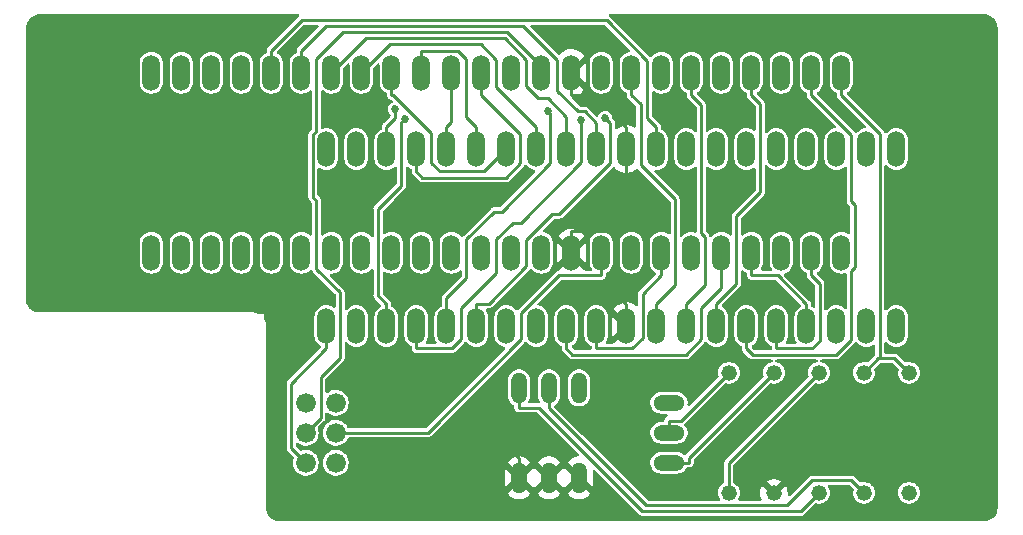
<source format=gbl>
%TF.GenerationSoftware,KiCad,Pcbnew,7.0.8*%
%TF.CreationDate,2023-11-23T12:11:22-06:00*%
%TF.ProjectId,27C160_Adapter,32374331-3630-45f4-9164-61707465722e,rev?*%
%TF.SameCoordinates,Original*%
%TF.FileFunction,Copper,L2,Bot*%
%TF.FilePolarity,Positive*%
%FSLAX46Y46*%
G04 Gerber Fmt 4.6, Leading zero omitted, Abs format (unit mm)*
G04 Created by KiCad (PCBNEW 7.0.8) date 2023-11-23 12:11:22*
%MOMM*%
%LPD*%
G01*
G04 APERTURE LIST*
%TA.AperFunction,ComponentPad*%
%ADD10O,1.506220X3.014980*%
%TD*%
%TA.AperFunction,ComponentPad*%
%ADD11C,1.320800*%
%TD*%
%TA.AperFunction,ComponentPad*%
%ADD12O,1.320800X2.641600*%
%TD*%
%TA.AperFunction,ComponentPad*%
%ADD13C,1.676400*%
%TD*%
%TA.AperFunction,ComponentPad*%
%ADD14O,2.641600X1.320800*%
%TD*%
%TA.AperFunction,ViaPad*%
%ADD15C,0.685800*%
%TD*%
%TA.AperFunction,Conductor*%
%ADD16C,0.254000*%
%TD*%
G04 APERTURE END LIST*
D10*
%TO.P,U1,40,VCC*%
%TO.N,VCC*%
X132830000Y-94950000D03*
%TO.P,U1,39,A17*%
%TO.N,/A17*%
X135370000Y-94950000D03*
%TO.P,U1,38,A16*%
%TO.N,/A16*%
X137910000Y-94950000D03*
%TO.P,U1,37,A15*%
%TO.N,/A15*%
X140450000Y-94950000D03*
%TO.P,U1,36,A14*%
%TO.N,/A14*%
X142990000Y-94950000D03*
%TO.P,U1,35,A13*%
%TO.N,/A13*%
X145530000Y-94950000D03*
%TO.P,U1,34,A12*%
%TO.N,/A12*%
X148070000Y-94950000D03*
%TO.P,U1,33,A11*%
%TO.N,/A11*%
X150610000Y-94950000D03*
%TO.P,U1,32,A10*%
%TO.N,/A10*%
X153150000Y-94950000D03*
%TO.P,U1,31,A9*%
%TO.N,/A9*%
X155690000Y-94950000D03*
%TO.P,U1,30,GND*%
%TO.N,GND*%
X158230000Y-94950000D03*
%TO.P,U1,29,A8*%
%TO.N,/A8*%
X160770000Y-94950000D03*
%TO.P,U1,28,A7*%
%TO.N,/A7*%
X163310000Y-94950000D03*
%TO.P,U1,27,A6*%
%TO.N,/A6*%
X165850000Y-94950000D03*
%TO.P,U1,26,A5*%
%TO.N,/A5*%
X168390000Y-94950000D03*
%TO.P,U1,25,A4*%
%TO.N,/A4*%
X170930000Y-94950000D03*
%TO.P,U1,24,A3*%
%TO.N,/A3*%
X173470000Y-94950000D03*
%TO.P,U1,23,A2*%
%TO.N,/A2*%
X176010000Y-94950000D03*
%TO.P,U1,22,A1*%
%TO.N,/A1*%
X178550000Y-94950000D03*
%TO.P,U1,21,A0*%
%TO.N,/A0*%
X181090000Y-94950000D03*
%TO.P,U1,20,/G*%
%TO.N,/N$5*%
X181090000Y-109936000D03*
%TO.P,U1,19,D0*%
%TO.N,/D0*%
X178550000Y-109936000D03*
%TO.P,U1,18,D1*%
%TO.N,/D1*%
X176010000Y-109936000D03*
%TO.P,U1,17,D2*%
%TO.N,/D2*%
X173470000Y-109936000D03*
%TO.P,U1,16,D3*%
%TO.N,/D3*%
X170930000Y-109936000D03*
%TO.P,U1,15,D4*%
%TO.N,/D4*%
X168390000Y-109936000D03*
%TO.P,U1,14,D5*%
%TO.N,/D5*%
X165850000Y-109936000D03*
%TO.P,U1,13,D6*%
%TO.N,/D6*%
X163310000Y-109936000D03*
%TO.P,U1,12,D7*%
%TO.N,/D7*%
X160770000Y-109936000D03*
%TO.P,U1,11,GND*%
%TO.N,GND*%
X158230000Y-109936000D03*
%TO.P,U1,10,D8*%
%TO.N,/D8*%
X155690000Y-109936000D03*
%TO.P,U1,9,D9*%
%TO.N,/D9*%
X153150000Y-109936000D03*
%TO.P,U1,8,D10*%
%TO.N,/D10*%
X150610000Y-109936000D03*
%TO.P,U1,7,D11*%
%TO.N,/D11*%
X148070000Y-109936000D03*
%TO.P,U1,6,D12*%
%TO.N,/D12*%
X145530000Y-109936000D03*
%TO.P,U1,5,D13*%
%TO.N,/D13*%
X142990000Y-109936000D03*
%TO.P,U1,4,D14*%
%TO.N,/D14*%
X140450000Y-109936000D03*
%TO.P,U1,3,D15*%
%TO.N,/D15*%
X137910000Y-109936000D03*
%TO.P,U1,2,/CE*%
%TO.N,/E*%
X135370000Y-109936000D03*
%TO.P,U1,1,VPP*%
%TO.N,/VPP*%
X132830000Y-109936000D03*
%TD*%
D11*
%TO.P,R1,1,1*%
%TO.N,/A20*%
X182156000Y-124054000D03*
%TO.P,R1,2,2*%
%TO.N,VCC*%
X182156000Y-113894000D03*
%TD*%
%TO.P,R2,1,1*%
%TO.N,/A19*%
X178346000Y-124054000D03*
%TO.P,R2,2,2*%
%TO.N,VCC*%
X178346000Y-113894000D03*
%TD*%
D12*
%TO.P,SW2,1,1*%
%TO.N,GND*%
X149136000Y-122784000D03*
%TO.P,SW2,2,2*%
X151676000Y-122784000D03*
%TO.P,SW2,3,3*%
X154216000Y-122784000D03*
%TO.P,SW2,4,4*%
%TO.N,/A20*%
X154216000Y-115164000D03*
%TO.P,SW2,5,5*%
%TO.N,/A19*%
X151676000Y-115164000D03*
%TO.P,SW2,6,6*%
%TO.N,/A18*%
X149136000Y-115164000D03*
%TD*%
D11*
%TO.P,R3,1,1*%
%TO.N,/A18*%
X174536000Y-124054000D03*
%TO.P,R3,2,2*%
%TO.N,VCC*%
X174536000Y-113894000D03*
%TD*%
D13*
%TO.P,SW1,1,O*%
%TO.N,/VPP*%
X131086000Y-121514000D03*
%TO.P,SW1,2,P*%
%TO.N,/N$2*%
X131086000Y-118974000D03*
%TO.P,SW1,3,S*%
%TO.N,/A20*%
X131086000Y-116434000D03*
%TO.P,SW1,4,O1*%
%TO.N,/N$5*%
X133626000Y-121514000D03*
%TO.P,SW1,5,P1*%
%TO.N,/N$6*%
X133626000Y-118974000D03*
%TO.P,SW1,6,S1*%
%TO.N,/N$4*%
X133626000Y-116434000D03*
%TD*%
D11*
%TO.P,R4,1,1*%
%TO.N,GND*%
X170726000Y-124054000D03*
%TO.P,R4,2,2*%
%TO.N,/N$4*%
X170726000Y-113894000D03*
%TD*%
%TO.P,R5,1,1*%
%TO.N,VCC*%
X166916000Y-124054000D03*
%TO.P,R5,2,2*%
%TO.N,/N$1*%
X166916000Y-113894000D03*
%TD*%
D14*
%TO.P,Q1,B,B*%
%TO.N,/N$1*%
X161836000Y-118974000D03*
%TO.P,Q1,C,C*%
%TO.N,/N$4*%
X161836000Y-121514000D03*
%TO.P,Q1,E,E*%
%TO.N,/VPP*%
X161836000Y-116434000D03*
%TD*%
D10*
%TO.P,ZX1,48,48*%
%TO.N,unconnected-(ZX1-Pad48)*%
X118021000Y-88493600D03*
%TO.P,ZX1,47,47*%
%TO.N,unconnected-(ZX1-Pad47)*%
X120561000Y-88493600D03*
%TO.P,ZX1,46,46*%
%TO.N,unconnected-(ZX1-Pad46)*%
X123101000Y-88493600D03*
%TO.P,ZX1,45,45*%
%TO.N,/A19*%
X125641000Y-88493600D03*
%TO.P,ZX1,44,44*%
%TO.N,/A8*%
X128181000Y-88493600D03*
%TO.P,ZX1,43,43*%
%TO.N,/A9*%
X130721000Y-88493600D03*
%TO.P,ZX1,42,42*%
%TO.N,/A10*%
X133261000Y-88493600D03*
%TO.P,ZX1,41,41*%
%TO.N,/A11*%
X135801000Y-88493600D03*
%TO.P,ZX1,40,40*%
%TO.N,/A12*%
X138341000Y-88493600D03*
%TO.P,ZX1,39,39*%
%TO.N,/A13*%
X140881000Y-88493600D03*
%TO.P,ZX1,38,38*%
%TO.N,/A14*%
X143421000Y-88493600D03*
%TO.P,ZX1,37,37*%
%TO.N,/A15*%
X145961000Y-88493600D03*
%TO.P,ZX1,36,36*%
%TO.N,/A16*%
X148501000Y-88493600D03*
%TO.P,ZX1,35,35*%
%TO.N,/N$2*%
X151041000Y-88493600D03*
%TO.P,ZX1,34,34*%
%TO.N,GND*%
X153581000Y-88493600D03*
%TO.P,ZX1,33,33*%
%TO.N,/D15*%
X156121000Y-88493600D03*
%TO.P,ZX1,32,32*%
%TO.N,/D7*%
X158661000Y-88493600D03*
%TO.P,ZX1,31,31*%
%TO.N,/D14*%
X161201000Y-88493600D03*
%TO.P,ZX1,30,30*%
%TO.N,/D6*%
X163741000Y-88493600D03*
%TO.P,ZX1,29,29*%
%TO.N,/D13*%
X166281000Y-88493600D03*
%TO.P,ZX1,28,28*%
%TO.N,/D5*%
X168821000Y-88493600D03*
%TO.P,ZX1,27,27*%
%TO.N,/D12*%
X171361000Y-88493600D03*
%TO.P,ZX1,26,26*%
%TO.N,/D4*%
X173901000Y-88493600D03*
%TO.P,ZX1,25,25*%
%TO.N,VCC*%
X176441000Y-88493600D03*
%TO.P,ZX1,24,24*%
%TO.N,/D11*%
X176441000Y-103733600D03*
%TO.P,ZX1,23,23*%
%TO.N,/D3*%
X173901000Y-103733600D03*
%TO.P,ZX1,22,22*%
%TO.N,/D10*%
X171361000Y-103733600D03*
%TO.P,ZX1,21,21*%
%TO.N,/D2*%
X168821000Y-103733600D03*
%TO.P,ZX1,20,20*%
%TO.N,/D9*%
X166281000Y-103733600D03*
%TO.P,ZX1,19,19*%
%TO.N,/D1*%
X163741000Y-103733600D03*
%TO.P,ZX1,18,18*%
%TO.N,/D8*%
X161201000Y-103733600D03*
%TO.P,ZX1,17,17*%
%TO.N,/D0*%
X158661000Y-103733600D03*
%TO.P,ZX1,16,16*%
%TO.N,/N$6*%
X156121000Y-103733600D03*
%TO.P,ZX1,15,15*%
%TO.N,GND*%
X153581000Y-103733600D03*
%TO.P,ZX1,14,14*%
%TO.N,/E*%
X151041000Y-103733600D03*
%TO.P,ZX1,13,13*%
%TO.N,/A0*%
X148501000Y-103733600D03*
%TO.P,ZX1,12,12*%
%TO.N,/A1*%
X145961000Y-103733600D03*
%TO.P,ZX1,11,11*%
%TO.N,/A2*%
X143421000Y-103733600D03*
%TO.P,ZX1,10,10*%
%TO.N,/A3*%
X140881000Y-103733600D03*
%TO.P,ZX1,9,9*%
%TO.N,/A4*%
X138341000Y-103733600D03*
%TO.P,ZX1,8,8*%
%TO.N,/A5*%
X135801000Y-103733600D03*
%TO.P,ZX1,7,7*%
%TO.N,/A6*%
X133261000Y-103733600D03*
%TO.P,ZX1,6,6*%
%TO.N,/A7*%
X130721000Y-103733600D03*
%TO.P,ZX1,5,5*%
%TO.N,/A17*%
X128181000Y-103733600D03*
%TO.P,ZX1,4,4*%
%TO.N,/A18*%
X125641000Y-103733600D03*
%TO.P,ZX1,3,3*%
%TO.N,unconnected-(ZX1-Pad3)*%
X123101000Y-103733600D03*
%TO.P,ZX1,2,2*%
%TO.N,unconnected-(ZX1-Pad2)*%
X120561000Y-103733600D03*
%TO.P,ZX1,1,1*%
%TO.N,unconnected-(ZX1-Pad1)*%
X118021000Y-103733600D03*
%TD*%
D15*
%TO.N,/A16*%
X138651900Y-91556000D03*
%TO.N,/D12*%
X156445500Y-92305700D03*
%TO.N,/D13*%
X151611000Y-91722900D03*
%TO.N,/D14*%
X154414600Y-92486500D03*
%TO.N,/D15*%
X139472400Y-92375500D03*
%TD*%
D16*
%TO.N,/A16*%
X137910000Y-94950000D02*
X137910000Y-93059600D01*
X138651900Y-92317700D02*
X138651900Y-91556000D01*
X137910000Y-93059600D02*
X138651900Y-92317700D01*
%TO.N,/A15*%
X145961000Y-88493600D02*
X145961000Y-90384000D01*
X140450000Y-94950000D02*
X140450000Y-96840400D01*
X149247000Y-93670000D02*
X145961000Y-90384000D01*
X149247000Y-96154400D02*
X149247000Y-93670000D01*
X148042300Y-97359100D02*
X149247000Y-96154400D01*
X140968700Y-97359100D02*
X148042300Y-97359100D01*
X140450000Y-96840400D02*
X140968700Y-97359100D01*
%TO.N,/A14*%
X143421000Y-92628600D02*
X142990000Y-93059600D01*
X143421000Y-88493600D02*
X143421000Y-92628600D01*
X142990000Y-94950000D02*
X142990000Y-93059600D01*
%TO.N,/A13*%
X140881000Y-88493600D02*
X140881000Y-86603200D01*
X145530000Y-94950000D02*
X145530000Y-93059600D01*
X144691000Y-92220600D02*
X145530000Y-93059600D01*
X144691000Y-87355100D02*
X144691000Y-92220600D01*
X143939100Y-86603200D02*
X144691000Y-87355100D01*
X140881000Y-86603200D02*
X143939100Y-86603200D01*
%TO.N,/A12*%
X138341000Y-88493600D02*
X138341000Y-90384000D01*
X138507400Y-90384000D02*
X138341000Y-90384000D01*
X141720000Y-93596600D02*
X138507400Y-90384000D01*
X141720000Y-96109400D02*
X141720000Y-93596600D01*
X142454600Y-96844000D02*
X141720000Y-96109400D01*
X146176000Y-96844000D02*
X142454600Y-96844000D01*
X148070000Y-94950000D02*
X146176000Y-96844000D01*
%TO.N,/A11*%
X150610000Y-94950000D02*
X150610000Y-93059600D01*
X147231000Y-89680600D02*
X150610000Y-93059600D01*
X147231000Y-87400700D02*
X147231000Y-89680600D01*
X145915900Y-86085600D02*
X147231000Y-87400700D01*
X138209000Y-86085600D02*
X145915900Y-86085600D01*
X135801000Y-88493600D02*
X138209000Y-86085600D01*
%TO.N,/A10*%
X153150000Y-94950000D02*
X153150000Y-93059600D01*
X153150000Y-92235400D02*
X153150000Y-93059600D01*
X151556400Y-90641800D02*
X153150000Y-92235400D01*
X150777800Y-90641800D02*
X151556400Y-90641800D01*
X149771000Y-89635000D02*
X150777800Y-90641800D01*
X149771000Y-87391100D02*
X149771000Y-89635000D01*
X147955600Y-85575700D02*
X149771000Y-87391100D01*
X136178900Y-85575700D02*
X147955600Y-85575700D01*
X133261000Y-88493600D02*
X136178900Y-85575700D01*
%TO.N,/A9*%
X130721000Y-88493600D02*
X130721000Y-86603200D01*
X155690000Y-94950000D02*
X155690000Y-93059600D01*
X132771300Y-84552900D02*
X130721000Y-86603200D01*
X149515900Y-84552900D02*
X132771300Y-84552900D01*
X152400900Y-87437900D02*
X149515900Y-84552900D01*
X152400900Y-89995700D02*
X152400900Y-87437900D01*
X154165900Y-91760700D02*
X152400900Y-89995700D01*
X154715300Y-91760700D02*
X154165900Y-91760700D01*
X155690000Y-92735400D02*
X154715300Y-91760700D01*
X155690000Y-93059600D02*
X155690000Y-92735400D01*
%TO.N,/A8*%
X128181000Y-88493600D02*
X128181000Y-86603200D01*
X160770000Y-94950000D02*
X160770000Y-93059600D01*
X130741200Y-84043000D02*
X128181000Y-86603200D01*
X156584400Y-84043000D02*
X130741200Y-84043000D01*
X160008400Y-87467000D02*
X156584400Y-84043000D01*
X160008400Y-92298000D02*
X160008400Y-87467000D01*
X160770000Y-93059600D02*
X160008400Y-92298000D01*
%TO.N,/D2*%
X171048400Y-105624000D02*
X173470000Y-108045600D01*
X168821000Y-105624000D02*
X171048400Y-105624000D01*
X168821000Y-103733600D02*
X168821000Y-105624000D01*
X173470000Y-109936000D02*
X173470000Y-108045600D01*
%TO.N,/D3*%
X173901000Y-103733600D02*
X173901000Y-105624000D01*
X170930000Y-109936000D02*
X170930000Y-111826400D01*
X173986800Y-111826400D02*
X170930000Y-111826400D01*
X174616500Y-111196700D02*
X173986800Y-111826400D01*
X174616500Y-106339500D02*
X174616500Y-111196700D01*
X173901000Y-105624000D02*
X174616500Y-106339500D01*
%TO.N,/D4*%
X177280000Y-93763000D02*
X173901000Y-90384000D01*
X177280000Y-99380600D02*
X177280000Y-93763000D01*
X177582600Y-99683200D02*
X177280000Y-99380600D01*
X177582600Y-104953000D02*
X177582600Y-99683200D01*
X177280000Y-105255600D02*
X177582600Y-104953000D01*
X177280000Y-111077000D02*
X177280000Y-105255600D01*
X175981700Y-112375300D02*
X177280000Y-111077000D01*
X168938900Y-112375300D02*
X175981700Y-112375300D01*
X168390000Y-111826400D02*
X168938900Y-112375300D01*
X168390000Y-109936000D02*
X168390000Y-111826400D01*
X173901000Y-88493600D02*
X173901000Y-90384000D01*
%TO.N,/D5*%
X167551000Y-106344600D02*
X165850000Y-108045600D01*
X167551000Y-100627100D02*
X167551000Y-106344600D01*
X169555100Y-98623000D02*
X167551000Y-100627100D01*
X169555100Y-91118100D02*
X169555100Y-98623000D01*
X168821000Y-90384000D02*
X169555100Y-91118100D01*
X168821000Y-88493600D02*
X168821000Y-90384000D01*
X165850000Y-109936000D02*
X165850000Y-108045600D01*
%TO.N,/D6*%
X163741000Y-88493600D02*
X163741000Y-90384000D01*
X163310000Y-109936000D02*
X163310000Y-108045600D01*
X164881600Y-106474000D02*
X163310000Y-108045600D01*
X164881600Y-102359400D02*
X164881600Y-106474000D01*
X164580000Y-102057800D02*
X164881600Y-102359400D01*
X164580000Y-91223000D02*
X164580000Y-102057800D01*
X163741000Y-90384000D02*
X164580000Y-91223000D01*
%TO.N,/D7*%
X159432300Y-91155300D02*
X158661000Y-90384000D01*
X159432300Y-96264300D02*
X159432300Y-91155300D01*
X162352200Y-99184200D02*
X159432300Y-96264300D01*
X162352200Y-106463400D02*
X162352200Y-99184200D01*
X160770000Y-108045600D02*
X162352200Y-106463400D01*
X160770000Y-109936000D02*
X160770000Y-108045600D01*
X158661000Y-88493600D02*
X158661000Y-90384000D01*
%TO.N,/D8*%
X158728700Y-111826400D02*
X155690000Y-111826400D01*
X159600100Y-110955000D02*
X158728700Y-111826400D01*
X159600100Y-107224900D02*
X159600100Y-110955000D01*
X161201000Y-105624000D02*
X159600100Y-107224900D01*
X161201000Y-103733600D02*
X161201000Y-105624000D01*
X155690000Y-109936000D02*
X155690000Y-111826400D01*
%TO.N,/D9*%
X153150000Y-109936000D02*
X153150000Y-111826400D01*
X153670100Y-112346500D02*
X153150000Y-111826400D01*
X163271300Y-112346500D02*
X153670100Y-112346500D01*
X164580000Y-111037800D02*
X163271300Y-112346500D01*
X164580000Y-108436900D02*
X164580000Y-111037800D01*
X166281000Y-106735900D02*
X164580000Y-108436900D01*
X166281000Y-103733600D02*
X166281000Y-106735900D01*
%TO.N,/D12*%
X145530000Y-109936000D02*
X145530000Y-108045600D01*
X156861900Y-92722100D02*
X156445500Y-92305700D01*
X156861900Y-96150100D02*
X156861900Y-92722100D01*
X152564000Y-100448000D02*
X156861900Y-96150100D01*
X151952900Y-100448000D02*
X152564000Y-100448000D01*
X149771000Y-102629900D02*
X151952900Y-100448000D01*
X149771000Y-104857500D02*
X149771000Y-102629900D01*
X146582900Y-108045600D02*
X149771000Y-104857500D01*
X145530000Y-108045600D02*
X146582900Y-108045600D01*
%TO.N,/D13*%
X151762400Y-91874300D02*
X151611000Y-91722900D01*
X151762400Y-96167600D02*
X151762400Y-91874300D01*
X147680600Y-100249400D02*
X151762400Y-96167600D01*
X147026500Y-100249400D02*
X147680600Y-100249400D01*
X144691000Y-102584900D02*
X147026500Y-100249400D01*
X144691000Y-105882900D02*
X144691000Y-102584900D01*
X142990000Y-107583900D02*
X144691000Y-105882900D01*
X142990000Y-109936000D02*
X142990000Y-107583900D01*
%TO.N,/D14*%
X143463400Y-111826400D02*
X140450000Y-111826400D01*
X144260000Y-111029800D02*
X143463400Y-111826400D01*
X144260000Y-108436900D02*
X144260000Y-111029800D01*
X147231000Y-105465900D02*
X144260000Y-108436900D01*
X147231000Y-102596500D02*
X147231000Y-105465900D01*
X148640800Y-101186700D02*
X147231000Y-102596500D01*
X149281700Y-101186700D02*
X148640800Y-101186700D01*
X154414600Y-96053800D02*
X149281700Y-101186700D01*
X154414600Y-92486500D02*
X154414600Y-96053800D01*
X140450000Y-109936000D02*
X140450000Y-111826400D01*
%TO.N,/D15*%
X139180000Y-92667900D02*
X139472400Y-92375500D01*
X139180000Y-98056500D02*
X139180000Y-92667900D01*
X137205000Y-100031500D02*
X139180000Y-98056500D01*
X137205000Y-107340600D02*
X137205000Y-100031500D01*
X137910000Y-108045600D02*
X137205000Y-107340600D01*
X137910000Y-109936000D02*
X137910000Y-108045600D01*
%TO.N,/N$6*%
X141404000Y-118974000D02*
X133626000Y-118974000D01*
X149340000Y-111038000D02*
X141404000Y-118974000D01*
X149340000Y-108833000D02*
X149340000Y-111038000D01*
X152549000Y-105624000D02*
X149340000Y-108833000D01*
X156121000Y-105624000D02*
X152549000Y-105624000D01*
X156121000Y-103733600D02*
X156121000Y-105624000D01*
%TO.N,/N$2*%
X132356000Y-117704000D02*
X131086000Y-118974000D01*
X132356000Y-114245100D02*
X132356000Y-117704000D01*
X133991600Y-112609500D02*
X132356000Y-114245100D01*
X133991600Y-107077400D02*
X133991600Y-112609500D01*
X131991000Y-105076800D02*
X133991600Y-107077400D01*
X131991000Y-99303000D02*
X131991000Y-105076800D01*
X131688400Y-99000400D02*
X131991000Y-99303000D01*
X131688400Y-93730600D02*
X131688400Y-99000400D01*
X131991000Y-93428000D02*
X131688400Y-93730600D01*
X131991000Y-87329500D02*
X131991000Y-93428000D01*
X134256200Y-85064300D02*
X131991000Y-87329500D01*
X148165300Y-85064300D02*
X134256200Y-85064300D01*
X151041000Y-87940000D02*
X148165300Y-85064300D01*
X151041000Y-88493600D02*
X151041000Y-87940000D01*
%TO.N,/A18*%
X172977500Y-125612500D02*
X174536000Y-124054000D01*
X159584500Y-125612500D02*
X172977500Y-125612500D01*
X150839700Y-116867700D02*
X159584500Y-125612500D01*
X149136000Y-116867700D02*
X150839700Y-116867700D01*
X149136000Y-115164000D02*
X149136000Y-116867700D01*
%TO.N,/A19*%
X151676000Y-115164000D02*
X151676000Y-116867700D01*
X159906400Y-125098100D02*
X151676000Y-116867700D01*
X171841900Y-125098100D02*
X159906400Y-125098100D01*
X173952400Y-122987600D02*
X171841900Y-125098100D01*
X177279600Y-122987600D02*
X173952400Y-122987600D01*
X178346000Y-124054000D02*
X177279600Y-122987600D01*
%TO.N,/N$1*%
X162879300Y-117930700D02*
X166916000Y-113894000D01*
X161836000Y-117930700D02*
X162879300Y-117930700D01*
X161836000Y-118974000D02*
X161836000Y-117930700D01*
%TO.N,/VPP*%
X129848100Y-120276100D02*
X131086000Y-121514000D01*
X129848100Y-114808300D02*
X129848100Y-120276100D01*
X132830000Y-111826400D02*
X129848100Y-114808300D01*
X132830000Y-109936000D02*
X132830000Y-111826400D01*
%TO.N,/N$4*%
X163539700Y-121080300D02*
X170726000Y-113894000D01*
X163539700Y-121514000D02*
X163539700Y-121080300D01*
X161836000Y-121514000D02*
X163539700Y-121514000D01*
%TO.N,VCC*%
X166916000Y-121514000D02*
X166916000Y-124054000D01*
X174536000Y-113894000D02*
X166916000Y-121514000D01*
X176441000Y-88493600D02*
X176441000Y-90384000D01*
X179697100Y-93640100D02*
X179697100Y-112665800D01*
X176441000Y-90384000D02*
X179697100Y-93640100D01*
X180927800Y-112665800D02*
X179697100Y-112665800D01*
X182156000Y-113894000D02*
X180927800Y-112665800D01*
X179574200Y-112665800D02*
X178346000Y-113894000D01*
X179697100Y-112665800D02*
X179574200Y-112665800D01*
%TO.N,GND*%
X158230000Y-94950000D02*
X158230000Y-93059600D01*
X153581000Y-88493600D02*
X153581000Y-90384000D01*
X155554400Y-90384000D02*
X153581000Y-90384000D01*
X158230000Y-93059600D02*
X155554400Y-90384000D01*
X158230000Y-109936000D02*
X158230000Y-108045600D01*
X149136000Y-122784000D02*
X149136000Y-121080300D01*
X153581000Y-103733600D02*
X153581000Y-101843200D01*
X153476900Y-107206600D02*
X157391000Y-107206600D01*
X151935200Y-108748300D02*
X153476900Y-107206600D01*
X151935200Y-110996500D02*
X151935200Y-108748300D01*
X149644400Y-113287300D02*
X151935200Y-110996500D01*
X148869300Y-113287300D02*
X149644400Y-113287300D01*
X148079500Y-114077100D02*
X148869300Y-113287300D01*
X148079500Y-120023800D02*
X148079500Y-114077100D01*
X149136000Y-121080300D02*
X148079500Y-120023800D01*
X157391000Y-107206600D02*
X158230000Y-108045600D01*
X153581000Y-101843200D02*
X157391000Y-101843200D01*
X158230000Y-101004200D02*
X157391000Y-101843200D01*
X158230000Y-94950000D02*
X158230000Y-101004200D01*
X157391000Y-101843200D02*
X157391000Y-107206600D01*
%TD*%
%TA.AperFunction,Conductor*%
%TO.N,GND*%
G36*
X130496347Y-83534185D02*
G01*
X130542102Y-83586989D01*
X130552046Y-83656147D01*
X130523021Y-83719703D01*
X130505474Y-83736351D01*
X130503638Y-83737780D01*
X130465869Y-83778807D01*
X127948309Y-86296366D01*
X127928454Y-86312491D01*
X127919045Y-86318638D01*
X127919041Y-86318642D01*
X127896856Y-86347144D01*
X127891778Y-86352896D01*
X127888898Y-86355777D01*
X127888884Y-86355793D01*
X127875098Y-86375101D01*
X127840843Y-86419112D01*
X127837035Y-86426147D01*
X127833524Y-86433331D01*
X127817609Y-86486786D01*
X127799499Y-86539540D01*
X127798185Y-86547414D01*
X127797194Y-86555362D01*
X127799500Y-86611083D01*
X127799500Y-86726296D01*
X127779815Y-86793335D01*
X127733953Y-86835654D01*
X127618494Y-86897367D01*
X127618491Y-86897369D01*
X127465064Y-87023284D01*
X127339151Y-87176709D01*
X127245585Y-87351760D01*
X127187969Y-87541695D01*
X127182091Y-87601383D01*
X127174058Y-87682947D01*
X127173390Y-87689727D01*
X127173390Y-89297472D01*
X127187969Y-89445504D01*
X127215100Y-89534941D01*
X127245586Y-89635441D01*
X127332591Y-89798218D01*
X127339151Y-89810490D01*
X127465064Y-89963915D01*
X127618489Y-90089828D01*
X127618493Y-90089831D01*
X127793539Y-90183394D01*
X127983474Y-90241010D01*
X127983473Y-90241010D01*
X128001183Y-90242754D01*
X128181000Y-90260465D01*
X128378526Y-90241010D01*
X128568461Y-90183394D01*
X128743507Y-90089831D01*
X128896935Y-89963915D01*
X129022851Y-89810487D01*
X129116414Y-89635441D01*
X129174030Y-89445506D01*
X129188610Y-89297476D01*
X129188610Y-87689724D01*
X129174030Y-87541694D01*
X129116414Y-87351759D01*
X129022851Y-87176713D01*
X129019955Y-87173184D01*
X128896935Y-87023284D01*
X128743508Y-86897369D01*
X128743505Y-86897367D01*
X128684278Y-86865710D01*
X128634433Y-86816748D01*
X128618973Y-86748610D01*
X128642805Y-86682930D01*
X128655043Y-86668678D01*
X130862904Y-84460819D01*
X130924227Y-84427334D01*
X130950585Y-84424500D01*
X132060816Y-84424500D01*
X132127855Y-84444185D01*
X132173610Y-84496989D01*
X132183554Y-84566147D01*
X132154529Y-84629703D01*
X132148497Y-84636181D01*
X130488309Y-86296366D01*
X130468454Y-86312491D01*
X130459045Y-86318638D01*
X130459041Y-86318642D01*
X130436856Y-86347144D01*
X130431778Y-86352896D01*
X130428898Y-86355777D01*
X130428884Y-86355793D01*
X130415098Y-86375101D01*
X130380843Y-86419112D01*
X130377035Y-86426147D01*
X130373524Y-86433331D01*
X130357609Y-86486786D01*
X130339499Y-86539540D01*
X130338185Y-86547414D01*
X130337194Y-86555362D01*
X130339500Y-86611083D01*
X130339500Y-86726296D01*
X130319815Y-86793335D01*
X130273953Y-86835654D01*
X130158494Y-86897367D01*
X130158491Y-86897369D01*
X130005064Y-87023284D01*
X129879151Y-87176709D01*
X129785585Y-87351760D01*
X129727969Y-87541695D01*
X129722091Y-87601383D01*
X129714058Y-87682947D01*
X129713390Y-87689727D01*
X129713390Y-89297472D01*
X129727969Y-89445504D01*
X129755100Y-89534941D01*
X129785586Y-89635441D01*
X129872591Y-89798218D01*
X129879151Y-89810490D01*
X130005064Y-89963915D01*
X130158489Y-90089828D01*
X130158493Y-90089831D01*
X130333539Y-90183394D01*
X130523474Y-90241010D01*
X130523473Y-90241010D01*
X130541183Y-90242754D01*
X130721000Y-90260465D01*
X130918526Y-90241010D01*
X131108461Y-90183394D01*
X131283507Y-90089831D01*
X131406835Y-89988618D01*
X131471145Y-89961305D01*
X131540012Y-89973096D01*
X131591573Y-90020248D01*
X131609500Y-90084471D01*
X131609500Y-93218615D01*
X131589815Y-93285654D01*
X131573185Y-93306291D01*
X131514130Y-93365347D01*
X131455710Y-93423767D01*
X131435854Y-93439892D01*
X131426444Y-93446039D01*
X131426439Y-93446044D01*
X131404256Y-93474544D01*
X131399178Y-93480296D01*
X131396298Y-93483177D01*
X131396284Y-93483193D01*
X131382498Y-93502501D01*
X131348243Y-93546512D01*
X131344435Y-93553547D01*
X131340924Y-93560731D01*
X131325009Y-93614186D01*
X131306899Y-93666940D01*
X131305585Y-93674814D01*
X131304594Y-93682762D01*
X131306900Y-93738483D01*
X131306900Y-98947972D01*
X131304261Y-98973420D01*
X131301954Y-98984417D01*
X131306423Y-99020265D01*
X131306900Y-99027941D01*
X131306900Y-99032011D01*
X131309827Y-99049555D01*
X131310803Y-99055405D01*
X131317704Y-99110761D01*
X131319980Y-99118409D01*
X131322581Y-99125985D01*
X131349129Y-99175041D01*
X131373622Y-99225143D01*
X131378280Y-99231667D01*
X131383179Y-99237961D01*
X131383180Y-99237962D01*
X131424218Y-99275740D01*
X131573182Y-99424704D01*
X131606666Y-99486025D01*
X131609500Y-99512384D01*
X131609500Y-102142728D01*
X131589815Y-102209767D01*
X131537011Y-102255522D01*
X131467853Y-102265466D01*
X131406835Y-102238581D01*
X131283510Y-102137371D01*
X131283508Y-102137370D01*
X131283507Y-102137369D01*
X131108461Y-102043806D01*
X131108460Y-102043805D01*
X131108459Y-102043805D01*
X130949339Y-101995537D01*
X130918526Y-101986190D01*
X130918524Y-101986189D01*
X130918526Y-101986189D01*
X130721000Y-101966735D01*
X130523475Y-101986189D01*
X130333540Y-102043805D01*
X130158489Y-102137371D01*
X130005064Y-102263284D01*
X129879151Y-102416709D01*
X129785585Y-102591760D01*
X129727969Y-102781695D01*
X129716988Y-102893184D01*
X129714058Y-102922947D01*
X129713390Y-102929727D01*
X129713390Y-104537472D01*
X129727969Y-104685504D01*
X129727970Y-104685506D01*
X129785586Y-104875441D01*
X129861067Y-105016658D01*
X129879151Y-105050490D01*
X130005064Y-105203915D01*
X130154993Y-105326959D01*
X130158493Y-105329831D01*
X130333539Y-105423394D01*
X130523474Y-105481010D01*
X130523473Y-105481010D01*
X130539749Y-105482613D01*
X130721000Y-105500465D01*
X130918526Y-105481010D01*
X131108461Y-105423394D01*
X131283507Y-105329831D01*
X131436935Y-105203915D01*
X131436937Y-105203913D01*
X131441243Y-105199608D01*
X131443077Y-105201442D01*
X131491434Y-105168436D01*
X131561277Y-105166499D01*
X131621079Y-105202630D01*
X131638706Y-105227379D01*
X131651728Y-105251439D01*
X131676224Y-105301547D01*
X131680869Y-105308053D01*
X131685782Y-105314364D01*
X131726819Y-105352142D01*
X133573781Y-107199103D01*
X133607266Y-107260426D01*
X133610100Y-107286784D01*
X133610100Y-108256166D01*
X133590415Y-108323205D01*
X133537611Y-108368960D01*
X133468453Y-108378904D01*
X133407437Y-108352021D01*
X133392510Y-108339771D01*
X133392508Y-108339770D01*
X133392507Y-108339769D01*
X133217461Y-108246206D01*
X133217460Y-108246205D01*
X133217459Y-108246205D01*
X133068459Y-108201007D01*
X133027526Y-108188590D01*
X133027524Y-108188589D01*
X133027526Y-108188589D01*
X132830000Y-108169135D01*
X132632475Y-108188589D01*
X132442540Y-108246205D01*
X132267489Y-108339771D01*
X132114064Y-108465684D01*
X131988151Y-108619109D01*
X131894585Y-108794160D01*
X131836969Y-108984095D01*
X131822390Y-109132127D01*
X131822390Y-110739872D01*
X131836969Y-110887904D01*
X131836970Y-110887906D01*
X131894586Y-111077841D01*
X131988069Y-111252738D01*
X131988151Y-111252890D01*
X132114064Y-111406315D01*
X132267491Y-111532230D01*
X132267494Y-111532232D01*
X132326720Y-111563889D01*
X132376565Y-111612851D01*
X132392025Y-111680989D01*
X132368193Y-111746669D01*
X132355948Y-111760928D01*
X129615409Y-114501466D01*
X129595554Y-114517591D01*
X129586145Y-114523738D01*
X129586141Y-114523742D01*
X129563956Y-114552244D01*
X129558878Y-114557996D01*
X129555998Y-114560877D01*
X129555984Y-114560893D01*
X129542198Y-114580201D01*
X129507943Y-114624212D01*
X129504135Y-114631247D01*
X129500624Y-114638431D01*
X129484709Y-114691886D01*
X129466599Y-114744640D01*
X129465285Y-114752514D01*
X129464294Y-114760462D01*
X129466600Y-114816183D01*
X129466600Y-120223672D01*
X129463961Y-120249120D01*
X129461654Y-120260117D01*
X129466123Y-120295965D01*
X129466600Y-120303641D01*
X129466600Y-120307711D01*
X129469527Y-120325255D01*
X129470503Y-120331105D01*
X129477404Y-120386461D01*
X129479680Y-120394109D01*
X129482281Y-120401685D01*
X129508829Y-120450741D01*
X129533324Y-120500847D01*
X129537969Y-120507353D01*
X129542881Y-120513664D01*
X129583919Y-120551441D01*
X130030540Y-120998062D01*
X130064025Y-121059385D01*
X130062126Y-121119677D01*
X130007303Y-121312361D01*
X129988619Y-121513999D01*
X129988619Y-121514000D01*
X130007303Y-121715642D01*
X130007304Y-121715644D01*
X130062721Y-121910415D01*
X130062727Y-121910430D01*
X130152988Y-122091697D01*
X130275027Y-122253303D01*
X130424679Y-122389728D01*
X130424681Y-122389730D01*
X130596851Y-122496333D01*
X130596853Y-122496334D01*
X130596855Y-122496335D01*
X130785687Y-122569489D01*
X130984746Y-122606700D01*
X130984748Y-122606700D01*
X131187252Y-122606700D01*
X131187254Y-122606700D01*
X131386313Y-122569489D01*
X131575145Y-122496335D01*
X131747320Y-122389729D01*
X131896974Y-122253301D01*
X132019012Y-122091697D01*
X132109277Y-121910420D01*
X132164696Y-121715643D01*
X132183381Y-121514000D01*
X132528619Y-121514000D01*
X132547303Y-121715642D01*
X132547304Y-121715644D01*
X132602721Y-121910415D01*
X132602727Y-121910430D01*
X132692988Y-122091697D01*
X132815027Y-122253303D01*
X132964679Y-122389728D01*
X132964681Y-122389730D01*
X133136851Y-122496333D01*
X133136853Y-122496334D01*
X133136855Y-122496335D01*
X133325687Y-122569489D01*
X133524746Y-122606700D01*
X133524748Y-122606700D01*
X133727252Y-122606700D01*
X133727254Y-122606700D01*
X133926313Y-122569489D01*
X134115145Y-122496335D01*
X134287320Y-122389729D01*
X134436974Y-122253301D01*
X134559012Y-122091697D01*
X134649277Y-121910420D01*
X134704696Y-121715643D01*
X134723381Y-121514000D01*
X134720362Y-121481425D01*
X134704696Y-121312357D01*
X134704695Y-121312355D01*
X134697168Y-121285901D01*
X134649277Y-121117580D01*
X134620299Y-121059385D01*
X134572405Y-120963200D01*
X134559012Y-120936303D01*
X134458133Y-120802718D01*
X134436972Y-120774696D01*
X134287320Y-120638271D01*
X134287318Y-120638269D01*
X134115148Y-120531666D01*
X134115139Y-120531662D01*
X133937100Y-120462690D01*
X133926313Y-120458511D01*
X133727254Y-120421300D01*
X133524746Y-120421300D01*
X133325687Y-120458511D01*
X133325684Y-120458511D01*
X133325684Y-120458512D01*
X133136860Y-120531662D01*
X133136851Y-120531666D01*
X132964681Y-120638269D01*
X132964679Y-120638271D01*
X132815027Y-120774696D01*
X132692988Y-120936302D01*
X132602727Y-121117569D01*
X132602721Y-121117584D01*
X132547304Y-121312355D01*
X132547303Y-121312357D01*
X132528619Y-121513999D01*
X132528619Y-121514000D01*
X132183381Y-121514000D01*
X132180362Y-121481425D01*
X132164696Y-121312357D01*
X132164695Y-121312355D01*
X132157168Y-121285901D01*
X132109277Y-121117580D01*
X132080299Y-121059385D01*
X132032405Y-120963200D01*
X132019012Y-120936303D01*
X131918133Y-120802718D01*
X131896972Y-120774696D01*
X131747320Y-120638271D01*
X131747318Y-120638269D01*
X131575148Y-120531666D01*
X131575139Y-120531662D01*
X131397100Y-120462690D01*
X131386313Y-120458511D01*
X131187254Y-120421300D01*
X130984746Y-120421300D01*
X130899136Y-120437303D01*
X130785679Y-120458512D01*
X130705589Y-120489539D01*
X130635966Y-120495400D01*
X130574226Y-120462690D01*
X130573116Y-120461593D01*
X130265919Y-120154396D01*
X130232434Y-120093073D01*
X130229600Y-120066715D01*
X130229600Y-119951437D01*
X130249285Y-119884398D01*
X130302089Y-119838643D01*
X130371247Y-119828699D01*
X130418710Y-119848479D01*
X130419805Y-119846711D01*
X130596851Y-119956333D01*
X130596853Y-119956334D01*
X130596855Y-119956335D01*
X130785687Y-120029489D01*
X130984746Y-120066700D01*
X130984748Y-120066700D01*
X131187252Y-120066700D01*
X131187254Y-120066700D01*
X131386313Y-120029489D01*
X131575145Y-119956335D01*
X131747320Y-119849729D01*
X131896974Y-119713301D01*
X132019012Y-119551697D01*
X132109277Y-119370420D01*
X132164696Y-119175643D01*
X132183381Y-118974000D01*
X132528619Y-118974000D01*
X132547303Y-119175642D01*
X132547304Y-119175644D01*
X132602721Y-119370415D01*
X132602727Y-119370430D01*
X132692988Y-119551697D01*
X132815027Y-119713303D01*
X132964679Y-119849728D01*
X132964681Y-119849730D01*
X133136851Y-119956333D01*
X133136853Y-119956334D01*
X133136855Y-119956335D01*
X133325687Y-120029489D01*
X133524746Y-120066700D01*
X133524748Y-120066700D01*
X133727252Y-120066700D01*
X133727254Y-120066700D01*
X133926313Y-120029489D01*
X134115145Y-119956335D01*
X134287320Y-119849729D01*
X134436974Y-119713301D01*
X134559012Y-119551697D01*
X134622484Y-119424228D01*
X134669987Y-119372991D01*
X134733484Y-119355500D01*
X141351573Y-119355500D01*
X141377018Y-119358139D01*
X141380961Y-119358965D01*
X141388017Y-119360445D01*
X141406576Y-119358131D01*
X141423866Y-119355977D01*
X141431542Y-119355500D01*
X141435608Y-119355500D01*
X141435611Y-119355500D01*
X141459004Y-119351596D01*
X141514360Y-119344696D01*
X141522013Y-119342416D01*
X141529582Y-119339818D01*
X141529586Y-119339818D01*
X141578641Y-119313270D01*
X141628746Y-119288776D01*
X141628748Y-119288774D01*
X141635263Y-119284122D01*
X141641558Y-119279223D01*
X141641559Y-119279221D01*
X141641562Y-119279220D01*
X141679341Y-119238180D01*
X149572693Y-111344828D01*
X149592542Y-111328709D01*
X149601956Y-111322560D01*
X149615394Y-111305293D01*
X149672101Y-111264479D01*
X149741874Y-111260802D01*
X149802559Y-111295431D01*
X149809102Y-111302788D01*
X149894064Y-111406315D01*
X150047489Y-111532228D01*
X150047493Y-111532231D01*
X150222539Y-111625794D01*
X150412474Y-111683410D01*
X150412473Y-111683410D01*
X150424546Y-111684599D01*
X150610000Y-111702865D01*
X150807526Y-111683410D01*
X150997461Y-111625794D01*
X151172507Y-111532231D01*
X151325935Y-111406315D01*
X151451851Y-111252887D01*
X151545414Y-111077841D01*
X151603030Y-110887906D01*
X151617610Y-110739876D01*
X151617610Y-109132124D01*
X151603030Y-108984094D01*
X151545414Y-108794159D01*
X151451851Y-108619113D01*
X151451848Y-108619109D01*
X151325935Y-108465684D01*
X151172510Y-108339771D01*
X151172508Y-108339770D01*
X151172507Y-108339769D01*
X150997461Y-108246206D01*
X150997460Y-108246205D01*
X150997459Y-108246205D01*
X150848459Y-108201007D01*
X150807526Y-108188590D01*
X150807524Y-108188589D01*
X150807522Y-108188589D01*
X150801550Y-108187401D01*
X150801929Y-108185493D01*
X150745478Y-108162694D01*
X150705122Y-108105657D01*
X150702010Y-108035857D01*
X150734742Y-107977778D01*
X152670703Y-106041819D01*
X152732026Y-106008334D01*
X152758384Y-106005500D01*
X156102650Y-106005500D01*
X156107771Y-106005712D01*
X156127429Y-106007340D01*
X156152940Y-106009454D01*
X156196873Y-105998327D01*
X156201883Y-105997276D01*
X156246586Y-105989818D01*
X156247151Y-105989512D01*
X156275737Y-105978357D01*
X156276366Y-105978198D01*
X156314321Y-105953400D01*
X156318709Y-105950787D01*
X156324238Y-105947795D01*
X156358562Y-105929220D01*
X156358995Y-105928749D01*
X156382420Y-105908909D01*
X156382956Y-105908560D01*
X156410809Y-105872772D01*
X156414088Y-105868900D01*
X156444795Y-105835546D01*
X156445056Y-105834950D01*
X156460761Y-105808594D01*
X156461158Y-105808085D01*
X156475873Y-105765221D01*
X156477737Y-105760444D01*
X156495940Y-105718948D01*
X156495993Y-105718296D01*
X156502290Y-105688271D01*
X156502500Y-105687661D01*
X156502500Y-105642337D01*
X156502712Y-105637215D01*
X156502846Y-105635607D01*
X156506454Y-105592060D01*
X156506453Y-105592059D01*
X156506454Y-105592058D01*
X156506294Y-105591425D01*
X156502500Y-105560988D01*
X156502500Y-105500903D01*
X156522185Y-105433864D01*
X156568046Y-105391545D01*
X156683507Y-105329831D01*
X156836935Y-105203915D01*
X156962851Y-105050487D01*
X157056414Y-104875441D01*
X157114030Y-104685506D01*
X157128610Y-104537476D01*
X157128610Y-104537472D01*
X157653390Y-104537472D01*
X157667969Y-104685504D01*
X157667970Y-104685506D01*
X157725586Y-104875441D01*
X157801067Y-105016658D01*
X157819151Y-105050490D01*
X157945064Y-105203915D01*
X158094993Y-105326959D01*
X158098493Y-105329831D01*
X158273539Y-105423394D01*
X158463474Y-105481010D01*
X158463473Y-105481010D01*
X158479749Y-105482613D01*
X158661000Y-105500465D01*
X158858526Y-105481010D01*
X159048461Y-105423394D01*
X159223507Y-105329831D01*
X159376935Y-105203915D01*
X159502851Y-105050487D01*
X159596414Y-104875441D01*
X159654030Y-104685506D01*
X159668610Y-104537476D01*
X159668610Y-102929724D01*
X159654030Y-102781694D01*
X159596414Y-102591759D01*
X159502851Y-102416713D01*
X159499324Y-102412415D01*
X159376935Y-102263284D01*
X159223510Y-102137371D01*
X159223508Y-102137370D01*
X159223507Y-102137369D01*
X159048461Y-102043806D01*
X159048460Y-102043805D01*
X159048459Y-102043805D01*
X158889339Y-101995537D01*
X158858526Y-101986190D01*
X158858524Y-101986189D01*
X158858526Y-101986189D01*
X158661000Y-101966735D01*
X158463475Y-101986189D01*
X158273540Y-102043805D01*
X158098489Y-102137371D01*
X157945064Y-102263284D01*
X157819151Y-102416709D01*
X157725585Y-102591760D01*
X157667969Y-102781695D01*
X157656988Y-102893184D01*
X157654058Y-102922947D01*
X157653390Y-102929727D01*
X157653390Y-104537472D01*
X157128610Y-104537472D01*
X157128610Y-102929724D01*
X157114030Y-102781694D01*
X157056414Y-102591759D01*
X156962851Y-102416713D01*
X156959324Y-102412415D01*
X156836935Y-102263284D01*
X156683510Y-102137371D01*
X156683508Y-102137370D01*
X156683507Y-102137369D01*
X156508461Y-102043806D01*
X156508460Y-102043805D01*
X156508459Y-102043805D01*
X156349339Y-101995537D01*
X156318526Y-101986190D01*
X156318524Y-101986189D01*
X156318526Y-101986189D01*
X156121000Y-101966735D01*
X155923475Y-101986189D01*
X155733540Y-102043805D01*
X155558489Y-102137371D01*
X155405064Y-102263284D01*
X155279151Y-102416709D01*
X155185585Y-102591760D01*
X155127969Y-102781695D01*
X155116988Y-102893184D01*
X155114058Y-102922947D01*
X155113390Y-102929727D01*
X155113390Y-104537472D01*
X155127969Y-104685504D01*
X155127970Y-104685506D01*
X155185586Y-104875441D01*
X155279149Y-105050487D01*
X155279150Y-105050489D01*
X155282021Y-105055859D01*
X155280735Y-105056545D01*
X155299440Y-105116294D01*
X155280952Y-105183673D01*
X155228970Y-105230360D01*
X155175460Y-105242500D01*
X154765631Y-105242500D01*
X154698592Y-105222815D01*
X154652837Y-105170011D01*
X154648483Y-105154636D01*
X153712746Y-104218899D01*
X153723061Y-104217417D01*
X153853614Y-104157795D01*
X153962081Y-104063808D01*
X154039675Y-103943070D01*
X154063359Y-103862407D01*
X154829132Y-104628180D01*
X154829134Y-104628180D01*
X154834110Y-104600764D01*
X154834110Y-102922947D01*
X154826768Y-102841383D01*
X154063359Y-103604792D01*
X154039675Y-103524130D01*
X153962081Y-103403392D01*
X153853614Y-103309405D01*
X153723061Y-103249783D01*
X153712747Y-103248300D01*
X154646797Y-102314248D01*
X154646797Y-102314246D01*
X154528497Y-102151420D01*
X154528498Y-102151420D01*
X154365457Y-101995537D01*
X154177208Y-101871275D01*
X153969804Y-101782627D01*
X153969787Y-101782621D01*
X153749889Y-101732432D01*
X153524556Y-101722312D01*
X153301026Y-101752591D01*
X153086504Y-101822293D01*
X152887877Y-101929179D01*
X152887874Y-101929181D01*
X152711524Y-102069815D01*
X152563112Y-102239685D01*
X152517306Y-102316351D01*
X152517306Y-102316353D01*
X153449253Y-103248300D01*
X153438939Y-103249783D01*
X153308386Y-103309405D01*
X153199919Y-103403392D01*
X153122325Y-103524130D01*
X153098640Y-103604793D01*
X152332864Y-102839017D01*
X152327890Y-102866435D01*
X152327890Y-104544256D01*
X152335230Y-104625816D01*
X153098640Y-103862406D01*
X153122325Y-103943070D01*
X153199919Y-104063808D01*
X153308386Y-104157795D01*
X153438939Y-104217417D01*
X153449252Y-104218899D01*
X152512581Y-105155569D01*
X152490737Y-105212880D01*
X152434505Y-105254350D01*
X152432274Y-105255140D01*
X152423414Y-105258182D01*
X152374362Y-105284727D01*
X152324256Y-105309222D01*
X152317742Y-105313872D01*
X152311435Y-105318781D01*
X152273658Y-105359819D01*
X149107309Y-108526166D01*
X149087454Y-108542291D01*
X149078045Y-108548438D01*
X149078044Y-108548439D01*
X149064200Y-108566225D01*
X149007488Y-108607035D01*
X148937715Y-108610706D01*
X148877033Y-108576073D01*
X148870497Y-108568723D01*
X148785935Y-108465684D01*
X148632510Y-108339771D01*
X148632508Y-108339770D01*
X148632507Y-108339769D01*
X148457461Y-108246206D01*
X148457460Y-108246205D01*
X148457459Y-108246205D01*
X148308459Y-108201007D01*
X148267526Y-108188590D01*
X148267524Y-108188589D01*
X148267526Y-108188589D01*
X148070000Y-108169135D01*
X147872475Y-108188589D01*
X147682540Y-108246205D01*
X147507489Y-108339771D01*
X147354064Y-108465684D01*
X147228151Y-108619109D01*
X147134585Y-108794160D01*
X147076969Y-108984095D01*
X147062390Y-109132127D01*
X147062390Y-110739872D01*
X147076969Y-110887904D01*
X147076970Y-110887906D01*
X147134586Y-111077841D01*
X147228069Y-111252738D01*
X147228151Y-111252890D01*
X147354064Y-111406315D01*
X147507489Y-111532228D01*
X147507493Y-111532231D01*
X147682539Y-111625794D01*
X147872474Y-111683410D01*
X147872479Y-111683410D01*
X147878450Y-111684599D01*
X147878017Y-111686774D01*
X147933568Y-111709182D01*
X147973948Y-111766202D01*
X147977090Y-111836001D01*
X147944343Y-111894133D01*
X141282296Y-118556181D01*
X141220973Y-118589666D01*
X141194615Y-118592500D01*
X134733484Y-118592500D01*
X134666445Y-118572815D01*
X134622484Y-118523772D01*
X134589764Y-118458062D01*
X134559012Y-118396303D01*
X134456945Y-118261145D01*
X134436972Y-118234696D01*
X134287320Y-118098271D01*
X134287318Y-118098269D01*
X134115148Y-117991666D01*
X134115139Y-117991662D01*
X133961416Y-117932110D01*
X133926313Y-117918511D01*
X133727254Y-117881300D01*
X133524746Y-117881300D01*
X133325687Y-117918511D01*
X133325684Y-117918511D01*
X133325684Y-117918512D01*
X133136860Y-117991662D01*
X133136851Y-117991666D01*
X132964681Y-118098269D01*
X132964679Y-118098271D01*
X132815027Y-118234696D01*
X132692988Y-118396302D01*
X132602727Y-118577569D01*
X132602721Y-118577584D01*
X132547304Y-118772355D01*
X132547303Y-118772357D01*
X132528619Y-118973999D01*
X132528619Y-118974000D01*
X132183381Y-118974000D01*
X132164696Y-118772357D01*
X132109873Y-118579674D01*
X132110459Y-118509811D01*
X132141456Y-118458064D01*
X132588689Y-118010831D01*
X132608539Y-117994711D01*
X132617956Y-117988560D01*
X132640159Y-117960031D01*
X132645230Y-117954291D01*
X132648113Y-117951409D01*
X132661891Y-117932110D01*
X132696158Y-117888085D01*
X132696159Y-117888079D01*
X132699956Y-117881066D01*
X132703471Y-117873874D01*
X132703475Y-117873870D01*
X132710044Y-117851805D01*
X132719391Y-117820410D01*
X132728373Y-117794245D01*
X132737500Y-117767661D01*
X132737500Y-117767658D01*
X132738815Y-117759777D01*
X132739805Y-117751840D01*
X132737500Y-117696117D01*
X132737500Y-117383460D01*
X132757185Y-117316421D01*
X132809989Y-117270666D01*
X132879147Y-117260722D01*
X132942703Y-117289747D01*
X132945039Y-117291824D01*
X132964678Y-117309728D01*
X132964681Y-117309730D01*
X133136851Y-117416333D01*
X133136853Y-117416334D01*
X133136855Y-117416335D01*
X133325687Y-117489489D01*
X133524746Y-117526700D01*
X133524748Y-117526700D01*
X133727252Y-117526700D01*
X133727254Y-117526700D01*
X133926313Y-117489489D01*
X134115145Y-117416335D01*
X134287320Y-117309729D01*
X134436974Y-117173301D01*
X134559012Y-117011697D01*
X134649277Y-116830420D01*
X134704696Y-116635643D01*
X134723381Y-116434000D01*
X134714470Y-116337840D01*
X134704696Y-116232357D01*
X134704695Y-116232355D01*
X134695083Y-116198573D01*
X134649277Y-116037580D01*
X134638367Y-116015670D01*
X134567001Y-115872347D01*
X134559012Y-115856303D01*
X134436974Y-115694699D01*
X134436972Y-115694696D01*
X134287320Y-115558271D01*
X134287318Y-115558269D01*
X134115148Y-115451666D01*
X134115139Y-115451662D01*
X133973521Y-115396799D01*
X133926313Y-115378511D01*
X133727254Y-115341300D01*
X133524746Y-115341300D01*
X133325687Y-115378511D01*
X133325684Y-115378511D01*
X133325684Y-115378512D01*
X133136860Y-115451662D01*
X133136851Y-115451666D01*
X132964681Y-115558269D01*
X132964678Y-115558271D01*
X132945037Y-115576177D01*
X132882232Y-115606794D01*
X132812845Y-115598595D01*
X132758906Y-115554184D01*
X132737539Y-115487662D01*
X132737500Y-115484539D01*
X132737500Y-114454484D01*
X132757185Y-114387445D01*
X132773819Y-114366803D01*
X133493214Y-113647408D01*
X134224293Y-112916328D01*
X134244142Y-112900209D01*
X134253556Y-112894060D01*
X134275755Y-112865536D01*
X134280826Y-112859796D01*
X134283714Y-112856909D01*
X134297498Y-112837601D01*
X134331758Y-112793585D01*
X134331759Y-112793581D01*
X134335546Y-112786583D01*
X134339071Y-112779373D01*
X134339075Y-112779369D01*
X134354988Y-112725917D01*
X134373100Y-112673161D01*
X134373100Y-112673157D01*
X134373101Y-112673155D01*
X134374415Y-112665280D01*
X134375405Y-112657339D01*
X134373100Y-112601616D01*
X134373100Y-111410515D01*
X134392785Y-111343476D01*
X134445589Y-111297721D01*
X134514747Y-111287777D01*
X134578303Y-111316802D01*
X134592951Y-111331847D01*
X134621446Y-111366569D01*
X134654065Y-111406315D01*
X134807066Y-111531881D01*
X134807493Y-111532231D01*
X134982539Y-111625794D01*
X135172474Y-111683410D01*
X135172473Y-111683410D01*
X135184546Y-111684599D01*
X135370000Y-111702865D01*
X135567526Y-111683410D01*
X135757461Y-111625794D01*
X135932507Y-111532231D01*
X136085935Y-111406315D01*
X136211851Y-111252887D01*
X136305414Y-111077841D01*
X136363030Y-110887906D01*
X136377610Y-110739876D01*
X136377610Y-109132124D01*
X136363030Y-108984094D01*
X136305414Y-108794159D01*
X136211851Y-108619113D01*
X136211848Y-108619109D01*
X136085935Y-108465684D01*
X135932510Y-108339771D01*
X135932508Y-108339770D01*
X135932507Y-108339769D01*
X135757461Y-108246206D01*
X135757460Y-108246205D01*
X135757459Y-108246205D01*
X135608459Y-108201007D01*
X135567526Y-108188590D01*
X135567524Y-108188589D01*
X135567526Y-108188589D01*
X135370000Y-108169135D01*
X135172475Y-108188589D01*
X134982540Y-108246205D01*
X134807489Y-108339771D01*
X134654064Y-108465684D01*
X134592953Y-108540149D01*
X134535207Y-108579483D01*
X134465363Y-108581354D01*
X134405594Y-108545166D01*
X134374879Y-108482410D01*
X134373100Y-108461484D01*
X134373100Y-107129828D01*
X134375739Y-107104383D01*
X134376410Y-107101180D01*
X134378045Y-107093384D01*
X134375953Y-107076601D01*
X134373577Y-107057534D01*
X134373100Y-107049858D01*
X134373100Y-107045791D01*
X134373099Y-107045782D01*
X134369195Y-107022393D01*
X134366005Y-106996800D01*
X134362296Y-106967040D01*
X134362293Y-106967034D01*
X134360018Y-106959392D01*
X134357419Y-106951821D01*
X134357418Y-106951814D01*
X134330876Y-106902768D01*
X134306377Y-106852654D01*
X134306376Y-106852653D01*
X134306375Y-106852650D01*
X134301751Y-106846174D01*
X134296818Y-106839836D01*
X134255792Y-106802069D01*
X133165720Y-105711997D01*
X133132235Y-105650674D01*
X133137219Y-105580982D01*
X133179091Y-105525049D01*
X133244555Y-105500632D01*
X133254908Y-105500772D01*
X133254908Y-105500465D01*
X133260999Y-105500465D01*
X133260999Y-105500464D01*
X133261000Y-105500465D01*
X133458526Y-105481010D01*
X133648461Y-105423394D01*
X133823507Y-105329831D01*
X133976935Y-105203915D01*
X134102851Y-105050487D01*
X134196414Y-104875441D01*
X134254030Y-104685506D01*
X134268610Y-104537476D01*
X134268610Y-102929724D01*
X134254030Y-102781694D01*
X134196414Y-102591759D01*
X134102851Y-102416713D01*
X134099324Y-102412415D01*
X133976935Y-102263284D01*
X133823510Y-102137371D01*
X133823508Y-102137370D01*
X133823507Y-102137369D01*
X133648461Y-102043806D01*
X133648460Y-102043805D01*
X133648459Y-102043805D01*
X133489339Y-101995537D01*
X133458526Y-101986190D01*
X133458524Y-101986189D01*
X133458526Y-101986189D01*
X133261000Y-101966735D01*
X133063475Y-101986189D01*
X132873540Y-102043805D01*
X132698489Y-102137371D01*
X132575165Y-102238581D01*
X132510855Y-102265894D01*
X132441987Y-102254103D01*
X132390427Y-102206951D01*
X132372500Y-102142728D01*
X132372500Y-99355427D01*
X132375139Y-99329982D01*
X132375810Y-99326779D01*
X132377445Y-99318983D01*
X132375353Y-99302200D01*
X132372977Y-99283133D01*
X132372500Y-99275457D01*
X132372500Y-99271393D01*
X132372499Y-99271385D01*
X132368596Y-99247995D01*
X132361696Y-99192640D01*
X132361695Y-99192637D01*
X132359419Y-99184994D01*
X132356816Y-99177409D01*
X132330271Y-99128359D01*
X132305776Y-99078255D01*
X132305776Y-99078254D01*
X132305773Y-99078251D01*
X132301132Y-99071749D01*
X132296222Y-99065441D01*
X132296220Y-99065438D01*
X132296216Y-99065434D01*
X132255181Y-99027658D01*
X132106219Y-98878696D01*
X132072734Y-98817373D01*
X132069900Y-98791015D01*
X132069900Y-96646191D01*
X132089585Y-96579152D01*
X132142389Y-96533397D01*
X132211547Y-96523453D01*
X132262792Y-96543090D01*
X132267486Y-96546226D01*
X132267488Y-96546227D01*
X132267493Y-96546231D01*
X132442539Y-96639794D01*
X132632474Y-96697410D01*
X132632473Y-96697410D01*
X132642901Y-96698437D01*
X132830000Y-96716865D01*
X133027526Y-96697410D01*
X133217461Y-96639794D01*
X133392507Y-96546231D01*
X133545935Y-96420315D01*
X133671851Y-96266887D01*
X133765414Y-96091841D01*
X133823030Y-95901906D01*
X133837610Y-95753876D01*
X134362390Y-95753876D01*
X134363453Y-95764670D01*
X134376969Y-95901904D01*
X134413800Y-96023318D01*
X134434586Y-96091841D01*
X134527947Y-96266510D01*
X134528151Y-96266890D01*
X134654064Y-96420315D01*
X134807487Y-96546226D01*
X134807493Y-96546231D01*
X134982539Y-96639794D01*
X135172474Y-96697410D01*
X135172473Y-96697410D01*
X135182901Y-96698437D01*
X135370000Y-96716865D01*
X135567526Y-96697410D01*
X135757461Y-96639794D01*
X135932507Y-96546231D01*
X136085935Y-96420315D01*
X136211851Y-96266887D01*
X136305414Y-96091841D01*
X136363030Y-95901906D01*
X136377610Y-95753876D01*
X136377610Y-94146124D01*
X136363030Y-93998094D01*
X136305414Y-93808159D01*
X136211851Y-93633113D01*
X136211848Y-93633109D01*
X136085935Y-93479684D01*
X135932510Y-93353771D01*
X135932508Y-93353770D01*
X135932507Y-93353769D01*
X135757461Y-93260206D01*
X135757460Y-93260205D01*
X135757459Y-93260205D01*
X135617080Y-93217622D01*
X135567526Y-93202590D01*
X135567524Y-93202589D01*
X135567526Y-93202589D01*
X135370000Y-93183135D01*
X135172475Y-93202589D01*
X134982540Y-93260205D01*
X134807489Y-93353771D01*
X134654064Y-93479684D01*
X134528151Y-93633109D01*
X134434585Y-93808160D01*
X134376969Y-93998095D01*
X134365988Y-94109584D01*
X134362390Y-94146124D01*
X134362390Y-95753876D01*
X133837610Y-95753876D01*
X133837610Y-94146124D01*
X133823030Y-93998094D01*
X133765414Y-93808159D01*
X133671851Y-93633113D01*
X133671848Y-93633109D01*
X133545935Y-93479684D01*
X133392510Y-93353771D01*
X133392508Y-93353770D01*
X133392507Y-93353769D01*
X133217461Y-93260206D01*
X133217460Y-93260205D01*
X133217459Y-93260205D01*
X133077080Y-93217622D01*
X133027526Y-93202590D01*
X133027524Y-93202589D01*
X133027526Y-93202589D01*
X132830000Y-93183135D01*
X132632475Y-93202589D01*
X132532495Y-93232918D01*
X132462628Y-93233541D01*
X132403515Y-93196292D01*
X132373924Y-93132998D01*
X132372500Y-93114257D01*
X132372500Y-90084471D01*
X132392185Y-90017432D01*
X132444989Y-89971677D01*
X132514147Y-89961733D01*
X132575165Y-89988618D01*
X132675534Y-90070989D01*
X132698493Y-90089831D01*
X132873539Y-90183394D01*
X133063474Y-90241010D01*
X133063473Y-90241010D01*
X133081183Y-90242754D01*
X133261000Y-90260465D01*
X133458526Y-90241010D01*
X133648461Y-90183394D01*
X133823507Y-90089831D01*
X133976935Y-89963915D01*
X134102851Y-89810487D01*
X134196414Y-89635441D01*
X134254030Y-89445506D01*
X134268610Y-89297476D01*
X134268610Y-88076873D01*
X134288295Y-88009834D01*
X134304925Y-87989196D01*
X134581709Y-87712411D01*
X134643032Y-87678927D01*
X134712724Y-87683911D01*
X134768657Y-87725783D01*
X134793074Y-87791247D01*
X134793390Y-87800093D01*
X134793390Y-89297472D01*
X134807969Y-89445504D01*
X134835100Y-89534941D01*
X134865586Y-89635441D01*
X134952591Y-89798218D01*
X134959151Y-89810490D01*
X135085064Y-89963915D01*
X135238489Y-90089828D01*
X135238493Y-90089831D01*
X135413539Y-90183394D01*
X135603474Y-90241010D01*
X135603473Y-90241010D01*
X135621183Y-90242754D01*
X135801000Y-90260465D01*
X135998526Y-90241010D01*
X136188461Y-90183394D01*
X136363507Y-90089831D01*
X136516935Y-89963915D01*
X136642851Y-89810487D01*
X136736414Y-89635441D01*
X136794030Y-89445506D01*
X136808610Y-89297476D01*
X136808610Y-88076873D01*
X136828295Y-88009834D01*
X136844925Y-87989196D01*
X137121709Y-87712411D01*
X137183032Y-87678927D01*
X137252724Y-87683911D01*
X137308657Y-87725783D01*
X137333074Y-87791247D01*
X137333390Y-87800093D01*
X137333390Y-89297472D01*
X137347969Y-89445504D01*
X137375100Y-89534941D01*
X137405586Y-89635441D01*
X137492591Y-89798218D01*
X137499151Y-89810490D01*
X137625064Y-89963915D01*
X137711923Y-90035198D01*
X137778493Y-90089831D01*
X137893952Y-90151544D01*
X137943797Y-90200506D01*
X137959500Y-90260903D01*
X137959500Y-90365649D01*
X137959288Y-90370770D01*
X137955546Y-90415940D01*
X137966671Y-90459873D01*
X137967723Y-90464890D01*
X137975181Y-90509585D01*
X137975494Y-90510162D01*
X137986640Y-90538726D01*
X137986802Y-90539367D01*
X137986802Y-90539368D01*
X138011586Y-90577302D01*
X138014209Y-90581705D01*
X138028844Y-90608746D01*
X138035780Y-90621562D01*
X138036259Y-90622003D01*
X138056083Y-90645409D01*
X138056440Y-90645956D01*
X138056441Y-90645957D01*
X138056442Y-90645958D01*
X138073637Y-90659341D01*
X138092202Y-90673790D01*
X138096109Y-90677099D01*
X138129449Y-90707792D01*
X138129454Y-90707795D01*
X138130053Y-90708058D01*
X138156397Y-90723756D01*
X138156909Y-90724154D01*
X138156912Y-90724155D01*
X138156915Y-90724158D01*
X138199773Y-90738871D01*
X138204534Y-90740728D01*
X138246052Y-90758940D01*
X138246703Y-90758993D01*
X138276723Y-90765288D01*
X138277339Y-90765500D01*
X138298016Y-90765500D01*
X138365055Y-90785185D01*
X138385697Y-90801819D01*
X138408498Y-90824620D01*
X138441983Y-90885943D01*
X138436999Y-90955635D01*
X138395127Y-91011568D01*
X138368272Y-91026861D01*
X138350622Y-91034171D01*
X138225829Y-91129929D01*
X138130071Y-91254723D01*
X138069878Y-91400043D01*
X138069877Y-91400047D01*
X138060476Y-91471457D01*
X138049345Y-91556000D01*
X138068717Y-91703145D01*
X138069877Y-91711952D01*
X138069878Y-91711956D01*
X138130070Y-91857275D01*
X138130071Y-91857277D01*
X138130072Y-91857278D01*
X138225829Y-91982071D01*
X138225832Y-91982073D01*
X138225835Y-91982077D01*
X138231580Y-91987823D01*
X138229681Y-91989721D01*
X138263088Y-92035470D01*
X138270400Y-92077422D01*
X138270400Y-92108314D01*
X138250715Y-92175353D01*
X138234081Y-92195995D01*
X137677309Y-92752766D01*
X137657454Y-92768891D01*
X137648045Y-92775038D01*
X137648041Y-92775042D01*
X137625856Y-92803544D01*
X137620778Y-92809296D01*
X137617898Y-92812177D01*
X137617884Y-92812193D01*
X137604098Y-92831501D01*
X137569843Y-92875512D01*
X137566035Y-92882547D01*
X137562524Y-92889731D01*
X137546609Y-92943186D01*
X137528499Y-92995940D01*
X137527185Y-93003814D01*
X137526194Y-93011762D01*
X137528500Y-93067483D01*
X137528500Y-93182696D01*
X137508815Y-93249735D01*
X137462953Y-93292054D01*
X137347494Y-93353767D01*
X137347491Y-93353769D01*
X137194064Y-93479684D01*
X137068151Y-93633109D01*
X136974585Y-93808160D01*
X136916969Y-93998095D01*
X136905988Y-94109584D01*
X136902390Y-94146124D01*
X136902390Y-95753876D01*
X136903453Y-95764670D01*
X136916969Y-95901904D01*
X136953800Y-96023318D01*
X136974586Y-96091841D01*
X137067947Y-96266510D01*
X137068151Y-96266890D01*
X137194064Y-96420315D01*
X137347487Y-96546226D01*
X137347493Y-96546231D01*
X137522539Y-96639794D01*
X137712474Y-96697410D01*
X137712473Y-96697410D01*
X137722901Y-96698437D01*
X137910000Y-96716865D01*
X138107526Y-96697410D01*
X138297461Y-96639794D01*
X138472507Y-96546231D01*
X138557294Y-96476648D01*
X138595835Y-96445018D01*
X138660145Y-96417705D01*
X138729012Y-96429496D01*
X138780573Y-96476648D01*
X138798500Y-96540871D01*
X138798500Y-97847114D01*
X138778815Y-97914153D01*
X138762181Y-97934795D01*
X136972309Y-99724666D01*
X136952454Y-99740791D01*
X136943045Y-99746938D01*
X136943041Y-99746942D01*
X136920856Y-99775444D01*
X136915778Y-99781196D01*
X136912898Y-99784077D01*
X136912884Y-99784093D01*
X136899098Y-99803401D01*
X136864843Y-99847412D01*
X136861035Y-99854447D01*
X136857524Y-99861631D01*
X136841609Y-99915086D01*
X136823499Y-99967840D01*
X136822185Y-99975714D01*
X136821194Y-99983662D01*
X136823500Y-100039383D01*
X136823500Y-102290277D01*
X136803815Y-102357316D01*
X136751011Y-102403071D01*
X136681853Y-102413015D01*
X136618297Y-102383990D01*
X136603647Y-102368942D01*
X136516935Y-102263284D01*
X136363510Y-102137371D01*
X136363508Y-102137370D01*
X136363507Y-102137369D01*
X136188461Y-102043806D01*
X136188460Y-102043805D01*
X136188459Y-102043805D01*
X136029339Y-101995537D01*
X135998526Y-101986190D01*
X135998524Y-101986189D01*
X135998526Y-101986189D01*
X135801000Y-101966735D01*
X135603475Y-101986189D01*
X135413540Y-102043805D01*
X135238489Y-102137371D01*
X135085064Y-102263284D01*
X134959151Y-102416709D01*
X134865585Y-102591760D01*
X134807969Y-102781695D01*
X134796988Y-102893184D01*
X134794058Y-102922947D01*
X134793390Y-102929727D01*
X134793390Y-104537472D01*
X134807969Y-104685504D01*
X134807970Y-104685506D01*
X134865586Y-104875441D01*
X134941067Y-105016658D01*
X134959151Y-105050490D01*
X135085064Y-105203915D01*
X135234993Y-105326959D01*
X135238493Y-105329831D01*
X135413539Y-105423394D01*
X135603474Y-105481010D01*
X135603473Y-105481010D01*
X135619749Y-105482613D01*
X135801000Y-105500465D01*
X135998526Y-105481010D01*
X136188461Y-105423394D01*
X136363507Y-105329831D01*
X136516935Y-105203915D01*
X136539088Y-105176922D01*
X136603647Y-105098257D01*
X136661393Y-105058923D01*
X136731237Y-105057052D01*
X136791005Y-105093240D01*
X136821721Y-105155995D01*
X136823500Y-105176922D01*
X136823500Y-107288172D01*
X136820861Y-107313620D01*
X136818554Y-107324617D01*
X136823023Y-107360465D01*
X136823500Y-107368141D01*
X136823500Y-107372211D01*
X136825287Y-107382922D01*
X136827403Y-107395605D01*
X136834304Y-107450961D01*
X136836580Y-107458609D01*
X136839181Y-107466185D01*
X136865729Y-107515241D01*
X136890224Y-107565347D01*
X136894863Y-107571845D01*
X136899781Y-107578164D01*
X136914389Y-107591611D01*
X136940818Y-107615941D01*
X137244887Y-107920009D01*
X137435949Y-108111071D01*
X137469434Y-108172394D01*
X137464450Y-108242085D01*
X137422579Y-108298019D01*
X137406722Y-108308110D01*
X137347491Y-108339770D01*
X137194064Y-108465684D01*
X137068151Y-108619109D01*
X136974585Y-108794160D01*
X136916969Y-108984095D01*
X136902390Y-109132127D01*
X136902390Y-110739872D01*
X136916969Y-110887904D01*
X136916970Y-110887906D01*
X136974586Y-111077841D01*
X137068069Y-111252738D01*
X137068151Y-111252890D01*
X137194064Y-111406315D01*
X137347489Y-111532228D01*
X137347493Y-111532231D01*
X137522539Y-111625794D01*
X137712474Y-111683410D01*
X137712473Y-111683410D01*
X137724546Y-111684599D01*
X137910000Y-111702865D01*
X138107526Y-111683410D01*
X138297461Y-111625794D01*
X138472507Y-111532231D01*
X138625935Y-111406315D01*
X138751851Y-111252887D01*
X138845414Y-111077841D01*
X138903030Y-110887906D01*
X138917610Y-110739876D01*
X138917610Y-109132124D01*
X138903030Y-108984094D01*
X138845414Y-108794159D01*
X138751851Y-108619113D01*
X138751848Y-108619109D01*
X138625935Y-108465684D01*
X138472508Y-108339769D01*
X138472505Y-108339767D01*
X138357047Y-108278054D01*
X138307203Y-108229092D01*
X138291500Y-108168696D01*
X138291500Y-108098028D01*
X138294139Y-108072583D01*
X138294810Y-108069380D01*
X138296445Y-108061584D01*
X138293238Y-108035857D01*
X138291977Y-108025734D01*
X138291500Y-108018058D01*
X138291500Y-108013991D01*
X138291499Y-108013982D01*
X138287595Y-107990593D01*
X138286901Y-107985027D01*
X138280696Y-107935240D01*
X138280693Y-107935234D01*
X138278418Y-107927592D01*
X138275819Y-107920021D01*
X138275818Y-107920014D01*
X138249276Y-107870968D01*
X138224777Y-107820854D01*
X138224776Y-107820853D01*
X138224775Y-107820850D01*
X138220151Y-107814374D01*
X138215218Y-107808036D01*
X138174192Y-107770269D01*
X137622819Y-107218895D01*
X137589334Y-107157572D01*
X137586500Y-107131214D01*
X137586500Y-105433533D01*
X137606185Y-105366494D01*
X137658989Y-105320739D01*
X137728147Y-105310795D01*
X137772646Y-105327846D01*
X137773121Y-105326959D01*
X137778490Y-105329829D01*
X137778493Y-105329831D01*
X137953539Y-105423394D01*
X138143474Y-105481010D01*
X138143473Y-105481010D01*
X138159749Y-105482613D01*
X138341000Y-105500465D01*
X138538526Y-105481010D01*
X138728461Y-105423394D01*
X138903507Y-105329831D01*
X139056935Y-105203915D01*
X139182851Y-105050487D01*
X139276414Y-104875441D01*
X139334030Y-104685506D01*
X139348610Y-104537476D01*
X139348610Y-104537472D01*
X139873390Y-104537472D01*
X139887969Y-104685504D01*
X139887970Y-104685506D01*
X139945586Y-104875441D01*
X140021067Y-105016658D01*
X140039151Y-105050490D01*
X140165064Y-105203915D01*
X140314993Y-105326959D01*
X140318493Y-105329831D01*
X140493539Y-105423394D01*
X140683474Y-105481010D01*
X140683473Y-105481010D01*
X140699749Y-105482613D01*
X140881000Y-105500465D01*
X141078526Y-105481010D01*
X141268461Y-105423394D01*
X141443507Y-105329831D01*
X141596935Y-105203915D01*
X141722851Y-105050487D01*
X141816414Y-104875441D01*
X141874030Y-104685506D01*
X141888610Y-104537476D01*
X141888610Y-102929724D01*
X141874030Y-102781694D01*
X141816414Y-102591759D01*
X141722851Y-102416713D01*
X141719324Y-102412415D01*
X141596935Y-102263284D01*
X141443510Y-102137371D01*
X141443508Y-102137370D01*
X141443507Y-102137369D01*
X141268461Y-102043806D01*
X141268460Y-102043805D01*
X141268459Y-102043805D01*
X141109339Y-101995537D01*
X141078526Y-101986190D01*
X141078524Y-101986189D01*
X141078526Y-101986189D01*
X140881000Y-101966735D01*
X140683475Y-101986189D01*
X140493540Y-102043805D01*
X140318489Y-102137371D01*
X140165064Y-102263284D01*
X140039151Y-102416709D01*
X139945585Y-102591760D01*
X139887969Y-102781695D01*
X139876988Y-102893184D01*
X139874058Y-102922947D01*
X139873390Y-102929727D01*
X139873390Y-104537472D01*
X139348610Y-104537472D01*
X139348610Y-102929724D01*
X139334030Y-102781694D01*
X139276414Y-102591759D01*
X139182851Y-102416713D01*
X139179324Y-102412415D01*
X139056935Y-102263284D01*
X138903510Y-102137371D01*
X138903508Y-102137370D01*
X138903507Y-102137369D01*
X138728461Y-102043806D01*
X138728460Y-102043805D01*
X138728459Y-102043805D01*
X138569339Y-101995537D01*
X138538526Y-101986190D01*
X138538524Y-101986189D01*
X138538526Y-101986189D01*
X138341000Y-101966735D01*
X138143475Y-101986189D01*
X137953540Y-102043805D01*
X137904879Y-102069815D01*
X137778493Y-102137369D01*
X137778490Y-102137370D01*
X137773121Y-102140241D01*
X137772431Y-102138951D01*
X137712693Y-102157647D01*
X137645316Y-102139151D01*
X137598634Y-102087165D01*
X137586500Y-102033666D01*
X137586500Y-100240884D01*
X137606185Y-100173845D01*
X137622819Y-100153203D01*
X138517126Y-99258896D01*
X139412693Y-98363328D01*
X139432542Y-98347209D01*
X139441956Y-98341060D01*
X139464155Y-98312536D01*
X139469226Y-98306796D01*
X139472114Y-98303909D01*
X139485900Y-98284599D01*
X139520158Y-98240585D01*
X139520159Y-98240579D01*
X139523957Y-98233564D01*
X139527468Y-98226378D01*
X139527475Y-98226370D01*
X139537257Y-98193509D01*
X139543390Y-98172913D01*
X139552311Y-98146924D01*
X139561500Y-98120161D01*
X139561500Y-98120158D01*
X139562815Y-98112280D01*
X139563805Y-98104339D01*
X139561500Y-98048616D01*
X139561500Y-96540871D01*
X139581185Y-96473832D01*
X139633989Y-96428077D01*
X139703147Y-96418133D01*
X139764165Y-96445018D01*
X139817813Y-96489046D01*
X139887493Y-96546231D01*
X140002952Y-96607944D01*
X140052797Y-96656906D01*
X140068500Y-96717303D01*
X140068500Y-96787972D01*
X140065861Y-96813420D01*
X140063554Y-96824417D01*
X140068023Y-96860265D01*
X140068500Y-96867941D01*
X140068500Y-96872011D01*
X140071427Y-96889555D01*
X140072403Y-96895405D01*
X140079304Y-96950761D01*
X140081580Y-96958409D01*
X140084181Y-96965985D01*
X140110729Y-97015041D01*
X140135222Y-97065143D01*
X140139880Y-97071667D01*
X140144781Y-97077963D01*
X140185818Y-97115740D01*
X140661865Y-97591788D01*
X140677993Y-97611648D01*
X140684138Y-97621054D01*
X140684139Y-97621055D01*
X140684140Y-97621056D01*
X140712644Y-97643241D01*
X140718401Y-97648324D01*
X140721291Y-97651214D01*
X140740598Y-97664998D01*
X140784615Y-97699258D01*
X140784621Y-97699260D01*
X140791650Y-97703064D01*
X140798828Y-97706573D01*
X140798831Y-97706575D01*
X140852282Y-97722488D01*
X140905039Y-97740600D01*
X140905042Y-97740600D01*
X140912920Y-97741915D01*
X140920857Y-97742904D01*
X140920859Y-97742905D01*
X140920860Y-97742904D01*
X140920861Y-97742905D01*
X140976595Y-97740600D01*
X147989873Y-97740600D01*
X148015318Y-97743239D01*
X148019261Y-97744065D01*
X148026317Y-97745545D01*
X148044876Y-97743231D01*
X148062166Y-97741077D01*
X148069842Y-97740600D01*
X148073908Y-97740600D01*
X148073911Y-97740600D01*
X148097304Y-97736696D01*
X148152660Y-97729796D01*
X148160313Y-97727516D01*
X148167882Y-97724918D01*
X148167886Y-97724918D01*
X148216941Y-97698370D01*
X148267046Y-97673876D01*
X148267048Y-97673874D01*
X148273563Y-97669222D01*
X148279858Y-97664323D01*
X148279859Y-97664321D01*
X148279862Y-97664320D01*
X148317641Y-97623280D01*
X149479693Y-96461228D01*
X149499542Y-96445109D01*
X149508956Y-96438960D01*
X149531155Y-96410436D01*
X149536226Y-96404696D01*
X149539114Y-96401809D01*
X149552900Y-96382499D01*
X149587158Y-96338485D01*
X149587159Y-96338479D01*
X149590953Y-96331472D01*
X149592096Y-96329134D01*
X149595667Y-96325223D01*
X149600500Y-96315832D01*
X149600666Y-96315601D01*
X149602954Y-96317245D01*
X149639217Y-96277546D01*
X149706749Y-96259622D01*
X149773250Y-96281055D01*
X149799357Y-96304915D01*
X149894064Y-96420315D01*
X150047487Y-96546226D01*
X150047493Y-96546231D01*
X150222539Y-96639794D01*
X150412474Y-96697410D01*
X150412479Y-96697410D01*
X150418450Y-96698599D01*
X150417912Y-96701299D01*
X150471697Y-96722963D01*
X150512106Y-96779962D01*
X150515284Y-96849759D01*
X150482522Y-96907954D01*
X147558896Y-99831581D01*
X147497573Y-99865066D01*
X147471215Y-99867900D01*
X147078928Y-99867900D01*
X147053483Y-99865261D01*
X147042485Y-99862955D01*
X147042481Y-99862955D01*
X147006634Y-99867423D01*
X146998958Y-99867900D01*
X146994888Y-99867900D01*
X146971493Y-99871804D01*
X146916136Y-99878704D01*
X146908502Y-99880976D01*
X146900911Y-99883583D01*
X146851868Y-99910123D01*
X146801754Y-99934622D01*
X146795253Y-99939263D01*
X146788940Y-99944177D01*
X146751169Y-99985207D01*
X144458309Y-102278066D01*
X144438454Y-102294191D01*
X144429045Y-102300338D01*
X144429041Y-102300342D01*
X144406856Y-102328844D01*
X144401778Y-102334596D01*
X144398898Y-102337477D01*
X144395577Y-102341399D01*
X144394575Y-102340551D01*
X144344417Y-102379877D01*
X144274854Y-102386415D01*
X144212799Y-102354307D01*
X144202648Y-102343356D01*
X144136935Y-102263284D01*
X143983510Y-102137371D01*
X143983508Y-102137370D01*
X143983507Y-102137369D01*
X143808461Y-102043806D01*
X143808460Y-102043805D01*
X143808459Y-102043805D01*
X143649339Y-101995537D01*
X143618526Y-101986190D01*
X143618524Y-101986189D01*
X143618526Y-101986189D01*
X143421000Y-101966735D01*
X143223475Y-101986189D01*
X143033540Y-102043805D01*
X142858489Y-102137371D01*
X142705064Y-102263284D01*
X142579151Y-102416709D01*
X142485585Y-102591760D01*
X142427969Y-102781695D01*
X142416988Y-102893184D01*
X142414058Y-102922947D01*
X142413390Y-102929727D01*
X142413390Y-104537472D01*
X142427969Y-104685504D01*
X142427970Y-104685506D01*
X142485586Y-104875441D01*
X142561067Y-105016658D01*
X142579151Y-105050490D01*
X142705064Y-105203915D01*
X142854993Y-105326959D01*
X142858493Y-105329831D01*
X143033539Y-105423394D01*
X143223474Y-105481010D01*
X143223473Y-105481010D01*
X143239749Y-105482613D01*
X143421000Y-105500465D01*
X143618526Y-105481010D01*
X143808461Y-105423394D01*
X143983507Y-105329831D01*
X144079027Y-105251439D01*
X144106835Y-105228618D01*
X144171145Y-105201305D01*
X144240012Y-105213096D01*
X144291573Y-105260248D01*
X144309500Y-105324471D01*
X144309500Y-105673514D01*
X144289815Y-105740553D01*
X144273181Y-105761195D01*
X142757309Y-107277066D01*
X142737454Y-107293191D01*
X142728045Y-107299338D01*
X142728041Y-107299342D01*
X142705856Y-107327844D01*
X142700778Y-107333596D01*
X142697898Y-107336477D01*
X142697884Y-107336493D01*
X142684098Y-107355801D01*
X142649843Y-107399812D01*
X142646035Y-107406847D01*
X142642524Y-107414031D01*
X142626609Y-107467486D01*
X142608499Y-107520240D01*
X142607185Y-107528114D01*
X142606194Y-107536062D01*
X142608500Y-107591783D01*
X142608500Y-108168696D01*
X142588815Y-108235735D01*
X142542953Y-108278054D01*
X142427494Y-108339767D01*
X142427491Y-108339769D01*
X142274064Y-108465684D01*
X142148151Y-108619109D01*
X142054585Y-108794160D01*
X141996969Y-108984095D01*
X141982390Y-109132127D01*
X141982390Y-110739872D01*
X141996969Y-110887904D01*
X141996970Y-110887906D01*
X142054586Y-111077841D01*
X142148149Y-111252887D01*
X142148150Y-111252889D01*
X142151021Y-111258259D01*
X142149735Y-111258945D01*
X142168440Y-111318694D01*
X142149952Y-111386073D01*
X142097970Y-111432760D01*
X142044460Y-111444900D01*
X141395540Y-111444900D01*
X141328501Y-111425215D01*
X141282746Y-111372411D01*
X141272802Y-111303253D01*
X141289860Y-111258730D01*
X141288979Y-111258259D01*
X141291849Y-111252889D01*
X141291851Y-111252887D01*
X141385414Y-111077841D01*
X141443030Y-110887906D01*
X141457610Y-110739876D01*
X141457610Y-109132124D01*
X141443030Y-108984094D01*
X141385414Y-108794159D01*
X141291851Y-108619113D01*
X141291848Y-108619109D01*
X141165935Y-108465684D01*
X141012510Y-108339771D01*
X141012508Y-108339770D01*
X141012507Y-108339769D01*
X140837461Y-108246206D01*
X140837460Y-108246205D01*
X140837459Y-108246205D01*
X140688459Y-108201007D01*
X140647526Y-108188590D01*
X140647524Y-108188589D01*
X140647526Y-108188589D01*
X140450000Y-108169135D01*
X140252475Y-108188589D01*
X140062540Y-108246205D01*
X139887489Y-108339771D01*
X139734064Y-108465684D01*
X139608151Y-108619109D01*
X139514585Y-108794160D01*
X139456969Y-108984095D01*
X139442390Y-109132127D01*
X139442390Y-110739872D01*
X139456969Y-110887904D01*
X139456970Y-110887906D01*
X139514586Y-111077841D01*
X139608069Y-111252738D01*
X139608151Y-111252890D01*
X139734064Y-111406315D01*
X139839284Y-111492667D01*
X139887493Y-111532231D01*
X140002952Y-111593944D01*
X140052797Y-111642906D01*
X140068500Y-111703303D01*
X140068500Y-111808049D01*
X140068288Y-111813170D01*
X140064546Y-111858340D01*
X140075671Y-111902273D01*
X140076723Y-111907290D01*
X140084181Y-111951985D01*
X140084494Y-111952562D01*
X140095640Y-111981126D01*
X140095802Y-111981767D01*
X140095802Y-111981768D01*
X140120586Y-112019702D01*
X140123209Y-112024105D01*
X140137844Y-112051146D01*
X140144780Y-112063962D01*
X140145259Y-112064403D01*
X140165083Y-112087809D01*
X140165440Y-112088356D01*
X140165441Y-112088357D01*
X140165442Y-112088358D01*
X140168297Y-112090580D01*
X140201202Y-112116190D01*
X140205109Y-112119499D01*
X140238449Y-112150192D01*
X140238454Y-112150195D01*
X140239053Y-112150458D01*
X140265397Y-112166156D01*
X140265909Y-112166554D01*
X140265912Y-112166555D01*
X140265915Y-112166558D01*
X140308773Y-112181271D01*
X140313534Y-112183128D01*
X140355052Y-112201340D01*
X140355703Y-112201393D01*
X140385723Y-112207688D01*
X140386339Y-112207900D01*
X140431650Y-112207900D01*
X140436771Y-112208112D01*
X140456429Y-112209740D01*
X140481940Y-112211854D01*
X140482572Y-112211693D01*
X140513011Y-112207900D01*
X143410973Y-112207900D01*
X143436418Y-112210539D01*
X143440361Y-112211365D01*
X143447417Y-112212845D01*
X143465976Y-112210531D01*
X143483266Y-112208377D01*
X143490942Y-112207900D01*
X143495008Y-112207900D01*
X143495011Y-112207900D01*
X143518404Y-112203996D01*
X143573760Y-112197096D01*
X143581413Y-112194816D01*
X143588982Y-112192218D01*
X143588986Y-112192218D01*
X143638041Y-112165670D01*
X143688146Y-112141176D01*
X143688148Y-112141174D01*
X143694663Y-112136522D01*
X143700958Y-112131623D01*
X143700959Y-112131621D01*
X143700962Y-112131620D01*
X143738741Y-112090580D01*
X144492693Y-111336628D01*
X144512542Y-111320509D01*
X144521956Y-111314360D01*
X144532117Y-111301304D01*
X144588824Y-111260489D01*
X144658597Y-111256811D01*
X144719282Y-111291439D01*
X144725826Y-111298797D01*
X144814064Y-111406315D01*
X144967489Y-111532228D01*
X144967493Y-111532231D01*
X145142539Y-111625794D01*
X145332474Y-111683410D01*
X145332473Y-111683410D01*
X145344546Y-111684599D01*
X145530000Y-111702865D01*
X145727526Y-111683410D01*
X145917461Y-111625794D01*
X146092507Y-111532231D01*
X146245935Y-111406315D01*
X146371851Y-111252887D01*
X146465414Y-111077841D01*
X146523030Y-110887906D01*
X146537610Y-110739876D01*
X146537610Y-109132124D01*
X146523030Y-108984094D01*
X146465414Y-108794159D01*
X146371851Y-108619113D01*
X146371848Y-108619109D01*
X146368979Y-108613741D01*
X146370264Y-108613054D01*
X146351560Y-108553306D01*
X146370048Y-108485927D01*
X146422030Y-108439240D01*
X146475540Y-108427100D01*
X146530473Y-108427100D01*
X146555918Y-108429739D01*
X146559861Y-108430565D01*
X146566917Y-108432045D01*
X146585476Y-108429731D01*
X146602766Y-108427577D01*
X146610442Y-108427100D01*
X146614508Y-108427100D01*
X146614511Y-108427100D01*
X146637904Y-108423196D01*
X146693260Y-108416296D01*
X146700913Y-108414016D01*
X146708482Y-108411418D01*
X146708486Y-108411418D01*
X146757541Y-108384870D01*
X146807646Y-108360376D01*
X146807648Y-108360374D01*
X146814163Y-108355722D01*
X146820458Y-108350823D01*
X146820459Y-108350821D01*
X146820462Y-108350820D01*
X146858241Y-108309780D01*
X150003689Y-105164331D01*
X150023539Y-105148211D01*
X150032956Y-105142060D01*
X150055154Y-105113538D01*
X150060225Y-105107796D01*
X150063113Y-105104909D01*
X150063117Y-105104902D01*
X150065636Y-105102385D01*
X150126966Y-105068912D01*
X150196656Y-105073909D01*
X150249154Y-105111418D01*
X150325064Y-105203915D01*
X150474993Y-105326959D01*
X150478493Y-105329831D01*
X150653539Y-105423394D01*
X150843474Y-105481010D01*
X150843473Y-105481010D01*
X150859749Y-105482613D01*
X151041000Y-105500465D01*
X151238526Y-105481010D01*
X151428461Y-105423394D01*
X151603507Y-105329831D01*
X151756935Y-105203915D01*
X151882851Y-105050487D01*
X151976414Y-104875441D01*
X152034030Y-104685506D01*
X152048610Y-104537476D01*
X152048610Y-102929724D01*
X152034030Y-102781694D01*
X151976414Y-102591759D01*
X151882851Y-102416713D01*
X151879324Y-102412415D01*
X151756935Y-102263284D01*
X151603510Y-102137371D01*
X151603508Y-102137370D01*
X151603507Y-102137369D01*
X151428461Y-102043806D01*
X151428460Y-102043805D01*
X151428459Y-102043805D01*
X151269339Y-101995537D01*
X151238526Y-101986190D01*
X151238524Y-101986189D01*
X151238522Y-101986189D01*
X151232550Y-101985001D01*
X151232893Y-101983274D01*
X151175834Y-101960225D01*
X151135483Y-101903185D01*
X151132376Y-101833384D01*
X151165106Y-101775315D01*
X152074604Y-100865819D01*
X152135927Y-100832334D01*
X152162285Y-100829500D01*
X152511573Y-100829500D01*
X152537018Y-100832139D01*
X152540961Y-100832965D01*
X152548017Y-100834445D01*
X152566576Y-100832131D01*
X152583866Y-100829977D01*
X152591542Y-100829500D01*
X152595608Y-100829500D01*
X152595611Y-100829500D01*
X152619004Y-100825596D01*
X152674360Y-100818696D01*
X152682013Y-100816416D01*
X152689582Y-100813818D01*
X152689586Y-100813818D01*
X152738641Y-100787270D01*
X152788746Y-100762776D01*
X152788748Y-100762774D01*
X152795263Y-100758122D01*
X152801558Y-100753223D01*
X152801559Y-100753221D01*
X152801562Y-100753220D01*
X152839341Y-100712180D01*
X157069102Y-96482418D01*
X157130423Y-96448935D01*
X157200115Y-96453919D01*
X157256048Y-96495791D01*
X157257099Y-96497216D01*
X157282499Y-96532176D01*
X157282500Y-96532178D01*
X157445542Y-96688062D01*
X157633791Y-96812324D01*
X157841195Y-96900972D01*
X157841212Y-96900978D01*
X158061110Y-96951167D01*
X158286443Y-96961287D01*
X158509973Y-96931008D01*
X158724495Y-96861306D01*
X158923122Y-96754420D01*
X158923125Y-96754418D01*
X159092275Y-96619525D01*
X159156961Y-96593117D01*
X159225657Y-96605872D01*
X159257269Y-96628791D01*
X161934381Y-99305903D01*
X161967866Y-99367226D01*
X161970700Y-99393584D01*
X161970700Y-102045231D01*
X161951015Y-102112270D01*
X161898211Y-102158025D01*
X161829053Y-102167969D01*
X161768039Y-102141087D01*
X161763512Y-102137372D01*
X161763513Y-102137372D01*
X161588459Y-102043805D01*
X161429339Y-101995537D01*
X161398526Y-101986190D01*
X161398524Y-101986189D01*
X161398526Y-101986189D01*
X161201000Y-101966735D01*
X161003475Y-101986189D01*
X160813540Y-102043805D01*
X160638489Y-102137371D01*
X160485064Y-102263284D01*
X160359151Y-102416709D01*
X160265585Y-102591760D01*
X160207969Y-102781695D01*
X160196988Y-102893184D01*
X160194058Y-102922947D01*
X160193390Y-102929727D01*
X160193390Y-104537472D01*
X160207969Y-104685504D01*
X160207970Y-104685506D01*
X160265586Y-104875441D01*
X160341067Y-105016658D01*
X160359151Y-105050490D01*
X160485064Y-105203915D01*
X160638491Y-105329830D01*
X160638494Y-105329832D01*
X160697720Y-105361489D01*
X160747565Y-105410451D01*
X160763025Y-105478589D01*
X160739193Y-105544269D01*
X160726948Y-105558528D01*
X159367409Y-106918066D01*
X159347554Y-106934191D01*
X159338145Y-106940338D01*
X159338141Y-106940342D01*
X159315956Y-106968844D01*
X159310878Y-106974596D01*
X159307998Y-106977477D01*
X159307984Y-106977493D01*
X159294198Y-106996801D01*
X159259943Y-107040812D01*
X159256135Y-107047847D01*
X159252624Y-107055031D01*
X159236709Y-107108486D01*
X159218599Y-107161240D01*
X159217285Y-107169114D01*
X159216294Y-107177062D01*
X159218600Y-107232783D01*
X159218600Y-108103247D01*
X159198915Y-108170286D01*
X159146111Y-108216041D01*
X159076953Y-108225985D01*
X159019119Y-108200987D01*
X159019107Y-108201007D01*
X159018997Y-108200934D01*
X159017291Y-108200197D01*
X159014460Y-108197939D01*
X158826208Y-108073675D01*
X158618804Y-107985027D01*
X158618787Y-107985021D01*
X158398889Y-107934832D01*
X158173556Y-107924712D01*
X157950026Y-107954991D01*
X157735504Y-108024693D01*
X157536877Y-108131579D01*
X157536874Y-108131581D01*
X157360524Y-108272215D01*
X157212112Y-108442085D01*
X157166306Y-108518751D01*
X157166306Y-108518753D01*
X158098253Y-109450700D01*
X158087939Y-109452183D01*
X157957386Y-109511805D01*
X157848919Y-109605792D01*
X157771325Y-109726530D01*
X157747640Y-109807193D01*
X156981864Y-109041417D01*
X156976890Y-109068835D01*
X156976890Y-110746656D01*
X156984230Y-110828216D01*
X157747640Y-110064806D01*
X157771325Y-110145470D01*
X157848919Y-110266208D01*
X157957386Y-110360195D01*
X158087939Y-110419817D01*
X158098251Y-110421299D01*
X157152120Y-111367430D01*
X157141265Y-111395915D01*
X157085035Y-111437387D01*
X157042529Y-111444900D01*
X156635540Y-111444900D01*
X156568501Y-111425215D01*
X156522746Y-111372411D01*
X156512802Y-111303253D01*
X156529860Y-111258730D01*
X156528979Y-111258259D01*
X156531849Y-111252889D01*
X156531851Y-111252887D01*
X156625414Y-111077841D01*
X156683030Y-110887906D01*
X156697610Y-110739876D01*
X156697610Y-109132124D01*
X156683030Y-108984094D01*
X156625414Y-108794159D01*
X156531851Y-108619113D01*
X156531848Y-108619109D01*
X156405935Y-108465684D01*
X156252510Y-108339771D01*
X156252508Y-108339770D01*
X156252507Y-108339769D01*
X156077461Y-108246206D01*
X156077460Y-108246205D01*
X156077459Y-108246205D01*
X155928459Y-108201007D01*
X155887526Y-108188590D01*
X155887524Y-108188589D01*
X155887526Y-108188589D01*
X155690000Y-108169135D01*
X155492475Y-108188589D01*
X155302540Y-108246205D01*
X155127489Y-108339771D01*
X154974064Y-108465684D01*
X154848151Y-108619109D01*
X154754585Y-108794160D01*
X154696969Y-108984095D01*
X154682390Y-109132127D01*
X154682390Y-110739872D01*
X154696969Y-110887904D01*
X154696970Y-110887906D01*
X154754586Y-111077841D01*
X154848069Y-111252738D01*
X154848151Y-111252890D01*
X154974064Y-111406315D01*
X155079284Y-111492667D01*
X155127493Y-111532231D01*
X155242952Y-111593944D01*
X155292797Y-111642906D01*
X155308500Y-111703303D01*
X155308500Y-111808049D01*
X155308288Y-111813169D01*
X155305135Y-111851237D01*
X155279983Y-111916423D01*
X155223582Y-111957662D01*
X155181558Y-111965000D01*
X153879484Y-111965000D01*
X153812445Y-111945315D01*
X153791803Y-111928681D01*
X153681638Y-111818516D01*
X153624049Y-111760926D01*
X153590565Y-111699605D01*
X153595549Y-111629913D01*
X153637421Y-111573980D01*
X153653272Y-111563892D01*
X153712507Y-111532231D01*
X153865935Y-111406315D01*
X153991851Y-111252887D01*
X154085414Y-111077841D01*
X154143030Y-110887906D01*
X154157610Y-110739876D01*
X154157610Y-109132124D01*
X154143030Y-108984094D01*
X154085414Y-108794159D01*
X153991851Y-108619113D01*
X153991848Y-108619109D01*
X153865935Y-108465684D01*
X153712510Y-108339771D01*
X153712508Y-108339770D01*
X153712507Y-108339769D01*
X153537461Y-108246206D01*
X153537460Y-108246205D01*
X153537459Y-108246205D01*
X153388459Y-108201007D01*
X153347526Y-108188590D01*
X153347524Y-108188589D01*
X153347526Y-108188589D01*
X153150000Y-108169135D01*
X152952475Y-108188589D01*
X152762540Y-108246205D01*
X152587489Y-108339771D01*
X152434064Y-108465684D01*
X152308151Y-108619109D01*
X152214585Y-108794160D01*
X152156969Y-108984095D01*
X152142390Y-109132127D01*
X152142390Y-110739872D01*
X152156969Y-110887904D01*
X152156970Y-110887906D01*
X152214586Y-111077841D01*
X152308069Y-111252738D01*
X152308151Y-111252890D01*
X152434064Y-111406315D01*
X152539284Y-111492667D01*
X152587493Y-111532231D01*
X152702952Y-111593944D01*
X152752797Y-111642906D01*
X152768500Y-111703303D01*
X152768500Y-111773972D01*
X152765861Y-111799420D01*
X152763554Y-111810417D01*
X152768023Y-111846265D01*
X152768500Y-111853941D01*
X152768500Y-111858011D01*
X152770251Y-111868504D01*
X152772403Y-111881405D01*
X152779304Y-111936761D01*
X152781580Y-111944409D01*
X152784181Y-111951985D01*
X152810729Y-112001041D01*
X152835224Y-112051147D01*
X152839869Y-112057653D01*
X152844781Y-112063964D01*
X152885819Y-112101741D01*
X153363262Y-112579184D01*
X153379389Y-112599043D01*
X153385536Y-112608452D01*
X153385538Y-112608454D01*
X153385539Y-112608455D01*
X153385540Y-112608456D01*
X153414056Y-112630650D01*
X153419808Y-112635730D01*
X153422691Y-112638613D01*
X153441989Y-112652391D01*
X153486015Y-112686658D01*
X153486017Y-112686658D01*
X153493039Y-112690459D01*
X153500227Y-112693973D01*
X153500230Y-112693975D01*
X153553679Y-112709887D01*
X153606439Y-112728000D01*
X153606444Y-112728000D01*
X153614297Y-112729311D01*
X153622255Y-112730303D01*
X153622258Y-112730304D01*
X153622260Y-112730303D01*
X153622261Y-112730304D01*
X153677970Y-112728000D01*
X163218873Y-112728000D01*
X163244318Y-112730639D01*
X163248261Y-112731465D01*
X163255317Y-112732945D01*
X163273876Y-112730631D01*
X163291166Y-112728477D01*
X163298842Y-112728000D01*
X163302908Y-112728000D01*
X163302911Y-112728000D01*
X163326304Y-112724096D01*
X163381660Y-112717196D01*
X163389313Y-112714916D01*
X163396882Y-112712318D01*
X163396886Y-112712318D01*
X163445941Y-112685770D01*
X163496046Y-112661276D01*
X163496048Y-112661274D01*
X163502563Y-112656622D01*
X163508858Y-112651723D01*
X163508859Y-112651721D01*
X163508862Y-112651720D01*
X163546641Y-112610680D01*
X164812689Y-111344631D01*
X164832539Y-111328511D01*
X164841956Y-111322360D01*
X164855315Y-111305195D01*
X164912022Y-111264382D01*
X164981794Y-111260705D01*
X165042479Y-111295334D01*
X165049022Y-111302691D01*
X165134064Y-111406315D01*
X165287489Y-111532228D01*
X165287493Y-111532231D01*
X165462539Y-111625794D01*
X165652474Y-111683410D01*
X165652473Y-111683410D01*
X165664546Y-111684599D01*
X165850000Y-111702865D01*
X166047526Y-111683410D01*
X166237461Y-111625794D01*
X166412507Y-111532231D01*
X166565935Y-111406315D01*
X166691851Y-111252887D01*
X166785414Y-111077841D01*
X166843030Y-110887906D01*
X166857610Y-110739876D01*
X166857610Y-109132124D01*
X166843030Y-108984094D01*
X166785414Y-108794159D01*
X166691851Y-108619113D01*
X166691848Y-108619109D01*
X166565935Y-108465684D01*
X166412508Y-108339769D01*
X166412505Y-108339767D01*
X166353278Y-108308110D01*
X166303433Y-108259148D01*
X166287973Y-108191010D01*
X166311805Y-108125330D01*
X166324044Y-108111077D01*
X167783689Y-106651431D01*
X167803539Y-106635311D01*
X167812956Y-106629160D01*
X167835159Y-106600631D01*
X167840230Y-106594891D01*
X167843113Y-106592009D01*
X167856891Y-106572710D01*
X167891158Y-106528685D01*
X167891159Y-106528679D01*
X167894956Y-106521666D01*
X167898471Y-106514474D01*
X167898475Y-106514470D01*
X167904414Y-106494517D01*
X167914391Y-106461010D01*
X167923311Y-106435023D01*
X167932500Y-106408261D01*
X167932500Y-106408258D01*
X167933815Y-106400377D01*
X167934805Y-106392440D01*
X167932500Y-106336717D01*
X167932500Y-105324471D01*
X167952185Y-105257432D01*
X168004989Y-105211677D01*
X168074147Y-105201733D01*
X168135165Y-105228618D01*
X168162975Y-105251441D01*
X168258493Y-105329831D01*
X168373952Y-105391544D01*
X168423797Y-105440506D01*
X168439500Y-105500903D01*
X168439500Y-105605649D01*
X168439288Y-105610770D01*
X168435546Y-105655940D01*
X168446671Y-105699873D01*
X168447723Y-105704890D01*
X168455181Y-105749585D01*
X168455494Y-105750162D01*
X168466640Y-105778726D01*
X168466802Y-105779367D01*
X168466802Y-105779368D01*
X168491586Y-105817302D01*
X168494209Y-105821705D01*
X168508844Y-105848746D01*
X168515780Y-105861562D01*
X168516259Y-105862003D01*
X168536083Y-105885409D01*
X168536440Y-105885956D01*
X168536441Y-105885957D01*
X168536442Y-105885958D01*
X168553636Y-105899340D01*
X168572202Y-105913790D01*
X168576109Y-105917099D01*
X168609449Y-105947792D01*
X168609454Y-105947795D01*
X168610053Y-105948058D01*
X168636397Y-105963756D01*
X168636909Y-105964154D01*
X168636912Y-105964155D01*
X168636915Y-105964158D01*
X168679773Y-105978871D01*
X168684534Y-105980728D01*
X168726052Y-105998940D01*
X168726703Y-105998993D01*
X168756723Y-106005288D01*
X168757339Y-106005500D01*
X168802650Y-106005500D01*
X168807771Y-106005712D01*
X168827429Y-106007340D01*
X168852940Y-106009454D01*
X168853572Y-106009293D01*
X168884011Y-106005500D01*
X170839016Y-106005500D01*
X170906055Y-106025185D01*
X170926697Y-106041819D01*
X172995949Y-108111071D01*
X173029434Y-108172394D01*
X173024450Y-108242086D01*
X172982578Y-108298019D01*
X172966722Y-108308110D01*
X172907491Y-108339770D01*
X172754064Y-108465684D01*
X172628151Y-108619109D01*
X172534585Y-108794160D01*
X172476969Y-108984095D01*
X172462390Y-109132127D01*
X172462390Y-110739872D01*
X172476969Y-110887904D01*
X172476970Y-110887906D01*
X172534586Y-111077841D01*
X172628149Y-111252887D01*
X172628150Y-111252889D01*
X172631021Y-111258259D01*
X172629735Y-111258945D01*
X172648440Y-111318694D01*
X172629952Y-111386073D01*
X172577970Y-111432760D01*
X172524460Y-111444900D01*
X171875540Y-111444900D01*
X171808501Y-111425215D01*
X171762746Y-111372411D01*
X171752802Y-111303253D01*
X171769860Y-111258730D01*
X171768979Y-111258259D01*
X171771849Y-111252889D01*
X171771851Y-111252887D01*
X171865414Y-111077841D01*
X171923030Y-110887906D01*
X171937610Y-110739876D01*
X171937610Y-109132124D01*
X171923030Y-108984094D01*
X171865414Y-108794159D01*
X171771851Y-108619113D01*
X171771848Y-108619109D01*
X171645935Y-108465684D01*
X171492510Y-108339771D01*
X171492508Y-108339770D01*
X171492507Y-108339769D01*
X171317461Y-108246206D01*
X171317460Y-108246205D01*
X171317459Y-108246205D01*
X171168459Y-108201007D01*
X171127526Y-108188590D01*
X171127524Y-108188589D01*
X171127526Y-108188589D01*
X170930000Y-108169135D01*
X170732475Y-108188589D01*
X170542540Y-108246205D01*
X170367489Y-108339771D01*
X170214064Y-108465684D01*
X170088151Y-108619109D01*
X169994585Y-108794160D01*
X169936969Y-108984095D01*
X169922390Y-109132127D01*
X169922390Y-110739872D01*
X169936969Y-110887904D01*
X169936970Y-110887906D01*
X169994586Y-111077841D01*
X170088069Y-111252738D01*
X170088151Y-111252890D01*
X170214064Y-111406315D01*
X170319284Y-111492667D01*
X170367493Y-111532231D01*
X170482952Y-111593944D01*
X170532797Y-111642906D01*
X170548500Y-111703303D01*
X170548500Y-111808049D01*
X170548288Y-111813170D01*
X170544546Y-111858339D01*
X170544647Y-111859556D01*
X170544309Y-111861196D01*
X170543698Y-111868578D01*
X170542806Y-111868504D01*
X170530568Y-111927992D01*
X170481725Y-111977953D01*
X170421071Y-111993800D01*
X169148284Y-111993800D01*
X169081245Y-111974115D01*
X169060603Y-111957481D01*
X168939103Y-111835981D01*
X168864049Y-111760926D01*
X168830565Y-111699605D01*
X168835549Y-111629913D01*
X168877421Y-111573980D01*
X168893272Y-111563892D01*
X168952507Y-111532231D01*
X169105935Y-111406315D01*
X169231851Y-111252887D01*
X169325414Y-111077841D01*
X169383030Y-110887906D01*
X169397610Y-110739876D01*
X169397610Y-109132124D01*
X169383030Y-108984094D01*
X169325414Y-108794159D01*
X169231851Y-108619113D01*
X169231848Y-108619109D01*
X169105935Y-108465684D01*
X168952510Y-108339771D01*
X168952508Y-108339770D01*
X168952507Y-108339769D01*
X168777461Y-108246206D01*
X168777460Y-108246205D01*
X168777459Y-108246205D01*
X168628459Y-108201007D01*
X168587526Y-108188590D01*
X168587524Y-108188589D01*
X168587526Y-108188589D01*
X168390000Y-108169135D01*
X168192475Y-108188589D01*
X168002540Y-108246205D01*
X167827489Y-108339771D01*
X167674064Y-108465684D01*
X167548151Y-108619109D01*
X167454585Y-108794160D01*
X167396969Y-108984095D01*
X167382390Y-109132127D01*
X167382390Y-110739872D01*
X167396969Y-110887904D01*
X167396970Y-110887906D01*
X167454586Y-111077841D01*
X167548069Y-111252738D01*
X167548151Y-111252890D01*
X167674064Y-111406315D01*
X167779284Y-111492667D01*
X167827493Y-111532231D01*
X167942952Y-111593944D01*
X167992797Y-111642906D01*
X168008500Y-111703303D01*
X168008500Y-111773972D01*
X168005861Y-111799420D01*
X168003554Y-111810417D01*
X168008023Y-111846265D01*
X168008500Y-111853941D01*
X168008500Y-111858011D01*
X168010251Y-111868504D01*
X168012403Y-111881405D01*
X168019304Y-111936761D01*
X168021580Y-111944409D01*
X168024181Y-111951985D01*
X168050729Y-112001041D01*
X168075224Y-112051147D01*
X168079869Y-112057653D01*
X168084781Y-112063963D01*
X168125818Y-112101740D01*
X168632065Y-112607988D01*
X168648193Y-112627848D01*
X168654338Y-112637254D01*
X168654339Y-112637255D01*
X168654340Y-112637256D01*
X168672924Y-112651720D01*
X168682844Y-112659441D01*
X168688601Y-112664524D01*
X168691491Y-112667414D01*
X168710800Y-112681200D01*
X168754815Y-112715458D01*
X168754822Y-112715460D01*
X168761852Y-112719265D01*
X168769025Y-112722771D01*
X168769030Y-112722775D01*
X168795446Y-112730639D01*
X168822485Y-112738689D01*
X168848862Y-112747744D01*
X168875239Y-112756800D01*
X168875240Y-112756800D01*
X168883119Y-112758115D01*
X168891058Y-112759104D01*
X168891059Y-112759105D01*
X168891059Y-112759104D01*
X168891060Y-112759105D01*
X168935252Y-112757277D01*
X168946784Y-112756800D01*
X170495899Y-112756800D01*
X170562938Y-112776485D01*
X170608693Y-112829289D01*
X170618637Y-112898447D01*
X170589612Y-112962003D01*
X170530834Y-112999777D01*
X170521684Y-113002088D01*
X170509984Y-113004575D01*
X170441723Y-113019084D01*
X170441717Y-113019086D01*
X170266030Y-113097308D01*
X170266025Y-113097311D01*
X170110441Y-113210350D01*
X170110435Y-113210355D01*
X169981752Y-113353273D01*
X169885593Y-113519826D01*
X169885590Y-113519832D01*
X169826164Y-113702729D01*
X169826163Y-113702731D01*
X169806060Y-113894000D01*
X169826163Y-114085268D01*
X169826165Y-114085273D01*
X169844138Y-114140590D01*
X169846133Y-114210431D01*
X169813888Y-114266588D01*
X163307009Y-120773466D01*
X163287154Y-120789591D01*
X163277745Y-120795738D01*
X163277743Y-120795740D01*
X163272312Y-120802718D01*
X163215599Y-120843528D01*
X163145826Y-120847199D01*
X163091491Y-120818702D01*
X163037127Y-120769753D01*
X162870573Y-120673593D01*
X162870567Y-120673590D01*
X162687670Y-120614164D01*
X162687668Y-120614163D01*
X162646719Y-120609859D01*
X162544352Y-120599100D01*
X161127648Y-120599100D01*
X161038076Y-120608514D01*
X160984331Y-120614163D01*
X160984329Y-120614164D01*
X160801432Y-120673590D01*
X160801426Y-120673593D01*
X160634873Y-120769752D01*
X160491955Y-120898435D01*
X160491950Y-120898441D01*
X160378911Y-121054025D01*
X160378908Y-121054030D01*
X160300686Y-121229717D01*
X160300684Y-121229723D01*
X160260700Y-121417840D01*
X160260700Y-121610159D01*
X160300684Y-121798276D01*
X160300686Y-121798282D01*
X160378908Y-121973969D01*
X160378911Y-121973974D01*
X160419191Y-122029414D01*
X160491951Y-122129560D01*
X160491953Y-122129562D01*
X160491955Y-122129564D01*
X160520875Y-122155603D01*
X160634873Y-122258247D01*
X160801427Y-122354407D01*
X160801429Y-122354407D01*
X160801432Y-122354409D01*
X160872808Y-122377600D01*
X160984334Y-122413837D01*
X161127648Y-122428900D01*
X161127653Y-122428900D01*
X162544347Y-122428900D01*
X162544352Y-122428900D01*
X162687666Y-122413837D01*
X162870573Y-122354407D01*
X163037127Y-122258247D01*
X163180049Y-122129560D01*
X163293091Y-121973970D01*
X163293871Y-121972217D01*
X163295275Y-121969066D01*
X163340524Y-121915828D01*
X163407373Y-121895506D01*
X163408555Y-121895500D01*
X163521350Y-121895500D01*
X163526471Y-121895712D01*
X163546129Y-121897340D01*
X163571640Y-121899454D01*
X163615573Y-121888327D01*
X163620583Y-121887276D01*
X163665286Y-121879818D01*
X163665851Y-121879512D01*
X163694437Y-121868357D01*
X163695066Y-121868198D01*
X163733021Y-121843400D01*
X163737409Y-121840787D01*
X163777256Y-121819223D01*
X163777255Y-121819223D01*
X163777262Y-121819220D01*
X163777695Y-121818749D01*
X163801120Y-121798909D01*
X163801656Y-121798560D01*
X163829509Y-121762772D01*
X163832788Y-121758900D01*
X163863495Y-121725546D01*
X163863756Y-121724950D01*
X163879461Y-121698594D01*
X163879858Y-121698085D01*
X163894573Y-121655221D01*
X163896437Y-121650444D01*
X163914640Y-121608948D01*
X163914693Y-121608296D01*
X163920990Y-121578271D01*
X163921200Y-121577661D01*
X163921200Y-121532337D01*
X163921412Y-121527215D01*
X163925154Y-121482058D01*
X163924994Y-121481425D01*
X163921200Y-121450988D01*
X163921200Y-121289684D01*
X163940885Y-121222645D01*
X163957519Y-121202003D01*
X167148999Y-118010523D01*
X170351962Y-114807559D01*
X170413283Y-114774076D01*
X170465420Y-114773952D01*
X170629840Y-114808900D01*
X170629841Y-114808900D01*
X170822159Y-114808900D01*
X170822160Y-114808900D01*
X171010277Y-114768915D01*
X171010279Y-114768913D01*
X171010282Y-114768913D01*
X171069461Y-114742564D01*
X171185970Y-114690691D01*
X171341560Y-114577649D01*
X171470247Y-114434727D01*
X171566407Y-114268173D01*
X171625837Y-114085266D01*
X171645940Y-113894000D01*
X171625837Y-113702734D01*
X171566922Y-113521411D01*
X171566409Y-113519832D01*
X171566406Y-113519826D01*
X171470247Y-113353273D01*
X171341564Y-113210355D01*
X171341562Y-113210353D01*
X171341560Y-113210351D01*
X171289696Y-113172670D01*
X171185974Y-113097311D01*
X171185969Y-113097308D01*
X171010282Y-113019086D01*
X171010276Y-113019084D01*
X170944607Y-113005126D01*
X170930319Y-113002089D01*
X170868838Y-112968898D01*
X170835062Y-112907735D01*
X170839714Y-112838020D01*
X170881318Y-112781888D01*
X170946666Y-112757159D01*
X170956101Y-112756800D01*
X174305899Y-112756800D01*
X174372938Y-112776485D01*
X174418693Y-112829289D01*
X174428637Y-112898447D01*
X174399612Y-112962003D01*
X174340834Y-112999777D01*
X174331684Y-113002088D01*
X174319984Y-113004575D01*
X174251723Y-113019084D01*
X174251717Y-113019086D01*
X174076030Y-113097308D01*
X174076025Y-113097311D01*
X173920441Y-113210350D01*
X173920435Y-113210355D01*
X173791752Y-113353273D01*
X173695593Y-113519826D01*
X173695590Y-113519832D01*
X173636164Y-113702729D01*
X173636163Y-113702731D01*
X173616060Y-113894000D01*
X173636163Y-114085268D01*
X173636165Y-114085273D01*
X173654138Y-114140590D01*
X173656133Y-114210431D01*
X173623888Y-114266588D01*
X166683309Y-121207166D01*
X166663454Y-121223291D01*
X166654045Y-121229438D01*
X166654041Y-121229442D01*
X166631856Y-121257944D01*
X166626778Y-121263696D01*
X166623898Y-121266577D01*
X166623884Y-121266593D01*
X166610098Y-121285901D01*
X166575843Y-121329912D01*
X166572035Y-121336947D01*
X166568524Y-121344131D01*
X166552609Y-121397586D01*
X166534499Y-121450340D01*
X166533185Y-121458214D01*
X166532194Y-121466162D01*
X166534500Y-121521883D01*
X166534500Y-123141845D01*
X166514815Y-123208884D01*
X166462011Y-123254639D01*
X166460939Y-123255123D01*
X166456028Y-123257309D01*
X166300441Y-123370350D01*
X166300435Y-123370355D01*
X166171752Y-123513273D01*
X166075593Y-123679826D01*
X166075590Y-123679832D01*
X166016164Y-123862729D01*
X166016163Y-123862731D01*
X165996060Y-124054000D01*
X166016163Y-124245268D01*
X166016164Y-124245270D01*
X166075590Y-124428167D01*
X166075593Y-124428173D01*
X166134729Y-124530600D01*
X166151202Y-124598501D01*
X166128349Y-124664527D01*
X166073428Y-124707718D01*
X166027342Y-124716600D01*
X160115784Y-124716600D01*
X160048745Y-124696915D01*
X160028103Y-124680281D01*
X154417982Y-119070159D01*
X160260700Y-119070159D01*
X160300684Y-119258276D01*
X160300686Y-119258282D01*
X160378908Y-119433969D01*
X160378911Y-119433974D01*
X160454270Y-119537696D01*
X160491951Y-119589560D01*
X160634873Y-119718247D01*
X160801427Y-119814407D01*
X160801429Y-119814407D01*
X160801432Y-119814409D01*
X160845413Y-119828699D01*
X160984334Y-119873837D01*
X161127648Y-119888900D01*
X161127653Y-119888900D01*
X162544347Y-119888900D01*
X162544352Y-119888900D01*
X162687666Y-119873837D01*
X162870573Y-119814407D01*
X163037127Y-119718247D01*
X163180049Y-119589560D01*
X163293091Y-119433970D01*
X163371315Y-119258277D01*
X163411300Y-119070160D01*
X163411300Y-118877840D01*
X163371315Y-118689723D01*
X163371313Y-118689717D01*
X163293091Y-118514030D01*
X163293088Y-118514025D01*
X163180054Y-118358446D01*
X163180054Y-118358445D01*
X163180050Y-118358441D01*
X163180049Y-118358440D01*
X163177721Y-118356343D01*
X163176766Y-118354795D01*
X163175705Y-118353616D01*
X163175920Y-118353421D01*
X163141071Y-118296863D01*
X163142397Y-118227006D01*
X163173007Y-118176513D01*
X166541961Y-114807559D01*
X166603282Y-114774076D01*
X166655421Y-114773952D01*
X166819840Y-114808900D01*
X166819841Y-114808900D01*
X167012159Y-114808900D01*
X167012160Y-114808900D01*
X167200277Y-114768915D01*
X167200279Y-114768913D01*
X167200282Y-114768913D01*
X167259461Y-114742564D01*
X167375970Y-114690691D01*
X167531560Y-114577649D01*
X167660247Y-114434727D01*
X167756407Y-114268173D01*
X167815837Y-114085266D01*
X167835940Y-113894000D01*
X167815837Y-113702734D01*
X167756922Y-113521411D01*
X167756409Y-113519832D01*
X167756406Y-113519826D01*
X167660247Y-113353273D01*
X167531564Y-113210355D01*
X167531562Y-113210353D01*
X167531560Y-113210351D01*
X167479696Y-113172670D01*
X167375974Y-113097311D01*
X167375969Y-113097308D01*
X167200282Y-113019086D01*
X167200276Y-113019084D01*
X167052144Y-112987598D01*
X167012160Y-112979100D01*
X166819840Y-112979100D01*
X166786864Y-112986108D01*
X166631723Y-113019084D01*
X166631717Y-113019086D01*
X166456030Y-113097308D01*
X166456025Y-113097311D01*
X166300441Y-113210350D01*
X166300435Y-113210355D01*
X166171752Y-113353273D01*
X166075593Y-113519826D01*
X166075590Y-113519832D01*
X166016164Y-113702729D01*
X166016163Y-113702731D01*
X165996060Y-113894000D01*
X166016163Y-114085268D01*
X166016165Y-114085273D01*
X166034138Y-114140590D01*
X166036133Y-114210431D01*
X166003888Y-114266588D01*
X163618493Y-116651983D01*
X163557170Y-116685468D01*
X163487478Y-116680484D01*
X163431545Y-116638612D01*
X163407128Y-116573148D01*
X163409522Y-116538522D01*
X163411300Y-116530160D01*
X163411300Y-116337840D01*
X163371315Y-116149723D01*
X163371313Y-116149717D01*
X163293091Y-115974030D01*
X163293088Y-115974025D01*
X163207557Y-115856302D01*
X163180049Y-115818440D01*
X163180045Y-115818436D01*
X163180044Y-115818435D01*
X163109427Y-115754852D01*
X163037127Y-115689753D01*
X163037125Y-115689752D01*
X163037126Y-115689752D01*
X162870573Y-115593593D01*
X162870567Y-115593590D01*
X162687670Y-115534164D01*
X162687668Y-115534163D01*
X162646719Y-115529859D01*
X162544352Y-115519100D01*
X161127648Y-115519100D01*
X161038076Y-115528514D01*
X160984331Y-115534163D01*
X160984329Y-115534164D01*
X160801432Y-115593590D01*
X160801426Y-115593593D01*
X160634873Y-115689752D01*
X160491955Y-115818435D01*
X160491950Y-115818441D01*
X160378911Y-115974025D01*
X160378908Y-115974030D01*
X160300686Y-116149717D01*
X160300684Y-116149723D01*
X160260700Y-116337840D01*
X160260700Y-116530159D01*
X160300684Y-116718276D01*
X160300686Y-116718282D01*
X160378908Y-116893969D01*
X160378911Y-116893974D01*
X160418592Y-116948590D01*
X160491951Y-117049560D01*
X160491953Y-117049562D01*
X160491955Y-117049564D01*
X160515363Y-117070640D01*
X160634873Y-117178247D01*
X160801427Y-117274407D01*
X160801429Y-117274407D01*
X160801432Y-117274409D01*
X160855031Y-117291824D01*
X160984334Y-117333837D01*
X161127648Y-117348900D01*
X161127653Y-117348900D01*
X161612496Y-117348900D01*
X161679535Y-117368585D01*
X161725290Y-117421389D01*
X161735234Y-117490547D01*
X161706209Y-117554103D01*
X161680312Y-117576712D01*
X161642687Y-117601291D01*
X161638287Y-117603913D01*
X161598440Y-117625478D01*
X161598437Y-117625481D01*
X161597990Y-117625967D01*
X161574601Y-117645776D01*
X161574043Y-117646140D01*
X161546209Y-117681902D01*
X161542897Y-117685812D01*
X161512206Y-117719152D01*
X161512204Y-117719155D01*
X161511938Y-117719762D01*
X161496251Y-117746089D01*
X161495844Y-117746611D01*
X161495839Y-117746620D01*
X161481127Y-117789473D01*
X161479265Y-117794245D01*
X161461060Y-117835750D01*
X161461058Y-117835756D01*
X161461004Y-117836416D01*
X161454715Y-117866409D01*
X161454501Y-117867031D01*
X161454500Y-117867039D01*
X161454500Y-117912349D01*
X161454288Y-117917469D01*
X161451980Y-117945337D01*
X161426828Y-118010523D01*
X161370427Y-118051762D01*
X161328403Y-118059100D01*
X161127648Y-118059100D01*
X161038076Y-118068514D01*
X160984331Y-118074163D01*
X160984329Y-118074164D01*
X160801432Y-118133590D01*
X160801426Y-118133593D01*
X160634873Y-118229752D01*
X160491955Y-118358435D01*
X160491950Y-118358441D01*
X160378911Y-118514025D01*
X160378908Y-118514030D01*
X160300686Y-118689717D01*
X160300684Y-118689723D01*
X160260700Y-118877840D01*
X160260700Y-119070159D01*
X154417982Y-119070159D01*
X152141874Y-116794051D01*
X152108389Y-116732728D01*
X152113373Y-116663036D01*
X152155245Y-116607103D01*
X152156670Y-116606052D01*
X152190888Y-116581191D01*
X152291560Y-116508049D01*
X152420247Y-116365127D01*
X152516407Y-116198573D01*
X152575837Y-116015666D01*
X152590900Y-115872352D01*
X153301100Y-115872352D01*
X153311786Y-115974025D01*
X153316163Y-116015668D01*
X153316164Y-116015670D01*
X153375590Y-116198567D01*
X153375593Y-116198573D01*
X153471752Y-116365126D01*
X153578691Y-116483895D01*
X153600440Y-116508049D01*
X153642375Y-116538516D01*
X153756025Y-116621088D01*
X153756030Y-116621091D01*
X153931717Y-116699313D01*
X153931723Y-116699315D01*
X154119840Y-116739300D01*
X154119841Y-116739300D01*
X154312159Y-116739300D01*
X154312160Y-116739300D01*
X154500277Y-116699315D01*
X154500279Y-116699313D01*
X154500282Y-116699313D01*
X154569434Y-116668524D01*
X154675970Y-116621091D01*
X154831560Y-116508049D01*
X154960247Y-116365127D01*
X155056407Y-116198573D01*
X155115837Y-116015666D01*
X155130900Y-115872352D01*
X155130900Y-114455648D01*
X155115837Y-114312334D01*
X155075931Y-114189516D01*
X155056409Y-114129432D01*
X155056406Y-114129426D01*
X155030914Y-114085273D01*
X154960247Y-113962873D01*
X154831560Y-113819951D01*
X154779696Y-113782270D01*
X154675974Y-113706911D01*
X154675969Y-113706908D01*
X154500282Y-113628686D01*
X154500276Y-113628684D01*
X154352144Y-113597198D01*
X154312160Y-113588700D01*
X154119840Y-113588700D01*
X154086864Y-113595708D01*
X153931723Y-113628684D01*
X153931717Y-113628686D01*
X153756030Y-113706908D01*
X153756025Y-113706911D01*
X153600441Y-113819950D01*
X153600435Y-113819955D01*
X153471752Y-113962873D01*
X153375593Y-114129426D01*
X153375590Y-114129432D01*
X153316164Y-114312329D01*
X153316163Y-114312331D01*
X153316163Y-114312334D01*
X153301100Y-114455648D01*
X153301100Y-115872352D01*
X152590900Y-115872352D01*
X152590900Y-114455648D01*
X152575837Y-114312334D01*
X152535931Y-114189516D01*
X152516409Y-114129432D01*
X152516406Y-114129426D01*
X152490914Y-114085273D01*
X152420247Y-113962873D01*
X152291560Y-113819951D01*
X152239696Y-113782270D01*
X152135974Y-113706911D01*
X152135969Y-113706908D01*
X151960282Y-113628686D01*
X151960276Y-113628684D01*
X151812144Y-113597198D01*
X151772160Y-113588700D01*
X151579840Y-113588700D01*
X151546864Y-113595708D01*
X151391723Y-113628684D01*
X151391717Y-113628686D01*
X151216030Y-113706908D01*
X151216025Y-113706911D01*
X151060441Y-113819950D01*
X151060435Y-113819955D01*
X150931752Y-113962873D01*
X150835593Y-114129426D01*
X150835590Y-114129432D01*
X150776164Y-114312329D01*
X150776163Y-114312331D01*
X150776163Y-114312334D01*
X150761100Y-114455648D01*
X150761100Y-115872352D01*
X150771786Y-115974025D01*
X150776163Y-116015668D01*
X150776164Y-116015670D01*
X150835590Y-116198567D01*
X150835595Y-116198578D01*
X150894267Y-116300201D01*
X150910740Y-116368101D01*
X150887887Y-116434128D01*
X150832966Y-116477318D01*
X150786880Y-116486200D01*
X150025120Y-116486200D01*
X149958081Y-116466515D01*
X149912326Y-116413711D01*
X149902382Y-116344553D01*
X149917733Y-116300201D01*
X149976404Y-116198578D01*
X149976403Y-116198578D01*
X149976407Y-116198573D01*
X150035837Y-116015666D01*
X150050900Y-115872352D01*
X150050900Y-114455648D01*
X150035837Y-114312334D01*
X149995931Y-114189516D01*
X149976409Y-114129432D01*
X149976406Y-114129426D01*
X149950914Y-114085273D01*
X149880247Y-113962873D01*
X149751560Y-113819951D01*
X149699696Y-113782270D01*
X149595974Y-113706911D01*
X149595969Y-113706908D01*
X149420282Y-113628686D01*
X149420276Y-113628684D01*
X149272144Y-113597198D01*
X149232160Y-113588700D01*
X149039840Y-113588700D01*
X149006864Y-113595708D01*
X148851723Y-113628684D01*
X148851717Y-113628686D01*
X148676030Y-113706908D01*
X148676025Y-113706911D01*
X148520441Y-113819950D01*
X148520435Y-113819955D01*
X148391752Y-113962873D01*
X148295593Y-114129426D01*
X148295590Y-114129432D01*
X148236164Y-114312329D01*
X148236163Y-114312331D01*
X148236163Y-114312334D01*
X148221100Y-114455648D01*
X148221100Y-115872352D01*
X148231786Y-115974025D01*
X148236163Y-116015668D01*
X148236164Y-116015670D01*
X148295590Y-116198567D01*
X148295593Y-116198573D01*
X148391752Y-116365126D01*
X148498691Y-116483895D01*
X148520440Y-116508049D01*
X148562375Y-116538516D01*
X148676028Y-116621090D01*
X148676032Y-116621092D01*
X148680934Y-116623275D01*
X148734172Y-116668524D01*
X148754494Y-116735373D01*
X148754500Y-116736555D01*
X148754500Y-116849349D01*
X148754288Y-116854470D01*
X148750546Y-116899640D01*
X148761671Y-116943573D01*
X148762723Y-116948590D01*
X148770181Y-116993285D01*
X148770494Y-116993862D01*
X148781640Y-117022426D01*
X148781802Y-117023067D01*
X148781802Y-117023068D01*
X148806586Y-117061002D01*
X148809209Y-117065405D01*
X148826941Y-117098168D01*
X148830780Y-117105262D01*
X148831259Y-117105703D01*
X148851083Y-117129109D01*
X148851440Y-117129656D01*
X148851441Y-117129657D01*
X148851442Y-117129658D01*
X148868948Y-117143282D01*
X148887202Y-117157490D01*
X148891109Y-117160799D01*
X148924449Y-117191492D01*
X148924454Y-117191495D01*
X148925053Y-117191758D01*
X148951397Y-117207456D01*
X148951909Y-117207854D01*
X148951912Y-117207855D01*
X148951915Y-117207858D01*
X148994773Y-117222571D01*
X148999534Y-117224428D01*
X149041052Y-117242640D01*
X149041703Y-117242693D01*
X149071723Y-117248988D01*
X149072339Y-117249200D01*
X149117650Y-117249200D01*
X149122771Y-117249412D01*
X149142429Y-117251040D01*
X149167940Y-117253154D01*
X149168572Y-117252993D01*
X149199011Y-117249200D01*
X150630316Y-117249200D01*
X150697355Y-117268885D01*
X150717997Y-117285519D01*
X154184540Y-120752063D01*
X154218025Y-120813386D01*
X154213041Y-120883078D01*
X154171169Y-120939011D01*
X154113905Y-120961063D01*
X154114108Y-120962147D01*
X153897083Y-121002716D01*
X153897082Y-121002716D01*
X153696551Y-121080402D01*
X153696545Y-121080404D01*
X153513708Y-121193612D01*
X153513706Y-121193614D01*
X153354780Y-121338493D01*
X153354778Y-121338496D01*
X153255506Y-121469954D01*
X154166005Y-122380452D01*
X154088850Y-122392673D01*
X153974146Y-122451117D01*
X153883117Y-122542146D01*
X153824673Y-122656850D01*
X153812452Y-122734005D01*
X153063469Y-121985022D01*
X153024090Y-121999241D01*
X152986883Y-122025894D01*
X152917102Y-122029414D01*
X152858720Y-121995924D01*
X152828527Y-121985023D01*
X152079547Y-122734004D01*
X152067327Y-122656850D01*
X152008883Y-122542146D01*
X151917854Y-122451117D01*
X151803150Y-122392673D01*
X151725995Y-122380452D01*
X152636491Y-121469954D01*
X152537218Y-121338492D01*
X152378293Y-121193614D01*
X152378291Y-121193612D01*
X152195454Y-121080404D01*
X152195448Y-121080402D01*
X151994916Y-121002716D01*
X151783525Y-120963200D01*
X151568475Y-120963200D01*
X151357083Y-121002716D01*
X151357082Y-121002716D01*
X151156551Y-121080402D01*
X151156545Y-121080404D01*
X150973708Y-121193612D01*
X150973706Y-121193614D01*
X150814780Y-121338493D01*
X150814778Y-121338496D01*
X150715506Y-121469954D01*
X151626005Y-122380452D01*
X151548850Y-122392673D01*
X151434146Y-122451117D01*
X151343117Y-122542146D01*
X151284673Y-122656850D01*
X151272452Y-122734005D01*
X150523469Y-121985022D01*
X150484090Y-121999241D01*
X150446883Y-122025894D01*
X150377102Y-122029414D01*
X150318720Y-121995924D01*
X150288527Y-121985023D01*
X149539547Y-122734004D01*
X149527327Y-122656850D01*
X149468883Y-122542146D01*
X149377854Y-122451117D01*
X149263150Y-122392673D01*
X149185995Y-122380452D01*
X150096491Y-121469954D01*
X149997218Y-121338492D01*
X149838293Y-121193614D01*
X149838291Y-121193612D01*
X149655454Y-121080404D01*
X149655448Y-121080402D01*
X149454916Y-121002716D01*
X149243525Y-120963200D01*
X149028475Y-120963200D01*
X148817083Y-121002716D01*
X148817082Y-121002716D01*
X148616551Y-121080402D01*
X148616545Y-121080404D01*
X148433708Y-121193612D01*
X148433706Y-121193614D01*
X148274780Y-121338493D01*
X148274778Y-121338496D01*
X148175506Y-121469954D01*
X149086005Y-122380452D01*
X149008850Y-122392673D01*
X148894146Y-122451117D01*
X148803117Y-122542146D01*
X148744673Y-122656850D01*
X148732452Y-122734005D01*
X147983470Y-121985023D01*
X147975600Y-122069958D01*
X147975600Y-123498042D01*
X147983469Y-123582975D01*
X148732452Y-122833994D01*
X148744673Y-122911150D01*
X148803117Y-123025854D01*
X148894146Y-123116883D01*
X149008850Y-123175327D01*
X149086005Y-123187547D01*
X148175507Y-124098044D01*
X148274781Y-124229507D01*
X148433706Y-124374385D01*
X148433708Y-124374387D01*
X148616545Y-124487595D01*
X148616551Y-124487597D01*
X148817083Y-124565283D01*
X149028475Y-124604800D01*
X149243525Y-124604800D01*
X149454916Y-124565283D01*
X149454917Y-124565283D01*
X149655448Y-124487597D01*
X149655454Y-124487595D01*
X149838291Y-124374387D01*
X149838293Y-124374385D01*
X149997220Y-124229505D01*
X149997220Y-124229504D01*
X150096491Y-124098044D01*
X149185994Y-123187547D01*
X149263150Y-123175327D01*
X149377854Y-123116883D01*
X149468883Y-123025854D01*
X149527327Y-122911150D01*
X149539547Y-122833995D01*
X150288527Y-123582975D01*
X150327905Y-123568758D01*
X150365114Y-123542104D01*
X150434895Y-123538584D01*
X150493282Y-123572076D01*
X150523469Y-123582976D01*
X151272452Y-122833994D01*
X151284673Y-122911150D01*
X151343117Y-123025854D01*
X151434146Y-123116883D01*
X151548850Y-123175327D01*
X151626005Y-123187547D01*
X150715507Y-124098044D01*
X150814781Y-124229507D01*
X150973706Y-124374385D01*
X150973708Y-124374387D01*
X151156545Y-124487595D01*
X151156551Y-124487597D01*
X151357083Y-124565283D01*
X151568475Y-124604800D01*
X151783525Y-124604800D01*
X151994916Y-124565283D01*
X151994917Y-124565283D01*
X152195448Y-124487597D01*
X152195454Y-124487595D01*
X152378291Y-124374387D01*
X152378293Y-124374385D01*
X152537220Y-124229505D01*
X152537220Y-124229504D01*
X152636491Y-124098044D01*
X151725994Y-123187547D01*
X151803150Y-123175327D01*
X151917854Y-123116883D01*
X152008883Y-123025854D01*
X152067327Y-122911150D01*
X152079547Y-122833995D01*
X152828527Y-123582975D01*
X152867905Y-123568758D01*
X152905114Y-123542104D01*
X152974895Y-123538584D01*
X153033282Y-123572076D01*
X153063469Y-123582976D01*
X153812452Y-122833994D01*
X153824673Y-122911150D01*
X153883117Y-123025854D01*
X153974146Y-123116883D01*
X154088850Y-123175327D01*
X154166005Y-123187547D01*
X153255507Y-124098044D01*
X153354781Y-124229507D01*
X153513706Y-124374385D01*
X153513708Y-124374387D01*
X153696545Y-124487595D01*
X153696551Y-124487597D01*
X153897083Y-124565283D01*
X154108475Y-124604800D01*
X154323525Y-124604800D01*
X154534916Y-124565283D01*
X154534917Y-124565283D01*
X154735448Y-124487597D01*
X154735454Y-124487595D01*
X154918291Y-124374387D01*
X154918293Y-124374385D01*
X155077220Y-124229505D01*
X155077220Y-124229504D01*
X155176491Y-124098044D01*
X154265994Y-123187547D01*
X154343150Y-123175327D01*
X154457854Y-123116883D01*
X154548883Y-123025854D01*
X154607327Y-122911150D01*
X154619547Y-122833994D01*
X155368527Y-123582975D01*
X155368529Y-123582975D01*
X155376400Y-123498041D01*
X155376400Y-122243284D01*
X155396085Y-122176245D01*
X155448889Y-122130490D01*
X155518047Y-122120546D01*
X155581603Y-122149571D01*
X155588072Y-122155595D01*
X157464402Y-124031925D01*
X159277665Y-125845188D01*
X159293793Y-125865048D01*
X159299938Y-125874454D01*
X159299939Y-125874455D01*
X159299940Y-125874456D01*
X159328444Y-125896641D01*
X159334201Y-125901724D01*
X159337091Y-125904614D01*
X159356400Y-125918400D01*
X159400415Y-125952658D01*
X159400422Y-125952660D01*
X159407452Y-125956465D01*
X159414625Y-125959971D01*
X159414630Y-125959975D01*
X159450267Y-125970584D01*
X159468085Y-125975889D01*
X159494462Y-125984944D01*
X159520839Y-125994000D01*
X159520840Y-125994000D01*
X159528719Y-125995315D01*
X159536658Y-125996304D01*
X159536659Y-125996305D01*
X159536659Y-125996304D01*
X159536660Y-125996305D01*
X159580852Y-125994477D01*
X159592384Y-125994000D01*
X172925073Y-125994000D01*
X172950518Y-125996639D01*
X172954461Y-125997465D01*
X172961517Y-125998945D01*
X172980076Y-125996631D01*
X172997366Y-125994477D01*
X173005042Y-125994000D01*
X173009108Y-125994000D01*
X173009111Y-125994000D01*
X173032504Y-125990096D01*
X173087860Y-125983196D01*
X173095513Y-125980916D01*
X173103082Y-125978318D01*
X173103086Y-125978318D01*
X173152141Y-125951770D01*
X173202246Y-125927276D01*
X173202248Y-125927274D01*
X173208763Y-125922622D01*
X173215058Y-125917723D01*
X173215059Y-125917721D01*
X173215062Y-125917720D01*
X173252841Y-125876680D01*
X174161961Y-124967559D01*
X174223282Y-124934076D01*
X174275421Y-124933952D01*
X174439840Y-124968900D01*
X174439841Y-124968900D01*
X174632159Y-124968900D01*
X174632160Y-124968900D01*
X174820277Y-124928915D01*
X174820279Y-124928913D01*
X174820282Y-124928913D01*
X174879461Y-124902564D01*
X174995970Y-124850691D01*
X175151560Y-124737649D01*
X175280247Y-124594727D01*
X175376407Y-124428173D01*
X175435837Y-124245266D01*
X175455940Y-124054000D01*
X175435837Y-123862734D01*
X175383107Y-123700446D01*
X175376409Y-123679832D01*
X175376406Y-123679826D01*
X175357800Y-123647600D01*
X175320490Y-123582976D01*
X175304396Y-123555100D01*
X175287923Y-123487199D01*
X175310776Y-123421173D01*
X175365697Y-123377982D01*
X175411783Y-123369100D01*
X177070216Y-123369100D01*
X177137255Y-123388785D01*
X177157897Y-123405419D01*
X177433888Y-123681410D01*
X177467373Y-123742733D01*
X177464139Y-123807407D01*
X177446163Y-123862731D01*
X177426060Y-124054000D01*
X177446163Y-124245268D01*
X177446164Y-124245270D01*
X177505590Y-124428167D01*
X177505593Y-124428173D01*
X177568613Y-124537328D01*
X177601753Y-124594727D01*
X177730440Y-124737649D01*
X177813604Y-124798070D01*
X177886025Y-124850688D01*
X177886030Y-124850691D01*
X178061717Y-124928913D01*
X178061723Y-124928915D01*
X178249840Y-124968900D01*
X178249841Y-124968900D01*
X178442159Y-124968900D01*
X178442160Y-124968900D01*
X178630277Y-124928915D01*
X178630279Y-124928913D01*
X178630282Y-124928913D01*
X178689461Y-124902564D01*
X178805970Y-124850691D01*
X178961560Y-124737649D01*
X179090247Y-124594727D01*
X179186407Y-124428173D01*
X179245837Y-124245266D01*
X179265940Y-124054000D01*
X181236060Y-124054000D01*
X181256163Y-124245268D01*
X181256164Y-124245270D01*
X181315590Y-124428167D01*
X181315593Y-124428173D01*
X181378613Y-124537328D01*
X181411753Y-124594727D01*
X181540440Y-124737649D01*
X181623604Y-124798070D01*
X181696025Y-124850688D01*
X181696030Y-124850691D01*
X181871717Y-124928913D01*
X181871723Y-124928915D01*
X182059840Y-124968900D01*
X182059841Y-124968900D01*
X182252159Y-124968900D01*
X182252160Y-124968900D01*
X182440277Y-124928915D01*
X182440279Y-124928913D01*
X182440282Y-124928913D01*
X182499461Y-124902564D01*
X182615970Y-124850691D01*
X182771560Y-124737649D01*
X182900247Y-124594727D01*
X182996407Y-124428173D01*
X183055837Y-124245266D01*
X183075940Y-124054000D01*
X183055837Y-123862734D01*
X183003107Y-123700446D01*
X182996409Y-123679832D01*
X182996406Y-123679826D01*
X182977800Y-123647600D01*
X182900247Y-123513273D01*
X182834731Y-123440510D01*
X182771564Y-123370355D01*
X182771562Y-123370353D01*
X182771560Y-123370351D01*
X182719696Y-123332670D01*
X182615974Y-123257311D01*
X182615969Y-123257308D01*
X182440282Y-123179086D01*
X182440276Y-123179084D01*
X182292144Y-123147598D01*
X182252160Y-123139100D01*
X182059840Y-123139100D01*
X182026864Y-123146108D01*
X181871723Y-123179084D01*
X181871717Y-123179086D01*
X181696030Y-123257308D01*
X181696025Y-123257311D01*
X181540441Y-123370350D01*
X181540435Y-123370355D01*
X181411752Y-123513273D01*
X181315593Y-123679826D01*
X181315590Y-123679832D01*
X181256164Y-123862729D01*
X181256163Y-123862731D01*
X181236060Y-124054000D01*
X179265940Y-124054000D01*
X179245837Y-123862734D01*
X179193107Y-123700446D01*
X179186409Y-123679832D01*
X179186406Y-123679826D01*
X179167800Y-123647600D01*
X179090247Y-123513273D01*
X179024731Y-123440510D01*
X178961564Y-123370355D01*
X178961562Y-123370353D01*
X178961560Y-123370351D01*
X178909696Y-123332670D01*
X178805974Y-123257311D01*
X178805969Y-123257308D01*
X178630282Y-123179086D01*
X178630276Y-123179084D01*
X178482144Y-123147598D01*
X178442160Y-123139100D01*
X178249840Y-123139100D01*
X178085421Y-123174047D01*
X178015754Y-123168731D01*
X177971960Y-123140438D01*
X177586433Y-122754910D01*
X177570305Y-122735050D01*
X177564160Y-122725644D01*
X177535649Y-122703453D01*
X177529887Y-122698364D01*
X177527009Y-122695486D01*
X177507699Y-122681699D01*
X177475773Y-122656850D01*
X177463686Y-122647442D01*
X177456670Y-122643645D01*
X177449472Y-122640126D01*
X177449470Y-122640125D01*
X177449467Y-122640124D01*
X177396013Y-122624209D01*
X177343262Y-122606099D01*
X177335379Y-122604784D01*
X177327439Y-122603794D01*
X177273767Y-122606015D01*
X177271716Y-122606100D01*
X174004828Y-122606100D01*
X173979383Y-122603461D01*
X173968385Y-122601155D01*
X173968381Y-122601155D01*
X173932534Y-122605623D01*
X173924858Y-122606100D01*
X173920788Y-122606100D01*
X173897393Y-122610004D01*
X173842036Y-122616904D01*
X173834402Y-122619176D01*
X173826811Y-122621783D01*
X173777768Y-122648323D01*
X173727654Y-122672822D01*
X173721153Y-122677463D01*
X173714840Y-122682377D01*
X173677069Y-122723407D01*
X172087731Y-124312745D01*
X172026408Y-124346230D01*
X171956716Y-124341246D01*
X171900783Y-124299374D01*
X171876366Y-124233910D01*
X171876579Y-124213622D01*
X171891370Y-124053999D01*
X171871528Y-123839868D01*
X171812674Y-123633015D01*
X171716816Y-123440508D01*
X171706587Y-123426964D01*
X171129547Y-124004004D01*
X171117327Y-123926850D01*
X171058883Y-123812146D01*
X170967854Y-123721117D01*
X170853150Y-123662673D01*
X170775994Y-123650452D01*
X171350561Y-123075884D01*
X171350560Y-123075883D01*
X171245454Y-123010804D01*
X171245448Y-123010802D01*
X171044916Y-122933116D01*
X170833525Y-122893600D01*
X170618475Y-122893600D01*
X170407083Y-122933116D01*
X170407082Y-122933116D01*
X170206552Y-123010801D01*
X170101437Y-123075884D01*
X170676006Y-123650452D01*
X170598850Y-123662673D01*
X170484146Y-123721117D01*
X170393117Y-123812146D01*
X170334673Y-123926850D01*
X170322452Y-124004006D01*
X169745411Y-123426965D01*
X169745410Y-123426965D01*
X169735182Y-123440510D01*
X169639325Y-123633015D01*
X169580471Y-123839868D01*
X169560629Y-124054000D01*
X169580471Y-124268131D01*
X169639325Y-124474984D01*
X169670369Y-124537328D01*
X169682630Y-124606113D01*
X169655757Y-124670608D01*
X169598282Y-124710336D01*
X169559369Y-124716600D01*
X167804658Y-124716600D01*
X167737619Y-124696915D01*
X167691864Y-124644111D01*
X167681920Y-124574953D01*
X167697271Y-124530600D01*
X167709399Y-124509591D01*
X167756407Y-124428173D01*
X167815837Y-124245266D01*
X167835940Y-124054000D01*
X167815837Y-123862734D01*
X167763107Y-123700446D01*
X167756409Y-123679832D01*
X167756406Y-123679826D01*
X167737800Y-123647600D01*
X167660247Y-123513273D01*
X167594731Y-123440510D01*
X167531564Y-123370355D01*
X167531562Y-123370353D01*
X167531560Y-123370351D01*
X167471798Y-123326932D01*
X167375971Y-123257309D01*
X167371061Y-123255123D01*
X167317825Y-123209871D01*
X167297506Y-123143022D01*
X167297500Y-123141845D01*
X167297500Y-121723383D01*
X167317185Y-121656344D01*
X167333814Y-121635707D01*
X174161961Y-114807559D01*
X174223282Y-114774076D01*
X174275421Y-114773952D01*
X174439840Y-114808900D01*
X174439841Y-114808900D01*
X174632159Y-114808900D01*
X174632160Y-114808900D01*
X174820277Y-114768915D01*
X174820279Y-114768913D01*
X174820282Y-114768913D01*
X174879461Y-114742564D01*
X174995970Y-114690691D01*
X175151560Y-114577649D01*
X175280247Y-114434727D01*
X175376407Y-114268173D01*
X175435837Y-114085266D01*
X175455940Y-113894000D01*
X175435837Y-113702734D01*
X175376922Y-113521411D01*
X175376409Y-113519832D01*
X175376406Y-113519826D01*
X175280247Y-113353273D01*
X175151564Y-113210355D01*
X175151562Y-113210353D01*
X175151560Y-113210351D01*
X175099696Y-113172670D01*
X174995974Y-113097311D01*
X174995969Y-113097308D01*
X174820282Y-113019086D01*
X174820276Y-113019084D01*
X174754607Y-113005126D01*
X174740319Y-113002089D01*
X174678838Y-112968898D01*
X174645062Y-112907735D01*
X174649714Y-112838020D01*
X174691318Y-112781888D01*
X174756666Y-112757159D01*
X174766101Y-112756800D01*
X175929273Y-112756800D01*
X175954718Y-112759439D01*
X175958661Y-112760265D01*
X175965717Y-112761745D01*
X175984276Y-112759431D01*
X176001566Y-112757277D01*
X176009242Y-112756800D01*
X176013308Y-112756800D01*
X176013311Y-112756800D01*
X176036704Y-112752896D01*
X176092060Y-112745996D01*
X176099713Y-112743716D01*
X176107282Y-112741118D01*
X176107286Y-112741118D01*
X176156341Y-112714570D01*
X176206446Y-112690076D01*
X176206448Y-112690074D01*
X176212963Y-112685422D01*
X176219258Y-112680523D01*
X176219259Y-112680521D01*
X176219262Y-112680520D01*
X176257041Y-112639480D01*
X177512689Y-111383831D01*
X177532539Y-111367711D01*
X177541956Y-111361560D01*
X177564159Y-111333031D01*
X177569230Y-111327291D01*
X177572113Y-111324409D01*
X177572124Y-111324393D01*
X177574887Y-111321133D01*
X177633234Y-111282696D01*
X177703100Y-111281907D01*
X177762301Y-111319014D01*
X177765365Y-111322605D01*
X177834067Y-111406317D01*
X177987489Y-111532228D01*
X177987493Y-111532231D01*
X178162539Y-111625794D01*
X178352474Y-111683410D01*
X178352473Y-111683410D01*
X178364546Y-111684599D01*
X178550000Y-111702865D01*
X178747526Y-111683410D01*
X178937461Y-111625794D01*
X179112507Y-111532231D01*
X179112933Y-111531880D01*
X179113202Y-111531766D01*
X179117575Y-111528845D01*
X179118128Y-111529674D01*
X179177243Y-111504567D01*
X179246110Y-111516357D01*
X179297672Y-111563508D01*
X179315600Y-111627733D01*
X179315600Y-112333514D01*
X179295915Y-112400553D01*
X179279281Y-112421195D01*
X178720038Y-112980438D01*
X178658715Y-113013923D01*
X178606577Y-113014047D01*
X178442160Y-112979100D01*
X178249840Y-112979100D01*
X178216864Y-112986108D01*
X178061723Y-113019084D01*
X178061717Y-113019086D01*
X177886030Y-113097308D01*
X177886025Y-113097311D01*
X177730441Y-113210350D01*
X177730435Y-113210355D01*
X177601752Y-113353273D01*
X177505593Y-113519826D01*
X177505590Y-113519832D01*
X177446164Y-113702729D01*
X177446163Y-113702731D01*
X177426060Y-113894000D01*
X177446163Y-114085268D01*
X177446164Y-114085270D01*
X177505590Y-114268167D01*
X177505593Y-114268173D01*
X177601752Y-114434726D01*
X177715352Y-114560893D01*
X177730440Y-114577649D01*
X177794529Y-114624212D01*
X177886025Y-114690688D01*
X177886030Y-114690691D01*
X178061717Y-114768913D01*
X178061723Y-114768915D01*
X178249840Y-114808900D01*
X178249841Y-114808900D01*
X178442159Y-114808900D01*
X178442160Y-114808900D01*
X178630277Y-114768915D01*
X178630279Y-114768913D01*
X178630282Y-114768913D01*
X178689461Y-114742564D01*
X178805970Y-114690691D01*
X178961560Y-114577649D01*
X179090247Y-114434727D01*
X179186407Y-114268173D01*
X179245837Y-114085266D01*
X179265940Y-113894000D01*
X179245837Y-113702734D01*
X179227861Y-113647408D01*
X179225866Y-113577568D01*
X179258109Y-113521412D01*
X179695902Y-113083618D01*
X179757225Y-113050134D01*
X179783583Y-113047300D01*
X180718416Y-113047300D01*
X180785455Y-113066985D01*
X180806097Y-113083619D01*
X181243888Y-113521411D01*
X181277373Y-113582734D01*
X181274139Y-113647408D01*
X181256163Y-113702732D01*
X181236060Y-113894000D01*
X181256163Y-114085268D01*
X181256164Y-114085270D01*
X181315590Y-114268167D01*
X181315593Y-114268173D01*
X181411752Y-114434726D01*
X181525352Y-114560893D01*
X181540440Y-114577649D01*
X181604529Y-114624212D01*
X181696025Y-114690688D01*
X181696030Y-114690691D01*
X181871717Y-114768913D01*
X181871723Y-114768915D01*
X182059840Y-114808900D01*
X182059841Y-114808900D01*
X182252159Y-114808900D01*
X182252160Y-114808900D01*
X182440277Y-114768915D01*
X182440279Y-114768913D01*
X182440282Y-114768913D01*
X182499461Y-114742564D01*
X182615970Y-114690691D01*
X182771560Y-114577649D01*
X182900247Y-114434727D01*
X182996407Y-114268173D01*
X183055837Y-114085266D01*
X183075940Y-113894000D01*
X183055837Y-113702734D01*
X182996922Y-113521411D01*
X182996409Y-113519832D01*
X182996406Y-113519826D01*
X182900247Y-113353273D01*
X182771564Y-113210355D01*
X182771562Y-113210353D01*
X182771560Y-113210351D01*
X182719696Y-113172670D01*
X182615974Y-113097311D01*
X182615969Y-113097308D01*
X182440282Y-113019086D01*
X182440276Y-113019084D01*
X182292144Y-112987598D01*
X182252160Y-112979100D01*
X182059840Y-112979100D01*
X181895421Y-113014047D01*
X181825754Y-113008731D01*
X181781960Y-112980438D01*
X181530833Y-112729311D01*
X181234633Y-112433110D01*
X181218505Y-112413250D01*
X181212360Y-112403844D01*
X181183849Y-112381653D01*
X181178087Y-112376564D01*
X181175209Y-112373686D01*
X181155899Y-112359899D01*
X181133892Y-112342770D01*
X181111886Y-112325642D01*
X181104870Y-112321845D01*
X181097672Y-112318326D01*
X181097670Y-112318325D01*
X181097667Y-112318324D01*
X181044213Y-112302409D01*
X180991462Y-112284299D01*
X180983579Y-112282984D01*
X180975639Y-112281994D01*
X180921967Y-112284215D01*
X180919916Y-112284300D01*
X180202600Y-112284300D01*
X180135561Y-112264615D01*
X180089806Y-112211811D01*
X180078600Y-112160300D01*
X180078600Y-111392847D01*
X180098285Y-111325808D01*
X180151089Y-111280053D01*
X180220247Y-111270109D01*
X180283803Y-111299134D01*
X180298452Y-111314181D01*
X180306773Y-111324320D01*
X180374064Y-111406315D01*
X180527489Y-111532228D01*
X180527493Y-111532231D01*
X180702539Y-111625794D01*
X180892474Y-111683410D01*
X180892473Y-111683410D01*
X180904546Y-111684599D01*
X181090000Y-111702865D01*
X181287526Y-111683410D01*
X181477461Y-111625794D01*
X181652507Y-111532231D01*
X181805935Y-111406315D01*
X181931851Y-111252887D01*
X182025414Y-111077841D01*
X182083030Y-110887906D01*
X182097610Y-110739876D01*
X182097610Y-109132124D01*
X182083030Y-108984094D01*
X182025414Y-108794159D01*
X181931851Y-108619113D01*
X181931848Y-108619109D01*
X181805935Y-108465684D01*
X181652510Y-108339771D01*
X181652508Y-108339770D01*
X181652507Y-108339769D01*
X181477461Y-108246206D01*
X181477460Y-108246205D01*
X181477459Y-108246205D01*
X181328459Y-108201007D01*
X181287526Y-108188590D01*
X181287524Y-108188589D01*
X181287526Y-108188589D01*
X181090000Y-108169135D01*
X180892475Y-108188589D01*
X180702540Y-108246205D01*
X180527489Y-108339771D01*
X180374064Y-108465684D01*
X180298453Y-108557817D01*
X180240707Y-108597151D01*
X180170862Y-108599022D01*
X180111094Y-108562834D01*
X180080378Y-108500078D01*
X180078600Y-108479152D01*
X180078600Y-96406847D01*
X180098285Y-96339808D01*
X180151089Y-96294053D01*
X180220247Y-96284109D01*
X180283803Y-96313134D01*
X180298453Y-96328182D01*
X180374064Y-96420315D01*
X180527487Y-96546226D01*
X180527493Y-96546231D01*
X180702539Y-96639794D01*
X180892474Y-96697410D01*
X180892473Y-96697410D01*
X180902901Y-96698437D01*
X181090000Y-96716865D01*
X181287526Y-96697410D01*
X181477461Y-96639794D01*
X181652507Y-96546231D01*
X181805935Y-96420315D01*
X181931851Y-96266887D01*
X182025414Y-96091841D01*
X182083030Y-95901906D01*
X182097610Y-95753876D01*
X182097610Y-94146124D01*
X182083030Y-93998094D01*
X182025414Y-93808159D01*
X181931851Y-93633113D01*
X181931848Y-93633109D01*
X181805935Y-93479684D01*
X181652510Y-93353771D01*
X181652508Y-93353770D01*
X181652507Y-93353769D01*
X181477461Y-93260206D01*
X181477460Y-93260205D01*
X181477459Y-93260205D01*
X181337080Y-93217622D01*
X181287526Y-93202590D01*
X181287524Y-93202589D01*
X181287526Y-93202589D01*
X181090000Y-93183135D01*
X180892475Y-93202589D01*
X180702540Y-93260205D01*
X180527489Y-93353771D01*
X180374064Y-93479684D01*
X180285947Y-93587055D01*
X180228201Y-93626389D01*
X180158356Y-93628260D01*
X180098588Y-93592072D01*
X180072624Y-93539026D01*
X180070729Y-93539591D01*
X180067796Y-93529742D01*
X180067796Y-93529740D01*
X180067794Y-93529737D01*
X180065518Y-93522092D01*
X180062919Y-93514521D01*
X180062918Y-93514514D01*
X180036376Y-93465468D01*
X180011877Y-93415354D01*
X180011876Y-93415353D01*
X180011875Y-93415350D01*
X180007251Y-93408874D01*
X180002318Y-93402536D01*
X179961292Y-93364769D01*
X176915051Y-90318528D01*
X176881566Y-90257205D01*
X176886550Y-90187513D01*
X176928422Y-90131580D01*
X176944272Y-90121492D01*
X177003507Y-90089831D01*
X177156935Y-89963915D01*
X177282851Y-89810487D01*
X177376414Y-89635441D01*
X177434030Y-89445506D01*
X177448610Y-89297476D01*
X177448610Y-87689724D01*
X177434030Y-87541694D01*
X177376414Y-87351759D01*
X177282851Y-87176713D01*
X177279955Y-87173184D01*
X177156935Y-87023284D01*
X177003510Y-86897371D01*
X177003508Y-86897370D01*
X177003507Y-86897369D01*
X176828461Y-86803806D01*
X176828460Y-86803805D01*
X176828459Y-86803805D01*
X176669339Y-86755537D01*
X176638526Y-86746190D01*
X176638524Y-86746189D01*
X176638526Y-86746189D01*
X176441000Y-86726735D01*
X176243475Y-86746189D01*
X176053540Y-86803805D01*
X175878489Y-86897371D01*
X175725064Y-87023284D01*
X175599151Y-87176709D01*
X175505585Y-87351760D01*
X175447969Y-87541695D01*
X175442091Y-87601383D01*
X175434058Y-87682947D01*
X175433390Y-87689727D01*
X175433390Y-89297472D01*
X175447969Y-89445504D01*
X175475100Y-89534941D01*
X175505586Y-89635441D01*
X175592591Y-89798218D01*
X175599151Y-89810490D01*
X175725064Y-89963915D01*
X175811923Y-90035198D01*
X175878493Y-90089831D01*
X175993952Y-90151544D01*
X176043797Y-90200506D01*
X176059500Y-90260903D01*
X176059500Y-90331572D01*
X176056861Y-90357020D01*
X176054554Y-90368017D01*
X176059023Y-90403865D01*
X176059500Y-90411541D01*
X176059500Y-90415611D01*
X176059555Y-90415940D01*
X176063403Y-90439005D01*
X176070304Y-90494361D01*
X176072580Y-90502009D01*
X176075181Y-90509585D01*
X176101729Y-90558641D01*
X176126224Y-90608747D01*
X176130869Y-90615253D01*
X176135782Y-90621564D01*
X176176819Y-90659342D01*
X178501721Y-92984244D01*
X178535206Y-93045567D01*
X178530222Y-93115259D01*
X178488350Y-93171192D01*
X178426196Y-93195328D01*
X178352475Y-93202589D01*
X178162540Y-93260205D01*
X177987489Y-93353771D01*
X177834063Y-93479685D01*
X177786440Y-93537714D01*
X177728694Y-93577048D01*
X177658850Y-93578917D01*
X177602663Y-93544898D01*
X177602043Y-93545519D01*
X177601840Y-93545316D01*
X177600596Y-93543646D01*
X177599082Y-93542730D01*
X177591603Y-93533490D01*
X177591531Y-93533547D01*
X177585218Y-93525436D01*
X177544192Y-93487669D01*
X174375051Y-90318528D01*
X174341566Y-90257205D01*
X174346550Y-90187513D01*
X174388422Y-90131580D01*
X174404272Y-90121492D01*
X174463507Y-90089831D01*
X174616935Y-89963915D01*
X174742851Y-89810487D01*
X174836414Y-89635441D01*
X174894030Y-89445506D01*
X174908610Y-89297476D01*
X174908610Y-87689724D01*
X174894030Y-87541694D01*
X174836414Y-87351759D01*
X174742851Y-87176713D01*
X174739955Y-87173184D01*
X174616935Y-87023284D01*
X174463510Y-86897371D01*
X174463508Y-86897370D01*
X174463507Y-86897369D01*
X174288461Y-86803806D01*
X174288460Y-86803805D01*
X174288459Y-86803805D01*
X174129339Y-86755537D01*
X174098526Y-86746190D01*
X174098524Y-86746189D01*
X174098526Y-86746189D01*
X173901000Y-86726735D01*
X173703475Y-86746189D01*
X173513540Y-86803805D01*
X173338489Y-86897371D01*
X173185064Y-87023284D01*
X173059151Y-87176709D01*
X172965585Y-87351760D01*
X172907969Y-87541695D01*
X172902091Y-87601383D01*
X172894058Y-87682947D01*
X172893390Y-87689727D01*
X172893390Y-89297472D01*
X172907969Y-89445504D01*
X172935100Y-89534941D01*
X172965586Y-89635441D01*
X173052591Y-89798218D01*
X173059151Y-89810490D01*
X173185064Y-89963915D01*
X173271923Y-90035198D01*
X173338493Y-90089831D01*
X173453952Y-90151544D01*
X173503797Y-90200506D01*
X173519500Y-90260903D01*
X173519500Y-90331572D01*
X173516861Y-90357020D01*
X173514554Y-90368017D01*
X173519023Y-90403865D01*
X173519500Y-90411541D01*
X173519500Y-90415611D01*
X173519555Y-90415940D01*
X173523403Y-90439005D01*
X173530304Y-90494361D01*
X173532580Y-90502009D01*
X173535181Y-90509585D01*
X173561729Y-90558641D01*
X173586224Y-90608747D01*
X173590869Y-90615253D01*
X173595782Y-90621564D01*
X173636819Y-90659342D01*
X175961721Y-92984244D01*
X175995206Y-93045567D01*
X175990222Y-93115259D01*
X175948350Y-93171192D01*
X175886196Y-93195328D01*
X175812475Y-93202589D01*
X175622540Y-93260205D01*
X175447489Y-93353771D01*
X175294064Y-93479684D01*
X175168151Y-93633109D01*
X175074585Y-93808160D01*
X175016969Y-93998095D01*
X175005988Y-94109584D01*
X175002390Y-94146124D01*
X175002390Y-95753876D01*
X175003453Y-95764670D01*
X175016969Y-95901904D01*
X175053800Y-96023318D01*
X175074586Y-96091841D01*
X175167947Y-96266510D01*
X175168151Y-96266890D01*
X175294064Y-96420315D01*
X175447487Y-96546226D01*
X175447493Y-96546231D01*
X175622539Y-96639794D01*
X175812474Y-96697410D01*
X175812473Y-96697410D01*
X175822901Y-96698437D01*
X176010000Y-96716865D01*
X176207526Y-96697410D01*
X176397461Y-96639794D01*
X176572507Y-96546231D01*
X176657294Y-96476648D01*
X176695835Y-96445018D01*
X176760145Y-96417705D01*
X176829012Y-96429496D01*
X176880573Y-96476648D01*
X176898500Y-96540871D01*
X176898500Y-99328172D01*
X176895861Y-99353620D01*
X176893554Y-99364617D01*
X176898023Y-99400465D01*
X176898500Y-99408141D01*
X176898500Y-99412211D01*
X176900584Y-99424702D01*
X176902403Y-99435605D01*
X176909304Y-99490961D01*
X176911580Y-99498609D01*
X176914181Y-99506185D01*
X176940729Y-99555241D01*
X176965222Y-99605343D01*
X176969880Y-99611867D01*
X176974779Y-99618161D01*
X176974780Y-99618162D01*
X177015818Y-99655940D01*
X177164782Y-99804904D01*
X177198266Y-99866225D01*
X177201100Y-99892584D01*
X177201100Y-102037408D01*
X177181415Y-102104447D01*
X177128611Y-102150202D01*
X177059453Y-102160146D01*
X177008215Y-102140514D01*
X177003514Y-102137373D01*
X176998427Y-102134654D01*
X176828461Y-102043806D01*
X176828460Y-102043805D01*
X176828459Y-102043805D01*
X176669339Y-101995537D01*
X176638526Y-101986190D01*
X176638524Y-101986189D01*
X176638526Y-101986189D01*
X176441000Y-101966735D01*
X176243475Y-101986189D01*
X176053540Y-102043805D01*
X175878489Y-102137371D01*
X175725064Y-102263284D01*
X175599151Y-102416709D01*
X175505585Y-102591760D01*
X175447969Y-102781695D01*
X175436988Y-102893184D01*
X175434058Y-102922947D01*
X175433390Y-102929727D01*
X175433390Y-104537472D01*
X175447969Y-104685504D01*
X175447970Y-104685506D01*
X175505586Y-104875441D01*
X175581067Y-105016658D01*
X175599151Y-105050490D01*
X175725064Y-105203915D01*
X175874993Y-105326959D01*
X175878493Y-105329831D01*
X176053539Y-105423394D01*
X176243474Y-105481010D01*
X176243473Y-105481010D01*
X176259749Y-105482613D01*
X176441000Y-105500465D01*
X176638526Y-105481010D01*
X176738504Y-105450681D01*
X176808371Y-105450058D01*
X176867484Y-105487306D01*
X176897075Y-105550600D01*
X176898500Y-105569342D01*
X176898500Y-108345128D01*
X176878815Y-108412167D01*
X176826011Y-108457922D01*
X176756853Y-108467866D01*
X176695835Y-108440981D01*
X176572510Y-108339771D01*
X176572508Y-108339770D01*
X176572507Y-108339769D01*
X176397461Y-108246206D01*
X176397460Y-108246205D01*
X176397459Y-108246205D01*
X176248459Y-108201007D01*
X176207526Y-108188590D01*
X176207524Y-108188589D01*
X176207526Y-108188589D01*
X176010000Y-108169135D01*
X175812475Y-108188589D01*
X175622540Y-108246205D01*
X175447489Y-108339771D01*
X175294064Y-108465684D01*
X175217853Y-108558548D01*
X175160107Y-108597882D01*
X175090262Y-108599753D01*
X175030494Y-108563565D01*
X174999778Y-108500809D01*
X174998000Y-108479883D01*
X174998000Y-106391928D01*
X175000639Y-106366483D01*
X175001310Y-106363280D01*
X175002945Y-106355484D01*
X175000606Y-106336716D01*
X174998477Y-106319634D01*
X174998000Y-106311958D01*
X174998000Y-106307891D01*
X174997999Y-106307882D01*
X174994095Y-106284493D01*
X174990296Y-106254014D01*
X174987196Y-106229140D01*
X174987193Y-106229134D01*
X174984918Y-106221492D01*
X174982319Y-106213921D01*
X174982318Y-106213914D01*
X174955776Y-106164868D01*
X174931277Y-106114754D01*
X174931276Y-106114753D01*
X174931275Y-106114750D01*
X174926651Y-106108274D01*
X174921718Y-106101936D01*
X174880692Y-106064169D01*
X174375051Y-105558528D01*
X174341566Y-105497205D01*
X174346550Y-105427514D01*
X174388421Y-105371580D01*
X174404272Y-105361492D01*
X174463507Y-105329831D01*
X174616935Y-105203915D01*
X174742851Y-105050487D01*
X174836414Y-104875441D01*
X174894030Y-104685506D01*
X174908610Y-104537476D01*
X174908610Y-102929724D01*
X174894030Y-102781694D01*
X174836414Y-102591759D01*
X174742851Y-102416713D01*
X174739324Y-102412415D01*
X174616935Y-102263284D01*
X174463510Y-102137371D01*
X174463508Y-102137370D01*
X174463507Y-102137369D01*
X174288461Y-102043806D01*
X174288460Y-102043805D01*
X174288459Y-102043805D01*
X174129339Y-101995537D01*
X174098526Y-101986190D01*
X174098524Y-101986189D01*
X174098526Y-101986189D01*
X173901000Y-101966735D01*
X173703475Y-101986189D01*
X173513540Y-102043805D01*
X173338489Y-102137371D01*
X173185064Y-102263284D01*
X173059151Y-102416709D01*
X172965585Y-102591760D01*
X172907969Y-102781695D01*
X172896988Y-102893184D01*
X172894058Y-102922947D01*
X172893390Y-102929727D01*
X172893390Y-104537472D01*
X172907969Y-104685504D01*
X172907970Y-104685506D01*
X172965586Y-104875441D01*
X173041067Y-105016658D01*
X173059151Y-105050490D01*
X173185064Y-105203915D01*
X173247482Y-105255140D01*
X173338493Y-105329831D01*
X173453952Y-105391544D01*
X173503797Y-105440506D01*
X173519500Y-105500903D01*
X173519500Y-105571572D01*
X173516861Y-105597020D01*
X173514554Y-105608017D01*
X173519023Y-105643865D01*
X173519500Y-105651541D01*
X173519500Y-105655611D01*
X173519555Y-105655940D01*
X173523403Y-105679005D01*
X173530304Y-105734361D01*
X173532580Y-105742009D01*
X173535181Y-105749585D01*
X173561729Y-105798641D01*
X173586224Y-105848747D01*
X173590863Y-105855245D01*
X173595781Y-105861564D01*
X173615861Y-105880048D01*
X173636818Y-105899341D01*
X173939732Y-106202254D01*
X174198681Y-106461203D01*
X174232166Y-106522526D01*
X174235000Y-106548884D01*
X174235000Y-108243774D01*
X174215315Y-108310813D01*
X174162511Y-108356568D01*
X174093353Y-108366512D01*
X174038203Y-108342214D01*
X174037575Y-108343155D01*
X174032505Y-108339767D01*
X173917047Y-108278054D01*
X173867203Y-108229092D01*
X173851500Y-108168696D01*
X173851500Y-108098028D01*
X173854139Y-108072583D01*
X173854810Y-108069380D01*
X173856445Y-108061584D01*
X173853238Y-108035857D01*
X173851977Y-108025734D01*
X173851500Y-108018058D01*
X173851500Y-108013991D01*
X173851499Y-108013982D01*
X173847595Y-107990593D01*
X173846901Y-107985027D01*
X173840696Y-107935240D01*
X173840693Y-107935234D01*
X173838418Y-107927592D01*
X173835819Y-107920021D01*
X173835818Y-107920014D01*
X173809276Y-107870968D01*
X173784777Y-107820854D01*
X173784776Y-107820853D01*
X173784775Y-107820850D01*
X173780151Y-107814374D01*
X173775218Y-107808036D01*
X173734192Y-107770269D01*
X171617658Y-105653735D01*
X171584173Y-105592412D01*
X171589157Y-105522720D01*
X171631029Y-105466787D01*
X171669339Y-105447395D01*
X171748461Y-105423394D01*
X171923507Y-105329831D01*
X172076935Y-105203915D01*
X172202851Y-105050487D01*
X172296414Y-104875441D01*
X172354030Y-104685506D01*
X172368610Y-104537476D01*
X172368610Y-102929724D01*
X172354030Y-102781694D01*
X172296414Y-102591759D01*
X172202851Y-102416713D01*
X172199324Y-102412415D01*
X172076935Y-102263284D01*
X171923510Y-102137371D01*
X171923508Y-102137370D01*
X171923507Y-102137369D01*
X171748461Y-102043806D01*
X171748460Y-102043805D01*
X171748459Y-102043805D01*
X171589339Y-101995537D01*
X171558526Y-101986190D01*
X171558524Y-101986189D01*
X171558526Y-101986189D01*
X171361000Y-101966735D01*
X171163475Y-101986189D01*
X170973540Y-102043805D01*
X170798489Y-102137371D01*
X170645064Y-102263284D01*
X170519151Y-102416709D01*
X170425585Y-102591760D01*
X170367969Y-102781695D01*
X170356988Y-102893184D01*
X170354058Y-102922947D01*
X170353390Y-102929727D01*
X170353390Y-104537472D01*
X170367969Y-104685504D01*
X170367970Y-104685506D01*
X170425586Y-104875441D01*
X170519149Y-105050487D01*
X170519150Y-105050489D01*
X170522021Y-105055859D01*
X170520735Y-105056545D01*
X170539440Y-105116294D01*
X170520952Y-105183673D01*
X170468970Y-105230360D01*
X170415460Y-105242500D01*
X169766540Y-105242500D01*
X169699501Y-105222815D01*
X169653746Y-105170011D01*
X169643802Y-105100853D01*
X169660860Y-105056330D01*
X169659979Y-105055859D01*
X169662849Y-105050489D01*
X169662851Y-105050487D01*
X169756414Y-104875441D01*
X169814030Y-104685506D01*
X169828610Y-104537476D01*
X169828610Y-102929724D01*
X169814030Y-102781694D01*
X169756414Y-102591759D01*
X169662851Y-102416713D01*
X169659324Y-102412415D01*
X169536935Y-102263284D01*
X169383510Y-102137371D01*
X169383508Y-102137370D01*
X169383507Y-102137369D01*
X169208461Y-102043806D01*
X169208460Y-102043805D01*
X169208459Y-102043805D01*
X169049339Y-101995537D01*
X169018526Y-101986190D01*
X169018524Y-101986189D01*
X169018526Y-101986189D01*
X168821000Y-101966735D01*
X168623475Y-101986189D01*
X168433540Y-102043805D01*
X168258489Y-102137371D01*
X168135165Y-102238581D01*
X168070855Y-102265894D01*
X168001987Y-102254103D01*
X167950427Y-102206951D01*
X167932500Y-102142728D01*
X167932500Y-100836483D01*
X167952185Y-100769444D01*
X167968814Y-100748807D01*
X169787789Y-98929831D01*
X169807639Y-98913711D01*
X169817056Y-98907560D01*
X169839259Y-98879031D01*
X169844330Y-98873291D01*
X169847213Y-98870409D01*
X169860991Y-98851110D01*
X169895258Y-98807085D01*
X169895259Y-98807079D01*
X169899056Y-98800066D01*
X169902571Y-98792874D01*
X169902575Y-98792870D01*
X169908514Y-98772917D01*
X169918491Y-98739410D01*
X169927411Y-98713423D01*
X169936600Y-98686661D01*
X169936600Y-98686658D01*
X169937915Y-98678777D01*
X169938905Y-98670840D01*
X169936600Y-98615117D01*
X169936600Y-96428780D01*
X169956285Y-96361741D01*
X170009089Y-96315986D01*
X170078247Y-96306042D01*
X170141803Y-96335067D01*
X170156453Y-96350115D01*
X170214064Y-96420315D01*
X170367487Y-96546226D01*
X170367493Y-96546231D01*
X170542539Y-96639794D01*
X170732474Y-96697410D01*
X170732473Y-96697410D01*
X170742901Y-96698437D01*
X170930000Y-96716865D01*
X171127526Y-96697410D01*
X171317461Y-96639794D01*
X171492507Y-96546231D01*
X171645935Y-96420315D01*
X171771851Y-96266887D01*
X171865414Y-96091841D01*
X171923030Y-95901906D01*
X171937610Y-95753876D01*
X172462390Y-95753876D01*
X172463453Y-95764670D01*
X172476969Y-95901904D01*
X172513800Y-96023318D01*
X172534586Y-96091841D01*
X172627947Y-96266510D01*
X172628151Y-96266890D01*
X172754064Y-96420315D01*
X172907487Y-96546226D01*
X172907493Y-96546231D01*
X173082539Y-96639794D01*
X173272474Y-96697410D01*
X173272473Y-96697410D01*
X173282901Y-96698437D01*
X173470000Y-96716865D01*
X173667526Y-96697410D01*
X173857461Y-96639794D01*
X174032507Y-96546231D01*
X174185935Y-96420315D01*
X174311851Y-96266887D01*
X174405414Y-96091841D01*
X174463030Y-95901906D01*
X174477610Y-95753876D01*
X174477610Y-94146124D01*
X174463030Y-93998094D01*
X174405414Y-93808159D01*
X174311851Y-93633113D01*
X174311848Y-93633109D01*
X174185935Y-93479684D01*
X174032510Y-93353771D01*
X174032508Y-93353770D01*
X174032507Y-93353769D01*
X173857461Y-93260206D01*
X173857460Y-93260205D01*
X173857459Y-93260205D01*
X173717080Y-93217622D01*
X173667526Y-93202590D01*
X173667524Y-93202589D01*
X173667526Y-93202589D01*
X173470000Y-93183135D01*
X173272475Y-93202589D01*
X173082540Y-93260205D01*
X172907489Y-93353771D01*
X172754064Y-93479684D01*
X172628151Y-93633109D01*
X172534585Y-93808160D01*
X172476969Y-93998095D01*
X172465988Y-94109584D01*
X172462390Y-94146124D01*
X172462390Y-95753876D01*
X171937610Y-95753876D01*
X171937610Y-94146124D01*
X171923030Y-93998094D01*
X171865414Y-93808159D01*
X171771851Y-93633113D01*
X171771848Y-93633109D01*
X171645935Y-93479684D01*
X171492510Y-93353771D01*
X171492508Y-93353770D01*
X171492507Y-93353769D01*
X171317461Y-93260206D01*
X171317460Y-93260205D01*
X171317459Y-93260205D01*
X171177080Y-93217622D01*
X171127526Y-93202590D01*
X171127524Y-93202589D01*
X171127526Y-93202589D01*
X170930000Y-93183135D01*
X170732475Y-93202589D01*
X170542540Y-93260205D01*
X170367489Y-93353771D01*
X170214064Y-93479684D01*
X170156453Y-93549884D01*
X170098707Y-93589218D01*
X170028862Y-93591089D01*
X169969094Y-93554901D01*
X169938378Y-93492145D01*
X169936600Y-93471219D01*
X169936600Y-91170527D01*
X169939239Y-91145082D01*
X169940120Y-91140877D01*
X169941545Y-91134083D01*
X169938872Y-91112637D01*
X169937077Y-91098233D01*
X169936600Y-91090557D01*
X169936600Y-91086493D01*
X169936599Y-91086485D01*
X169932696Y-91063095D01*
X169930189Y-91042985D01*
X169925796Y-91007740D01*
X169925795Y-91007737D01*
X169923519Y-91000094D01*
X169920916Y-90992509D01*
X169894370Y-90943458D01*
X169888298Y-90931038D01*
X169869876Y-90893354D01*
X169869873Y-90893351D01*
X169869873Y-90893350D01*
X169865231Y-90886847D01*
X169860320Y-90880537D01*
X169819280Y-90842758D01*
X169295051Y-90318528D01*
X169261566Y-90257205D01*
X169266550Y-90187513D01*
X169308422Y-90131580D01*
X169324272Y-90121492D01*
X169383507Y-90089831D01*
X169536935Y-89963915D01*
X169662851Y-89810487D01*
X169756414Y-89635441D01*
X169814030Y-89445506D01*
X169828610Y-89297476D01*
X169828610Y-89297472D01*
X170353390Y-89297472D01*
X170367969Y-89445504D01*
X170395100Y-89534941D01*
X170425586Y-89635441D01*
X170512591Y-89798218D01*
X170519151Y-89810490D01*
X170645064Y-89963915D01*
X170798489Y-90089828D01*
X170798493Y-90089831D01*
X170973539Y-90183394D01*
X171163474Y-90241010D01*
X171163473Y-90241010D01*
X171181183Y-90242754D01*
X171361000Y-90260465D01*
X171558526Y-90241010D01*
X171748461Y-90183394D01*
X171923507Y-90089831D01*
X172076935Y-89963915D01*
X172202851Y-89810487D01*
X172296414Y-89635441D01*
X172354030Y-89445506D01*
X172368610Y-89297476D01*
X172368610Y-87689724D01*
X172354030Y-87541694D01*
X172296414Y-87351759D01*
X172202851Y-87176713D01*
X172199955Y-87173184D01*
X172076935Y-87023284D01*
X171923510Y-86897371D01*
X171923508Y-86897370D01*
X171923507Y-86897369D01*
X171748461Y-86803806D01*
X171748460Y-86803805D01*
X171748459Y-86803805D01*
X171589339Y-86755537D01*
X171558526Y-86746190D01*
X171558524Y-86746189D01*
X171558526Y-86746189D01*
X171361000Y-86726735D01*
X171163475Y-86746189D01*
X170973540Y-86803805D01*
X170798489Y-86897371D01*
X170645064Y-87023284D01*
X170519151Y-87176709D01*
X170425585Y-87351760D01*
X170367969Y-87541695D01*
X170362091Y-87601383D01*
X170354058Y-87682947D01*
X170353390Y-87689727D01*
X170353390Y-89297472D01*
X169828610Y-89297472D01*
X169828610Y-87689724D01*
X169814030Y-87541694D01*
X169756414Y-87351759D01*
X169662851Y-87176713D01*
X169659955Y-87173184D01*
X169536935Y-87023284D01*
X169383510Y-86897371D01*
X169383508Y-86897370D01*
X169383507Y-86897369D01*
X169208461Y-86803806D01*
X169208460Y-86803805D01*
X169208459Y-86803805D01*
X169049339Y-86755537D01*
X169018526Y-86746190D01*
X169018524Y-86746189D01*
X169018526Y-86746189D01*
X168821000Y-86726735D01*
X168623475Y-86746189D01*
X168433540Y-86803805D01*
X168258489Y-86897371D01*
X168105064Y-87023284D01*
X167979151Y-87176709D01*
X167885585Y-87351760D01*
X167827969Y-87541695D01*
X167822091Y-87601383D01*
X167814058Y-87682947D01*
X167813390Y-87689727D01*
X167813390Y-89297472D01*
X167827969Y-89445504D01*
X167855100Y-89534941D01*
X167885586Y-89635441D01*
X167972591Y-89798218D01*
X167979151Y-89810490D01*
X168105064Y-89963915D01*
X168191923Y-90035198D01*
X168258493Y-90089831D01*
X168373952Y-90151544D01*
X168423797Y-90200506D01*
X168439500Y-90260903D01*
X168439500Y-90331572D01*
X168436861Y-90357020D01*
X168434554Y-90368017D01*
X168439023Y-90403865D01*
X168439500Y-90411541D01*
X168439500Y-90415611D01*
X168439555Y-90415940D01*
X168443403Y-90439005D01*
X168450304Y-90494361D01*
X168452580Y-90502009D01*
X168455181Y-90509585D01*
X168481729Y-90558641D01*
X168506224Y-90608747D01*
X168510869Y-90615253D01*
X168515781Y-90621564D01*
X168556819Y-90659341D01*
X169137281Y-91239803D01*
X169170766Y-91301126D01*
X169173600Y-91327484D01*
X169173600Y-93273039D01*
X169153915Y-93340078D01*
X169101111Y-93385833D01*
X169031953Y-93395777D01*
X168970935Y-93368892D01*
X168952510Y-93353771D01*
X168952508Y-93353770D01*
X168952507Y-93353769D01*
X168777461Y-93260206D01*
X168777460Y-93260205D01*
X168777459Y-93260205D01*
X168637080Y-93217622D01*
X168587526Y-93202590D01*
X168587524Y-93202589D01*
X168587526Y-93202589D01*
X168390000Y-93183135D01*
X168192475Y-93202589D01*
X168002540Y-93260205D01*
X167827489Y-93353771D01*
X167674064Y-93479684D01*
X167548151Y-93633109D01*
X167454585Y-93808160D01*
X167396969Y-93998095D01*
X167385988Y-94109584D01*
X167382390Y-94146124D01*
X167382390Y-95753876D01*
X167383453Y-95764670D01*
X167396969Y-95901904D01*
X167433800Y-96023318D01*
X167454586Y-96091841D01*
X167547947Y-96266510D01*
X167548151Y-96266890D01*
X167674064Y-96420315D01*
X167827487Y-96546226D01*
X167827493Y-96546231D01*
X168002539Y-96639794D01*
X168192474Y-96697410D01*
X168192473Y-96697410D01*
X168202901Y-96698437D01*
X168390000Y-96716865D01*
X168587526Y-96697410D01*
X168777461Y-96639794D01*
X168952507Y-96546231D01*
X168952934Y-96545881D01*
X168968145Y-96533397D01*
X168970933Y-96531108D01*
X169035242Y-96503794D01*
X169104110Y-96515584D01*
X169155671Y-96562735D01*
X169173600Y-96626960D01*
X169173600Y-98413614D01*
X169153915Y-98480653D01*
X169137281Y-98501295D01*
X167318309Y-100320266D01*
X167298454Y-100336391D01*
X167289045Y-100342538D01*
X167289041Y-100342542D01*
X167266856Y-100371044D01*
X167261778Y-100376796D01*
X167258898Y-100379677D01*
X167258884Y-100379693D01*
X167245098Y-100399001D01*
X167210843Y-100443012D01*
X167207035Y-100450047D01*
X167203524Y-100457231D01*
X167187609Y-100510686D01*
X167169499Y-100563440D01*
X167168185Y-100571314D01*
X167167194Y-100579262D01*
X167169500Y-100634983D01*
X167169500Y-102142728D01*
X167149815Y-102209767D01*
X167097011Y-102255522D01*
X167027853Y-102265466D01*
X166966835Y-102238581D01*
X166843510Y-102137371D01*
X166843508Y-102137370D01*
X166843507Y-102137369D01*
X166668461Y-102043806D01*
X166668460Y-102043805D01*
X166668459Y-102043805D01*
X166509339Y-101995537D01*
X166478526Y-101986190D01*
X166478524Y-101986189D01*
X166478526Y-101986189D01*
X166281000Y-101966735D01*
X166083475Y-101986189D01*
X165893540Y-102043805D01*
X165718489Y-102137371D01*
X165565064Y-102263284D01*
X165478398Y-102368887D01*
X165420652Y-102408221D01*
X165350807Y-102410092D01*
X165291039Y-102373904D01*
X165260323Y-102311148D01*
X165260234Y-102310618D01*
X165259194Y-102304384D01*
X165257735Y-102292682D01*
X165252296Y-102249040D01*
X165252293Y-102249034D01*
X165250016Y-102241384D01*
X165247416Y-102233809D01*
X165220871Y-102184759D01*
X165200323Y-102142728D01*
X165196376Y-102134654D01*
X165196373Y-102134651D01*
X165191732Y-102128149D01*
X165186822Y-102121841D01*
X165186820Y-102121838D01*
X165186816Y-102121834D01*
X165145781Y-102084058D01*
X164997819Y-101936096D01*
X164964334Y-101874773D01*
X164961500Y-101848415D01*
X164961500Y-96540871D01*
X164981185Y-96473832D01*
X165033989Y-96428077D01*
X165103147Y-96418133D01*
X165164165Y-96445018D01*
X165287487Y-96546226D01*
X165287493Y-96546231D01*
X165462539Y-96639794D01*
X165652474Y-96697410D01*
X165652473Y-96697410D01*
X165662901Y-96698437D01*
X165850000Y-96716865D01*
X166047526Y-96697410D01*
X166237461Y-96639794D01*
X166412507Y-96546231D01*
X166565935Y-96420315D01*
X166691851Y-96266887D01*
X166785414Y-96091841D01*
X166843030Y-95901906D01*
X166857610Y-95753876D01*
X166857610Y-94146124D01*
X166843030Y-93998094D01*
X166785414Y-93808159D01*
X166691851Y-93633113D01*
X166691848Y-93633109D01*
X166565935Y-93479684D01*
X166412510Y-93353771D01*
X166412508Y-93353770D01*
X166412507Y-93353769D01*
X166237461Y-93260206D01*
X166237460Y-93260205D01*
X166237459Y-93260205D01*
X166097080Y-93217622D01*
X166047526Y-93202590D01*
X166047524Y-93202589D01*
X166047526Y-93202589D01*
X165850000Y-93183135D01*
X165652475Y-93202589D01*
X165462540Y-93260205D01*
X165287489Y-93353771D01*
X165164165Y-93454981D01*
X165099855Y-93482294D01*
X165030987Y-93470503D01*
X164979427Y-93423351D01*
X164961500Y-93359128D01*
X164961500Y-91275427D01*
X164964139Y-91249982D01*
X164964810Y-91246779D01*
X164966445Y-91238983D01*
X164964353Y-91222200D01*
X164961977Y-91203133D01*
X164961500Y-91195457D01*
X164961500Y-91191393D01*
X164961499Y-91191385D01*
X164957596Y-91167995D01*
X164954740Y-91145082D01*
X164950696Y-91112640D01*
X164950695Y-91112637D01*
X164948419Y-91104994D01*
X164945816Y-91097409D01*
X164919270Y-91048358D01*
X164912334Y-91034171D01*
X164894776Y-90998254D01*
X164894773Y-90998251D01*
X164894773Y-90998250D01*
X164890131Y-90991747D01*
X164885220Y-90985437D01*
X164844180Y-90947658D01*
X164215051Y-90318528D01*
X164181566Y-90257205D01*
X164186550Y-90187513D01*
X164228422Y-90131580D01*
X164244272Y-90121492D01*
X164303507Y-90089831D01*
X164456935Y-89963915D01*
X164582851Y-89810487D01*
X164676414Y-89635441D01*
X164734030Y-89445506D01*
X164748610Y-89297476D01*
X164748610Y-89297472D01*
X165273390Y-89297472D01*
X165287969Y-89445504D01*
X165315100Y-89534941D01*
X165345586Y-89635441D01*
X165432591Y-89798218D01*
X165439151Y-89810490D01*
X165565064Y-89963915D01*
X165718489Y-90089828D01*
X165718493Y-90089831D01*
X165893539Y-90183394D01*
X166083474Y-90241010D01*
X166083473Y-90241010D01*
X166101183Y-90242754D01*
X166281000Y-90260465D01*
X166478526Y-90241010D01*
X166668461Y-90183394D01*
X166843507Y-90089831D01*
X166996935Y-89963915D01*
X167122851Y-89810487D01*
X167216414Y-89635441D01*
X167274030Y-89445506D01*
X167288610Y-89297476D01*
X167288610Y-87689724D01*
X167274030Y-87541694D01*
X167216414Y-87351759D01*
X167122851Y-87176713D01*
X167119955Y-87173184D01*
X166996935Y-87023284D01*
X166843510Y-86897371D01*
X166843508Y-86897370D01*
X166843507Y-86897369D01*
X166668461Y-86803806D01*
X166668460Y-86803805D01*
X166668459Y-86803805D01*
X166509339Y-86755537D01*
X166478526Y-86746190D01*
X166478524Y-86746189D01*
X166478526Y-86746189D01*
X166281000Y-86726735D01*
X166083475Y-86746189D01*
X165893540Y-86803805D01*
X165718489Y-86897371D01*
X165565064Y-87023284D01*
X165439151Y-87176709D01*
X165345585Y-87351760D01*
X165287969Y-87541695D01*
X165282091Y-87601383D01*
X165274058Y-87682947D01*
X165273390Y-87689727D01*
X165273390Y-89297472D01*
X164748610Y-89297472D01*
X164748610Y-87689724D01*
X164734030Y-87541694D01*
X164676414Y-87351759D01*
X164582851Y-87176713D01*
X164579955Y-87173184D01*
X164456935Y-87023284D01*
X164303510Y-86897371D01*
X164303508Y-86897370D01*
X164303507Y-86897369D01*
X164128461Y-86803806D01*
X164128460Y-86803805D01*
X164128459Y-86803805D01*
X163969339Y-86755537D01*
X163938526Y-86746190D01*
X163938524Y-86746189D01*
X163938526Y-86746189D01*
X163741000Y-86726735D01*
X163543475Y-86746189D01*
X163353540Y-86803805D01*
X163178489Y-86897371D01*
X163025064Y-87023284D01*
X162899151Y-87176709D01*
X162805585Y-87351760D01*
X162747969Y-87541695D01*
X162742091Y-87601383D01*
X162734058Y-87682947D01*
X162733390Y-87689727D01*
X162733390Y-89297472D01*
X162747969Y-89445504D01*
X162775100Y-89534941D01*
X162805586Y-89635441D01*
X162892591Y-89798218D01*
X162899151Y-89810490D01*
X163025064Y-89963915D01*
X163111923Y-90035198D01*
X163178493Y-90089831D01*
X163293952Y-90151544D01*
X163343797Y-90200506D01*
X163359500Y-90260903D01*
X163359500Y-90331572D01*
X163356861Y-90357020D01*
X163354554Y-90368017D01*
X163359023Y-90403865D01*
X163359500Y-90411541D01*
X163359500Y-90415611D01*
X163359555Y-90415940D01*
X163363403Y-90439005D01*
X163370304Y-90494361D01*
X163372580Y-90502009D01*
X163375181Y-90509585D01*
X163401729Y-90558641D01*
X163426224Y-90608747D01*
X163430869Y-90615253D01*
X163435781Y-90621564D01*
X163476819Y-90659341D01*
X164162181Y-91344703D01*
X164195666Y-91406026D01*
X164198500Y-91432384D01*
X164198500Y-93359128D01*
X164178815Y-93426167D01*
X164126011Y-93471922D01*
X164056853Y-93481866D01*
X163995835Y-93454981D01*
X163872510Y-93353771D01*
X163872508Y-93353770D01*
X163872507Y-93353769D01*
X163697461Y-93260206D01*
X163697460Y-93260205D01*
X163697459Y-93260205D01*
X163557080Y-93217622D01*
X163507526Y-93202590D01*
X163507524Y-93202589D01*
X163507526Y-93202589D01*
X163310000Y-93183135D01*
X163112475Y-93202589D01*
X162922540Y-93260205D01*
X162747489Y-93353771D01*
X162594064Y-93479684D01*
X162468151Y-93633109D01*
X162374585Y-93808160D01*
X162316969Y-93998095D01*
X162305988Y-94109584D01*
X162302390Y-94146124D01*
X162302390Y-95753876D01*
X162303453Y-95764670D01*
X162316969Y-95901904D01*
X162353800Y-96023318D01*
X162374586Y-96091841D01*
X162467947Y-96266510D01*
X162468151Y-96266890D01*
X162594064Y-96420315D01*
X162747487Y-96546226D01*
X162747493Y-96546231D01*
X162922539Y-96639794D01*
X163112474Y-96697410D01*
X163112473Y-96697410D01*
X163122901Y-96698437D01*
X163310000Y-96716865D01*
X163507526Y-96697410D01*
X163697461Y-96639794D01*
X163872507Y-96546231D01*
X163957294Y-96476648D01*
X163995835Y-96445018D01*
X164060145Y-96417705D01*
X164129012Y-96429496D01*
X164180573Y-96476648D01*
X164198500Y-96540871D01*
X164198500Y-101897857D01*
X164178815Y-101964896D01*
X164126011Y-102010651D01*
X164056853Y-102020595D01*
X164038505Y-102016518D01*
X163969339Y-101995537D01*
X163938526Y-101986190D01*
X163938524Y-101986189D01*
X163938526Y-101986189D01*
X163741000Y-101966735D01*
X163543475Y-101986189D01*
X163353540Y-102043805D01*
X163178489Y-102137371D01*
X163025064Y-102263284D01*
X162953553Y-102350421D01*
X162895807Y-102389755D01*
X162825962Y-102391626D01*
X162766194Y-102355438D01*
X162735478Y-102292682D01*
X162733700Y-102271756D01*
X162733700Y-99236627D01*
X162736339Y-99211182D01*
X162737010Y-99207979D01*
X162738645Y-99200183D01*
X162735511Y-99175041D01*
X162734177Y-99164333D01*
X162733700Y-99156657D01*
X162733700Y-99152593D01*
X162733699Y-99152585D01*
X162729796Y-99129195D01*
X162729396Y-99125985D01*
X162722896Y-99073840D01*
X162722895Y-99073837D01*
X162720619Y-99066194D01*
X162718016Y-99058609D01*
X162691470Y-99009558D01*
X162673803Y-98973420D01*
X162666976Y-98959454D01*
X162666973Y-98959451D01*
X162666973Y-98959450D01*
X162662331Y-98952947D01*
X162657420Y-98946637D01*
X162616380Y-98908858D01*
X160631680Y-96924158D01*
X160598195Y-96862835D01*
X160603179Y-96793143D01*
X160645051Y-96737210D01*
X160710515Y-96712793D01*
X160731509Y-96713073D01*
X160770000Y-96716865D01*
X160967526Y-96697410D01*
X161157461Y-96639794D01*
X161332507Y-96546231D01*
X161485935Y-96420315D01*
X161611851Y-96266887D01*
X161705414Y-96091841D01*
X161763030Y-95901906D01*
X161777610Y-95753876D01*
X161777610Y-94146124D01*
X161763030Y-93998094D01*
X161705414Y-93808159D01*
X161611851Y-93633113D01*
X161611848Y-93633109D01*
X161485935Y-93479684D01*
X161332508Y-93353769D01*
X161332505Y-93353767D01*
X161217047Y-93292054D01*
X161167203Y-93243092D01*
X161151500Y-93182696D01*
X161151500Y-93112027D01*
X161154139Y-93086582D01*
X161154810Y-93083379D01*
X161156445Y-93075583D01*
X161154353Y-93058800D01*
X161151977Y-93039733D01*
X161151500Y-93032057D01*
X161151500Y-93027993D01*
X161151499Y-93027985D01*
X161151498Y-93027982D01*
X161147596Y-93004595D01*
X161140696Y-92949240D01*
X161140695Y-92949237D01*
X161138419Y-92941594D01*
X161135816Y-92934009D01*
X161109270Y-92884958D01*
X161104893Y-92876005D01*
X161084776Y-92834854D01*
X161084773Y-92834851D01*
X161084773Y-92834850D01*
X161080131Y-92828347D01*
X161075220Y-92822037D01*
X161034180Y-92784258D01*
X160426219Y-92176296D01*
X160392734Y-92114973D01*
X160389900Y-92088615D01*
X160389900Y-90147992D01*
X160409585Y-90080953D01*
X160462389Y-90035198D01*
X160531547Y-90025254D01*
X160592565Y-90052139D01*
X160615534Y-90070989D01*
X160638493Y-90089831D01*
X160813539Y-90183394D01*
X161003474Y-90241010D01*
X161003473Y-90241010D01*
X161021183Y-90242754D01*
X161201000Y-90260465D01*
X161398526Y-90241010D01*
X161588461Y-90183394D01*
X161763507Y-90089831D01*
X161916935Y-89963915D01*
X162042851Y-89810487D01*
X162136414Y-89635441D01*
X162194030Y-89445506D01*
X162208610Y-89297476D01*
X162208610Y-87689724D01*
X162194030Y-87541694D01*
X162136414Y-87351759D01*
X162042851Y-87176713D01*
X162039955Y-87173184D01*
X161916935Y-87023284D01*
X161763510Y-86897371D01*
X161763508Y-86897370D01*
X161763507Y-86897369D01*
X161588461Y-86803806D01*
X161588460Y-86803805D01*
X161588459Y-86803805D01*
X161429339Y-86755537D01*
X161398526Y-86746190D01*
X161398524Y-86746189D01*
X161398526Y-86746189D01*
X161201000Y-86726735D01*
X161003475Y-86746189D01*
X160813540Y-86803805D01*
X160638489Y-86897371D01*
X160485064Y-87023284D01*
X160400184Y-87126711D01*
X160342438Y-87166045D01*
X160272593Y-87167916D01*
X160216650Y-87135727D01*
X156891233Y-83810310D01*
X156875105Y-83790450D01*
X156868960Y-83781044D01*
X156840449Y-83758853D01*
X156834687Y-83753764D01*
X156831809Y-83750886D01*
X156815744Y-83739416D01*
X156772624Y-83684442D01*
X156766069Y-83614880D01*
X156798163Y-83552818D01*
X156858716Y-83517959D01*
X156887799Y-83514500D01*
X188443469Y-83514500D01*
X188465560Y-83514500D01*
X188470426Y-83514691D01*
X188502521Y-83517216D01*
X188645136Y-83528440D01*
X188664346Y-83531483D01*
X188827638Y-83570686D01*
X188846130Y-83576694D01*
X188969090Y-83627626D01*
X189001277Y-83640959D01*
X189018614Y-83649793D01*
X189161786Y-83737529D01*
X189177527Y-83748965D01*
X189305217Y-83858022D01*
X189318977Y-83871782D01*
X189428034Y-83999472D01*
X189439470Y-84015213D01*
X189527206Y-84158385D01*
X189536040Y-84175722D01*
X189600302Y-84330862D01*
X189606315Y-84349368D01*
X189645515Y-84512648D01*
X189648559Y-84531866D01*
X189662309Y-84706573D01*
X189662500Y-84711440D01*
X189662500Y-125346292D01*
X189662264Y-125351698D01*
X189647227Y-125523561D01*
X189643474Y-125544846D01*
X189600929Y-125703627D01*
X189593536Y-125723939D01*
X189524067Y-125872915D01*
X189513260Y-125891633D01*
X189418971Y-126026292D01*
X189405077Y-126042850D01*
X189288850Y-126159077D01*
X189272292Y-126172971D01*
X189137633Y-126267260D01*
X189118915Y-126278067D01*
X188969939Y-126347536D01*
X188949627Y-126354929D01*
X188790846Y-126397474D01*
X188769561Y-126401227D01*
X188629729Y-126413461D01*
X188597695Y-126416264D01*
X188592293Y-126416500D01*
X128780707Y-126416500D01*
X128775304Y-126416264D01*
X128738923Y-126413081D01*
X128603438Y-126401227D01*
X128582153Y-126397474D01*
X128423372Y-126354929D01*
X128403060Y-126347536D01*
X128254084Y-126278067D01*
X128235366Y-126267260D01*
X128100707Y-126172971D01*
X128084149Y-126159077D01*
X127967922Y-126042850D01*
X127954028Y-126026292D01*
X127859739Y-125891633D01*
X127848932Y-125872915D01*
X127779463Y-125723939D01*
X127772070Y-125703627D01*
X127729525Y-125544846D01*
X127725772Y-125523560D01*
X127710736Y-125351698D01*
X127710500Y-125346292D01*
X127710500Y-109886096D01*
X127690498Y-109759812D01*
X127680497Y-109696667D01*
X127621228Y-109514258D01*
X127534155Y-109343367D01*
X127533673Y-109342704D01*
X127533568Y-109342410D01*
X127531609Y-109339212D01*
X127532281Y-109338800D01*
X127510201Y-109276896D01*
X127510000Y-109269830D01*
X127510000Y-108890000D01*
X127062576Y-108890000D01*
X127006282Y-108876485D01*
X126959742Y-108852772D01*
X126777333Y-108793503D01*
X126777331Y-108793502D01*
X126777329Y-108793502D01*
X126587903Y-108763500D01*
X126587898Y-108763500D01*
X126519480Y-108763500D01*
X108460707Y-108763500D01*
X108455304Y-108763264D01*
X108418923Y-108760081D01*
X108283438Y-108748227D01*
X108262153Y-108744474D01*
X108103372Y-108701929D01*
X108083060Y-108694536D01*
X107934084Y-108625067D01*
X107915366Y-108614260D01*
X107780707Y-108519971D01*
X107764149Y-108506077D01*
X107647922Y-108389850D01*
X107634028Y-108373292D01*
X107539739Y-108238633D01*
X107528932Y-108219915D01*
X107459463Y-108070939D01*
X107452070Y-108050627D01*
X107434491Y-107985021D01*
X107409524Y-107891843D01*
X107405772Y-107870560D01*
X107404980Y-107861512D01*
X107390735Y-107698696D01*
X107390500Y-107693292D01*
X107390500Y-104537472D01*
X117013390Y-104537472D01*
X117027969Y-104685504D01*
X117027970Y-104685506D01*
X117085586Y-104875441D01*
X117161067Y-105016658D01*
X117179151Y-105050490D01*
X117305064Y-105203915D01*
X117454993Y-105326959D01*
X117458493Y-105329831D01*
X117633539Y-105423394D01*
X117823474Y-105481010D01*
X117823473Y-105481010D01*
X117839749Y-105482613D01*
X118021000Y-105500465D01*
X118218526Y-105481010D01*
X118408461Y-105423394D01*
X118583507Y-105329831D01*
X118736935Y-105203915D01*
X118862851Y-105050487D01*
X118956414Y-104875441D01*
X119014030Y-104685506D01*
X119028610Y-104537476D01*
X119028610Y-104537472D01*
X119553390Y-104537472D01*
X119567969Y-104685504D01*
X119567970Y-104685506D01*
X119625586Y-104875441D01*
X119701067Y-105016658D01*
X119719151Y-105050490D01*
X119845064Y-105203915D01*
X119994993Y-105326959D01*
X119998493Y-105329831D01*
X120173539Y-105423394D01*
X120363474Y-105481010D01*
X120363473Y-105481010D01*
X120379749Y-105482613D01*
X120561000Y-105500465D01*
X120758526Y-105481010D01*
X120948461Y-105423394D01*
X121123507Y-105329831D01*
X121276935Y-105203915D01*
X121402851Y-105050487D01*
X121496414Y-104875441D01*
X121554030Y-104685506D01*
X121568610Y-104537476D01*
X121568610Y-104537472D01*
X122093390Y-104537472D01*
X122107969Y-104685504D01*
X122107970Y-104685506D01*
X122165586Y-104875441D01*
X122241067Y-105016658D01*
X122259151Y-105050490D01*
X122385064Y-105203915D01*
X122534993Y-105326959D01*
X122538493Y-105329831D01*
X122713539Y-105423394D01*
X122903474Y-105481010D01*
X122903473Y-105481010D01*
X122919749Y-105482613D01*
X123101000Y-105500465D01*
X123298526Y-105481010D01*
X123488461Y-105423394D01*
X123663507Y-105329831D01*
X123816935Y-105203915D01*
X123942851Y-105050487D01*
X124036414Y-104875441D01*
X124094030Y-104685506D01*
X124108610Y-104537476D01*
X124108610Y-104537472D01*
X124633390Y-104537472D01*
X124647969Y-104685504D01*
X124647970Y-104685506D01*
X124705586Y-104875441D01*
X124781067Y-105016658D01*
X124799151Y-105050490D01*
X124925064Y-105203915D01*
X125074993Y-105326959D01*
X125078493Y-105329831D01*
X125253539Y-105423394D01*
X125443474Y-105481010D01*
X125443473Y-105481010D01*
X125459749Y-105482613D01*
X125641000Y-105500465D01*
X125838526Y-105481010D01*
X126028461Y-105423394D01*
X126203507Y-105329831D01*
X126356935Y-105203915D01*
X126482851Y-105050487D01*
X126576414Y-104875441D01*
X126634030Y-104685506D01*
X126648610Y-104537476D01*
X126648610Y-104537472D01*
X127173390Y-104537472D01*
X127187969Y-104685504D01*
X127187970Y-104685506D01*
X127245586Y-104875441D01*
X127321067Y-105016658D01*
X127339151Y-105050490D01*
X127465064Y-105203915D01*
X127614993Y-105326959D01*
X127618493Y-105329831D01*
X127793539Y-105423394D01*
X127983474Y-105481010D01*
X127983473Y-105481010D01*
X127999749Y-105482613D01*
X128181000Y-105500465D01*
X128378526Y-105481010D01*
X128568461Y-105423394D01*
X128743507Y-105329831D01*
X128896935Y-105203915D01*
X129022851Y-105050487D01*
X129116414Y-104875441D01*
X129174030Y-104685506D01*
X129188610Y-104537476D01*
X129188610Y-102929724D01*
X129174030Y-102781694D01*
X129116414Y-102591759D01*
X129022851Y-102416713D01*
X129019324Y-102412415D01*
X128896935Y-102263284D01*
X128743510Y-102137371D01*
X128743508Y-102137370D01*
X128743507Y-102137369D01*
X128568461Y-102043806D01*
X128568460Y-102043805D01*
X128568459Y-102043805D01*
X128409339Y-101995537D01*
X128378526Y-101986190D01*
X128378524Y-101986189D01*
X128378526Y-101986189D01*
X128181000Y-101966735D01*
X127983475Y-101986189D01*
X127793540Y-102043805D01*
X127618489Y-102137371D01*
X127465064Y-102263284D01*
X127339151Y-102416709D01*
X127245585Y-102591760D01*
X127187969Y-102781695D01*
X127176988Y-102893184D01*
X127174058Y-102922947D01*
X127173390Y-102929727D01*
X127173390Y-104537472D01*
X126648610Y-104537472D01*
X126648610Y-102929724D01*
X126634030Y-102781694D01*
X126576414Y-102591759D01*
X126482851Y-102416713D01*
X126479324Y-102412415D01*
X126356935Y-102263284D01*
X126203510Y-102137371D01*
X126203508Y-102137370D01*
X126203507Y-102137369D01*
X126028461Y-102043806D01*
X126028460Y-102043805D01*
X126028459Y-102043805D01*
X125869339Y-101995537D01*
X125838526Y-101986190D01*
X125838524Y-101986189D01*
X125838526Y-101986189D01*
X125641000Y-101966735D01*
X125443475Y-101986189D01*
X125253540Y-102043805D01*
X125078489Y-102137371D01*
X124925064Y-102263284D01*
X124799151Y-102416709D01*
X124705585Y-102591760D01*
X124647969Y-102781695D01*
X124636988Y-102893184D01*
X124634058Y-102922947D01*
X124633390Y-102929727D01*
X124633390Y-104537472D01*
X124108610Y-104537472D01*
X124108610Y-102929724D01*
X124094030Y-102781694D01*
X124036414Y-102591759D01*
X123942851Y-102416713D01*
X123939324Y-102412415D01*
X123816935Y-102263284D01*
X123663510Y-102137371D01*
X123663508Y-102137370D01*
X123663507Y-102137369D01*
X123488461Y-102043806D01*
X123488460Y-102043805D01*
X123488459Y-102043805D01*
X123329339Y-101995537D01*
X123298526Y-101986190D01*
X123298524Y-101986189D01*
X123298526Y-101986189D01*
X123101000Y-101966735D01*
X122903475Y-101986189D01*
X122713540Y-102043805D01*
X122538489Y-102137371D01*
X122385064Y-102263284D01*
X122259151Y-102416709D01*
X122165585Y-102591760D01*
X122107969Y-102781695D01*
X122096988Y-102893184D01*
X122094058Y-102922947D01*
X122093390Y-102929727D01*
X122093390Y-104537472D01*
X121568610Y-104537472D01*
X121568610Y-102929724D01*
X121554030Y-102781694D01*
X121496414Y-102591759D01*
X121402851Y-102416713D01*
X121399324Y-102412415D01*
X121276935Y-102263284D01*
X121123510Y-102137371D01*
X121123508Y-102137370D01*
X121123507Y-102137369D01*
X120948461Y-102043806D01*
X120948460Y-102043805D01*
X120948459Y-102043805D01*
X120789339Y-101995537D01*
X120758526Y-101986190D01*
X120758524Y-101986189D01*
X120758526Y-101986189D01*
X120561000Y-101966735D01*
X120363475Y-101986189D01*
X120173540Y-102043805D01*
X119998489Y-102137371D01*
X119845064Y-102263284D01*
X119719151Y-102416709D01*
X119625585Y-102591760D01*
X119567969Y-102781695D01*
X119556988Y-102893184D01*
X119554058Y-102922947D01*
X119553390Y-102929727D01*
X119553390Y-104537472D01*
X119028610Y-104537472D01*
X119028610Y-102929724D01*
X119014030Y-102781694D01*
X118956414Y-102591759D01*
X118862851Y-102416713D01*
X118859324Y-102412415D01*
X118736935Y-102263284D01*
X118583510Y-102137371D01*
X118583508Y-102137370D01*
X118583507Y-102137369D01*
X118408461Y-102043806D01*
X118408460Y-102043805D01*
X118408459Y-102043805D01*
X118249339Y-101995537D01*
X118218526Y-101986190D01*
X118218524Y-101986189D01*
X118218526Y-101986189D01*
X118021000Y-101966735D01*
X117823475Y-101986189D01*
X117633540Y-102043805D01*
X117458489Y-102137371D01*
X117305064Y-102263284D01*
X117179151Y-102416709D01*
X117085585Y-102591760D01*
X117027969Y-102781695D01*
X117016988Y-102893184D01*
X117014058Y-102922947D01*
X117013390Y-102929727D01*
X117013390Y-104537472D01*
X107390500Y-104537472D01*
X107390500Y-89297472D01*
X117013390Y-89297472D01*
X117027969Y-89445504D01*
X117055100Y-89534941D01*
X117085586Y-89635441D01*
X117172591Y-89798218D01*
X117179151Y-89810490D01*
X117305064Y-89963915D01*
X117458489Y-90089828D01*
X117458493Y-90089831D01*
X117633539Y-90183394D01*
X117823474Y-90241010D01*
X117823473Y-90241010D01*
X117841183Y-90242754D01*
X118021000Y-90260465D01*
X118218526Y-90241010D01*
X118408461Y-90183394D01*
X118583507Y-90089831D01*
X118736935Y-89963915D01*
X118862851Y-89810487D01*
X118956414Y-89635441D01*
X119014030Y-89445506D01*
X119028610Y-89297476D01*
X119028610Y-89297472D01*
X119553390Y-89297472D01*
X119567969Y-89445504D01*
X119595100Y-89534941D01*
X119625586Y-89635441D01*
X119712591Y-89798218D01*
X119719151Y-89810490D01*
X119845064Y-89963915D01*
X119998489Y-90089828D01*
X119998493Y-90089831D01*
X120173539Y-90183394D01*
X120363474Y-90241010D01*
X120363473Y-90241010D01*
X120381183Y-90242754D01*
X120561000Y-90260465D01*
X120758526Y-90241010D01*
X120948461Y-90183394D01*
X121123507Y-90089831D01*
X121276935Y-89963915D01*
X121402851Y-89810487D01*
X121496414Y-89635441D01*
X121554030Y-89445506D01*
X121568610Y-89297476D01*
X121568610Y-89297472D01*
X122093390Y-89297472D01*
X122107969Y-89445504D01*
X122135100Y-89534941D01*
X122165586Y-89635441D01*
X122252591Y-89798218D01*
X122259151Y-89810490D01*
X122385064Y-89963915D01*
X122538489Y-90089828D01*
X122538493Y-90089831D01*
X122713539Y-90183394D01*
X122903474Y-90241010D01*
X122903473Y-90241010D01*
X122921183Y-90242754D01*
X123101000Y-90260465D01*
X123298526Y-90241010D01*
X123488461Y-90183394D01*
X123663507Y-90089831D01*
X123816935Y-89963915D01*
X123942851Y-89810487D01*
X124036414Y-89635441D01*
X124094030Y-89445506D01*
X124108610Y-89297476D01*
X124108610Y-89297472D01*
X124633390Y-89297472D01*
X124647969Y-89445504D01*
X124675100Y-89534941D01*
X124705586Y-89635441D01*
X124792591Y-89798218D01*
X124799151Y-89810490D01*
X124925064Y-89963915D01*
X125078489Y-90089828D01*
X125078493Y-90089831D01*
X125253539Y-90183394D01*
X125443474Y-90241010D01*
X125443473Y-90241010D01*
X125461183Y-90242754D01*
X125641000Y-90260465D01*
X125838526Y-90241010D01*
X126028461Y-90183394D01*
X126203507Y-90089831D01*
X126356935Y-89963915D01*
X126482851Y-89810487D01*
X126576414Y-89635441D01*
X126634030Y-89445506D01*
X126648610Y-89297476D01*
X126648610Y-87689724D01*
X126634030Y-87541694D01*
X126576414Y-87351759D01*
X126482851Y-87176713D01*
X126479955Y-87173184D01*
X126356935Y-87023284D01*
X126203510Y-86897371D01*
X126203508Y-86897370D01*
X126203507Y-86897369D01*
X126028461Y-86803806D01*
X126028460Y-86803805D01*
X126028459Y-86803805D01*
X125869339Y-86755537D01*
X125838526Y-86746190D01*
X125838524Y-86746189D01*
X125838526Y-86746189D01*
X125641000Y-86726735D01*
X125443475Y-86746189D01*
X125253540Y-86803805D01*
X125078489Y-86897371D01*
X124925064Y-87023284D01*
X124799151Y-87176709D01*
X124705585Y-87351760D01*
X124647969Y-87541695D01*
X124642091Y-87601383D01*
X124634058Y-87682947D01*
X124633390Y-87689727D01*
X124633390Y-89297472D01*
X124108610Y-89297472D01*
X124108610Y-87689724D01*
X124094030Y-87541694D01*
X124036414Y-87351759D01*
X123942851Y-87176713D01*
X123939955Y-87173184D01*
X123816935Y-87023284D01*
X123663510Y-86897371D01*
X123663508Y-86897370D01*
X123663507Y-86897369D01*
X123488461Y-86803806D01*
X123488460Y-86803805D01*
X123488459Y-86803805D01*
X123329339Y-86755537D01*
X123298526Y-86746190D01*
X123298524Y-86746189D01*
X123298526Y-86746189D01*
X123101000Y-86726735D01*
X122903475Y-86746189D01*
X122713540Y-86803805D01*
X122538489Y-86897371D01*
X122385064Y-87023284D01*
X122259151Y-87176709D01*
X122165585Y-87351760D01*
X122107969Y-87541695D01*
X122102091Y-87601383D01*
X122094058Y-87682947D01*
X122093390Y-87689727D01*
X122093390Y-89297472D01*
X121568610Y-89297472D01*
X121568610Y-87689724D01*
X121554030Y-87541694D01*
X121496414Y-87351759D01*
X121402851Y-87176713D01*
X121399955Y-87173184D01*
X121276935Y-87023284D01*
X121123510Y-86897371D01*
X121123508Y-86897370D01*
X121123507Y-86897369D01*
X120948461Y-86803806D01*
X120948460Y-86803805D01*
X120948459Y-86803805D01*
X120789339Y-86755537D01*
X120758526Y-86746190D01*
X120758524Y-86746189D01*
X120758526Y-86746189D01*
X120561000Y-86726735D01*
X120363475Y-86746189D01*
X120173540Y-86803805D01*
X119998489Y-86897371D01*
X119845064Y-87023284D01*
X119719151Y-87176709D01*
X119625585Y-87351760D01*
X119567969Y-87541695D01*
X119562091Y-87601383D01*
X119554058Y-87682947D01*
X119553390Y-87689727D01*
X119553390Y-89297472D01*
X119028610Y-89297472D01*
X119028610Y-87689724D01*
X119014030Y-87541694D01*
X118956414Y-87351759D01*
X118862851Y-87176713D01*
X118859955Y-87173184D01*
X118736935Y-87023284D01*
X118583510Y-86897371D01*
X118583508Y-86897370D01*
X118583507Y-86897369D01*
X118408461Y-86803806D01*
X118408460Y-86803805D01*
X118408459Y-86803805D01*
X118249339Y-86755537D01*
X118218526Y-86746190D01*
X118218524Y-86746189D01*
X118218526Y-86746189D01*
X118021000Y-86726735D01*
X117823475Y-86746189D01*
X117633540Y-86803805D01*
X117458489Y-86897371D01*
X117305064Y-87023284D01*
X117179151Y-87176709D01*
X117085585Y-87351760D01*
X117027969Y-87541695D01*
X117022091Y-87601383D01*
X117014058Y-87682947D01*
X117013390Y-87689727D01*
X117013390Y-89297472D01*
X107390500Y-89297472D01*
X107390500Y-84711440D01*
X107390691Y-84706574D01*
X107401057Y-84574858D01*
X107404440Y-84531861D01*
X107407482Y-84512655D01*
X107446687Y-84349357D01*
X107452693Y-84330872D01*
X107516960Y-84175719D01*
X107525793Y-84158385D01*
X107613529Y-84015213D01*
X107624965Y-83999472D01*
X107734027Y-83871776D01*
X107747776Y-83858027D01*
X107875475Y-83748962D01*
X107891213Y-83737529D01*
X107891915Y-83737099D01*
X108034388Y-83649791D01*
X108051719Y-83640960D01*
X108206872Y-83576693D01*
X108225357Y-83570687D01*
X108388655Y-83531482D01*
X108407861Y-83528440D01*
X108555766Y-83516800D01*
X108582574Y-83514691D01*
X108587440Y-83514500D01*
X108609531Y-83514500D01*
X130429308Y-83514500D01*
X130496347Y-83534185D01*
G37*
%TD.AperFunction*%
%TA.AperFunction,Conductor*%
G36*
X156442055Y-84444185D02*
G01*
X156462697Y-84460819D01*
X158537164Y-86535286D01*
X158570649Y-86596609D01*
X158565665Y-86666301D01*
X158523793Y-86722234D01*
X158469143Y-86743461D01*
X158469450Y-86745001D01*
X158463477Y-86746189D01*
X158273540Y-86803805D01*
X158098489Y-86897371D01*
X157945064Y-87023284D01*
X157819151Y-87176709D01*
X157725585Y-87351760D01*
X157667969Y-87541695D01*
X157662091Y-87601383D01*
X157654058Y-87682947D01*
X157653390Y-87689727D01*
X157653390Y-89297472D01*
X157667969Y-89445504D01*
X157695100Y-89534941D01*
X157725586Y-89635441D01*
X157812591Y-89798218D01*
X157819151Y-89810490D01*
X157945064Y-89963915D01*
X158031923Y-90035198D01*
X158098493Y-90089831D01*
X158213952Y-90151544D01*
X158263797Y-90200506D01*
X158279500Y-90260903D01*
X158279500Y-90331572D01*
X158276861Y-90357020D01*
X158274554Y-90368017D01*
X158279023Y-90403865D01*
X158279500Y-90411541D01*
X158279500Y-90415611D01*
X158279555Y-90415940D01*
X158283403Y-90439005D01*
X158290304Y-90494361D01*
X158292580Y-90502009D01*
X158295181Y-90509585D01*
X158321729Y-90558641D01*
X158346224Y-90608747D01*
X158350869Y-90615253D01*
X158355781Y-90621564D01*
X158396819Y-90659341D01*
X159014481Y-91277003D01*
X159047966Y-91338326D01*
X159050800Y-91364684D01*
X159050800Y-93005496D01*
X159031115Y-93072535D01*
X158978311Y-93118290D01*
X158909153Y-93128234D01*
X158858490Y-93108984D01*
X158826207Y-93087675D01*
X158618804Y-92999027D01*
X158618787Y-92999021D01*
X158398889Y-92948832D01*
X158173556Y-92938712D01*
X157950026Y-92968991D01*
X157735504Y-93038693D01*
X157536877Y-93145579D01*
X157536875Y-93145581D01*
X157444712Y-93219078D01*
X157380025Y-93245486D01*
X157311330Y-93232729D01*
X157260437Y-93184858D01*
X157243400Y-93122130D01*
X157243400Y-92774532D01*
X157246039Y-92749086D01*
X157246893Y-92745013D01*
X157248346Y-92738084D01*
X157245648Y-92716437D01*
X157243877Y-92702227D01*
X157243400Y-92694551D01*
X157243400Y-92690491D01*
X157243399Y-92690479D01*
X157239497Y-92667106D01*
X157232596Y-92611738D01*
X157230322Y-92604101D01*
X157227719Y-92596521D01*
X157227718Y-92596514D01*
X157201176Y-92547468D01*
X157176677Y-92497354D01*
X157176676Y-92497353D01*
X157176675Y-92497350D01*
X157172051Y-92490874D01*
X157167118Y-92484536D01*
X157126092Y-92446769D01*
X157083962Y-92404638D01*
X157050477Y-92343315D01*
X157049249Y-92313829D01*
X157048055Y-92313829D01*
X157048055Y-92305700D01*
X157041013Y-92252211D01*
X157027523Y-92149747D01*
X156967328Y-92004423D01*
X156956047Y-91989721D01*
X156871572Y-91879630D01*
X156871571Y-91879629D01*
X156746778Y-91783872D01*
X156746777Y-91783871D01*
X156746775Y-91783870D01*
X156601456Y-91723678D01*
X156601454Y-91723677D01*
X156601453Y-91723677D01*
X156512395Y-91711952D01*
X156445501Y-91703145D01*
X156445499Y-91703145D01*
X156289547Y-91723677D01*
X156289543Y-91723678D01*
X156144223Y-91783871D01*
X156019429Y-91879629D01*
X155923672Y-92004422D01*
X155870173Y-92133580D01*
X155826332Y-92187983D01*
X155760037Y-92210048D01*
X155692338Y-92192769D01*
X155667931Y-92173808D01*
X155022133Y-91528010D01*
X155006005Y-91508150D01*
X154999860Y-91498744D01*
X154971349Y-91476553D01*
X154965587Y-91471464D01*
X154962709Y-91468586D01*
X154943399Y-91454799D01*
X154914600Y-91432384D01*
X154899386Y-91420542D01*
X154892370Y-91416745D01*
X154885172Y-91413226D01*
X154885170Y-91413225D01*
X154885167Y-91413224D01*
X154831713Y-91397309D01*
X154778962Y-91379199D01*
X154771079Y-91377884D01*
X154763139Y-91376894D01*
X154709467Y-91379115D01*
X154707416Y-91379200D01*
X154375284Y-91379200D01*
X154308245Y-91359515D01*
X154287603Y-91342881D01*
X153648984Y-90704261D01*
X153615499Y-90642938D01*
X153620483Y-90573246D01*
X153662355Y-90517313D01*
X153720020Y-90493702D01*
X153860974Y-90474608D01*
X154075495Y-90404906D01*
X154274122Y-90298020D01*
X154274125Y-90298018D01*
X154450475Y-90157384D01*
X154598885Y-89987516D01*
X154644692Y-89910845D01*
X153712746Y-88978899D01*
X153723061Y-88977417D01*
X153853614Y-88917795D01*
X153962081Y-88823808D01*
X154039675Y-88703070D01*
X154063359Y-88622407D01*
X154829132Y-89388180D01*
X154829134Y-89388180D01*
X154834110Y-89360764D01*
X154834110Y-89297472D01*
X155113390Y-89297472D01*
X155127969Y-89445504D01*
X155155100Y-89534941D01*
X155185586Y-89635441D01*
X155272591Y-89798218D01*
X155279151Y-89810490D01*
X155405064Y-89963915D01*
X155558489Y-90089828D01*
X155558493Y-90089831D01*
X155733539Y-90183394D01*
X155923474Y-90241010D01*
X155923473Y-90241010D01*
X155941183Y-90242754D01*
X156121000Y-90260465D01*
X156318526Y-90241010D01*
X156508461Y-90183394D01*
X156683507Y-90089831D01*
X156836935Y-89963915D01*
X156962851Y-89810487D01*
X157056414Y-89635441D01*
X157114030Y-89445506D01*
X157128610Y-89297476D01*
X157128610Y-87689724D01*
X157114030Y-87541694D01*
X157056414Y-87351759D01*
X156962851Y-87176713D01*
X156959955Y-87173184D01*
X156836935Y-87023284D01*
X156683510Y-86897371D01*
X156683508Y-86897370D01*
X156683507Y-86897369D01*
X156508461Y-86803806D01*
X156508460Y-86803805D01*
X156508459Y-86803805D01*
X156349339Y-86755537D01*
X156318526Y-86746190D01*
X156318524Y-86746189D01*
X156318526Y-86746189D01*
X156121000Y-86726735D01*
X155923475Y-86746189D01*
X155733540Y-86803805D01*
X155558489Y-86897371D01*
X155405064Y-87023284D01*
X155279151Y-87176709D01*
X155185585Y-87351760D01*
X155127969Y-87541695D01*
X155122091Y-87601383D01*
X155114058Y-87682947D01*
X155113390Y-87689727D01*
X155113390Y-89297472D01*
X154834110Y-89297472D01*
X154834110Y-87682947D01*
X154826768Y-87601383D01*
X154063359Y-88364792D01*
X154039675Y-88284130D01*
X153962081Y-88163392D01*
X153853614Y-88069405D01*
X153723061Y-88009783D01*
X153712746Y-88008300D01*
X154646797Y-87074248D01*
X154646797Y-87074246D01*
X154528497Y-86911420D01*
X154528498Y-86911420D01*
X154365457Y-86755537D01*
X154177208Y-86631275D01*
X153969804Y-86542627D01*
X153969787Y-86542621D01*
X153749889Y-86492432D01*
X153524556Y-86482312D01*
X153301026Y-86512591D01*
X153086504Y-86582293D01*
X152887877Y-86689179D01*
X152887874Y-86689181D01*
X152711521Y-86829818D01*
X152621982Y-86932303D01*
X152563050Y-86969837D01*
X152493181Y-86969551D01*
X152440921Y-86938399D01*
X150138704Y-84636181D01*
X150105219Y-84574858D01*
X150110203Y-84505166D01*
X150152075Y-84449233D01*
X150217539Y-84424816D01*
X150226385Y-84424500D01*
X156375016Y-84424500D01*
X156442055Y-84444185D01*
G37*
%TD.AperFunction*%
%TD*%
M02*

</source>
